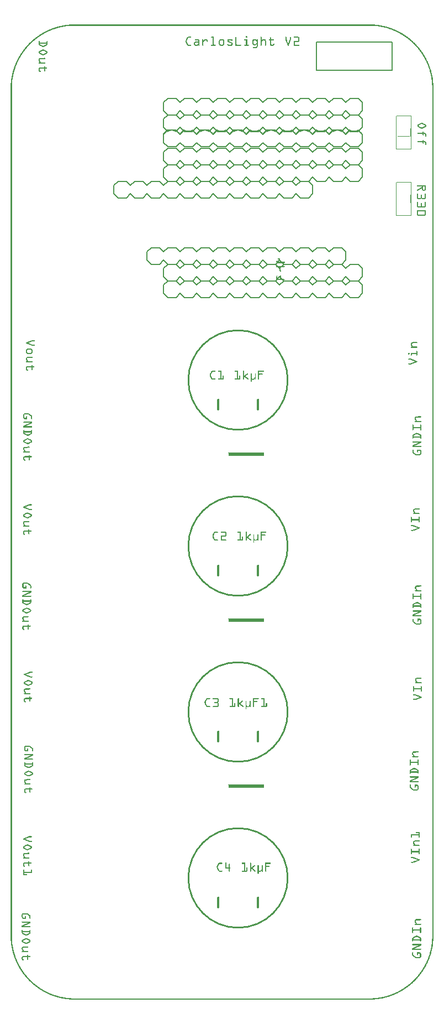
<source format=gto>
G04 MADE WITH FRITZING*
G04 WWW.FRITZING.ORG*
G04 DOUBLE SIDED*
G04 HOLES PLATED*
G04 CONTOUR ON CENTER OF CONTOUR VECTOR*
%ASAXBY*%
%FSLAX23Y23*%
%MOIN*%
%OFA0B0*%
%SFA1.0B1.0*%
%ADD10C,0.610000X0.59*%
%ADD11C,0.008000*%
%ADD12R,0.001000X0.001000*%
%LNSILK1*%
G90*
G70*
G54D10*
X1373Y736D03*
X1373Y3736D03*
X1373Y1736D03*
X1373Y2736D03*
G54D11*
X1623Y4257D02*
X1598Y4232D01*
D02*
X1598Y4232D02*
X1548Y4232D01*
D02*
X1548Y4232D02*
X1523Y4257D01*
D02*
X1523Y4307D02*
X1548Y4332D01*
D02*
X1548Y4332D02*
X1598Y4332D01*
D02*
X1598Y4332D02*
X1623Y4307D01*
D02*
X1798Y4232D02*
X1748Y4232D01*
D02*
X1748Y4232D02*
X1723Y4257D01*
D02*
X1723Y4307D02*
X1748Y4332D01*
D02*
X1723Y4257D02*
X1698Y4232D01*
D02*
X1698Y4232D02*
X1648Y4232D01*
D02*
X1648Y4232D02*
X1623Y4257D01*
D02*
X1623Y4307D02*
X1648Y4332D01*
D02*
X1648Y4332D02*
X1698Y4332D01*
D02*
X1698Y4332D02*
X1723Y4307D01*
D02*
X1923Y4257D02*
X1898Y4232D01*
D02*
X1898Y4232D02*
X1848Y4232D01*
D02*
X1848Y4232D02*
X1823Y4257D01*
D02*
X1823Y4307D02*
X1848Y4332D01*
D02*
X1848Y4332D02*
X1898Y4332D01*
D02*
X1898Y4332D02*
X1923Y4307D01*
D02*
X1798Y4232D02*
X1823Y4257D01*
D02*
X1823Y4307D02*
X1798Y4332D01*
D02*
X1748Y4332D02*
X1798Y4332D01*
D02*
X2098Y4232D02*
X2048Y4232D01*
D02*
X2048Y4232D02*
X2023Y4257D01*
D02*
X2023Y4307D02*
X2048Y4332D01*
D02*
X2023Y4257D02*
X1998Y4232D01*
D02*
X1998Y4232D02*
X1948Y4232D01*
D02*
X1948Y4232D02*
X1923Y4257D01*
D02*
X1923Y4307D02*
X1948Y4332D01*
D02*
X1948Y4332D02*
X1998Y4332D01*
D02*
X1998Y4332D02*
X2023Y4307D01*
D02*
X2123Y4257D02*
X2123Y4307D01*
D02*
X2098Y4232D02*
X2123Y4257D01*
D02*
X2123Y4307D02*
X2098Y4332D01*
D02*
X2048Y4332D02*
X2098Y4332D01*
D02*
X1023Y4257D02*
X998Y4232D01*
D02*
X998Y4232D02*
X948Y4232D01*
D02*
X948Y4232D02*
X923Y4257D01*
D02*
X923Y4307D02*
X948Y4332D01*
D02*
X948Y4332D02*
X998Y4332D01*
D02*
X998Y4332D02*
X1023Y4307D01*
D02*
X1198Y4232D02*
X1148Y4232D01*
D02*
X1148Y4232D02*
X1123Y4257D01*
D02*
X1123Y4307D02*
X1148Y4332D01*
D02*
X1123Y4257D02*
X1098Y4232D01*
D02*
X1098Y4232D02*
X1048Y4232D01*
D02*
X1048Y4232D02*
X1023Y4257D01*
D02*
X1023Y4307D02*
X1048Y4332D01*
D02*
X1048Y4332D02*
X1098Y4332D01*
D02*
X1098Y4332D02*
X1123Y4307D01*
D02*
X1323Y4257D02*
X1298Y4232D01*
D02*
X1298Y4232D02*
X1248Y4232D01*
D02*
X1248Y4232D02*
X1223Y4257D01*
D02*
X1223Y4307D02*
X1248Y4332D01*
D02*
X1248Y4332D02*
X1298Y4332D01*
D02*
X1298Y4332D02*
X1323Y4307D01*
D02*
X1198Y4232D02*
X1223Y4257D01*
D02*
X1223Y4307D02*
X1198Y4332D01*
D02*
X1148Y4332D02*
X1198Y4332D01*
D02*
X1498Y4232D02*
X1448Y4232D01*
D02*
X1448Y4232D02*
X1423Y4257D01*
D02*
X1423Y4307D02*
X1448Y4332D01*
D02*
X1423Y4257D02*
X1398Y4232D01*
D02*
X1398Y4232D02*
X1348Y4232D01*
D02*
X1348Y4232D02*
X1323Y4257D01*
D02*
X1323Y4307D02*
X1348Y4332D01*
D02*
X1348Y4332D02*
X1398Y4332D01*
D02*
X1398Y4332D02*
X1423Y4307D01*
D02*
X1498Y4232D02*
X1523Y4257D01*
D02*
X1523Y4307D02*
X1498Y4332D01*
D02*
X1448Y4332D02*
X1498Y4332D01*
D02*
X923Y4257D02*
X923Y4307D01*
D02*
X1523Y5307D02*
X1548Y5332D01*
D02*
X1548Y5332D02*
X1598Y5332D01*
D02*
X1598Y5332D02*
X1623Y5307D01*
D02*
X1723Y5307D02*
X1748Y5332D01*
D02*
X1623Y5307D02*
X1648Y5332D01*
D02*
X1648Y5332D02*
X1698Y5332D01*
D02*
X1698Y5332D02*
X1723Y5307D01*
D02*
X1823Y5307D02*
X1848Y5332D01*
D02*
X1848Y5332D02*
X1898Y5332D01*
D02*
X1898Y5332D02*
X1923Y5307D01*
D02*
X1823Y5307D02*
X1798Y5332D01*
D02*
X1748Y5332D02*
X1798Y5332D01*
D02*
X2023Y5307D02*
X2048Y5332D01*
D02*
X1923Y5307D02*
X1948Y5332D01*
D02*
X1948Y5332D02*
X1998Y5332D01*
D02*
X1998Y5332D02*
X2023Y5307D01*
D02*
X2123Y5257D02*
X2123Y5307D01*
D02*
X2123Y5307D02*
X2098Y5332D01*
D02*
X2048Y5332D02*
X2098Y5332D01*
D02*
X923Y5307D02*
X948Y5332D01*
D02*
X948Y5332D02*
X998Y5332D01*
D02*
X998Y5332D02*
X1023Y5307D01*
D02*
X1123Y5307D02*
X1148Y5332D01*
D02*
X1023Y5307D02*
X1048Y5332D01*
D02*
X1048Y5332D02*
X1098Y5332D01*
D02*
X1098Y5332D02*
X1123Y5307D01*
D02*
X1223Y5307D02*
X1248Y5332D01*
D02*
X1248Y5332D02*
X1298Y5332D01*
D02*
X1298Y5332D02*
X1323Y5307D01*
D02*
X1223Y5307D02*
X1198Y5332D01*
D02*
X1148Y5332D02*
X1198Y5332D01*
D02*
X1423Y5307D02*
X1448Y5332D01*
D02*
X1323Y5307D02*
X1348Y5332D01*
D02*
X1348Y5332D02*
X1398Y5332D01*
D02*
X1398Y5332D02*
X1423Y5307D01*
D02*
X1523Y5307D02*
X1498Y5332D01*
D02*
X1448Y5332D02*
X1498Y5332D01*
D02*
X923Y5257D02*
X923Y5307D01*
D02*
X1623Y5357D02*
X1598Y5332D01*
D02*
X1598Y5332D02*
X1548Y5332D01*
D02*
X1548Y5332D02*
X1523Y5357D01*
D02*
X1523Y5407D02*
X1548Y5432D01*
D02*
X1548Y5432D02*
X1598Y5432D01*
D02*
X1598Y5432D02*
X1623Y5407D01*
D02*
X1798Y5332D02*
X1748Y5332D01*
D02*
X1748Y5332D02*
X1723Y5357D01*
D02*
X1723Y5407D02*
X1748Y5432D01*
D02*
X1723Y5357D02*
X1698Y5332D01*
D02*
X1698Y5332D02*
X1648Y5332D01*
D02*
X1648Y5332D02*
X1623Y5357D01*
D02*
X1623Y5407D02*
X1648Y5432D01*
D02*
X1648Y5432D02*
X1698Y5432D01*
D02*
X1698Y5432D02*
X1723Y5407D01*
D02*
X1923Y5357D02*
X1898Y5332D01*
D02*
X1898Y5332D02*
X1848Y5332D01*
D02*
X1848Y5332D02*
X1823Y5357D01*
D02*
X1823Y5407D02*
X1848Y5432D01*
D02*
X1848Y5432D02*
X1898Y5432D01*
D02*
X1898Y5432D02*
X1923Y5407D01*
D02*
X1798Y5332D02*
X1823Y5357D01*
D02*
X1823Y5407D02*
X1798Y5432D01*
D02*
X1748Y5432D02*
X1798Y5432D01*
D02*
X2098Y5332D02*
X2048Y5332D01*
D02*
X2048Y5332D02*
X2023Y5357D01*
D02*
X2023Y5407D02*
X2048Y5432D01*
D02*
X2023Y5357D02*
X1998Y5332D01*
D02*
X1998Y5332D02*
X1948Y5332D01*
D02*
X1948Y5332D02*
X1923Y5357D01*
D02*
X1923Y5407D02*
X1948Y5432D01*
D02*
X1948Y5432D02*
X1998Y5432D01*
D02*
X1998Y5432D02*
X2023Y5407D01*
D02*
X2123Y5357D02*
X2123Y5407D01*
D02*
X2098Y5332D02*
X2123Y5357D01*
D02*
X2123Y5407D02*
X2098Y5432D01*
D02*
X2048Y5432D02*
X2098Y5432D01*
D02*
X1023Y5357D02*
X998Y5332D01*
D02*
X998Y5332D02*
X948Y5332D01*
D02*
X948Y5332D02*
X923Y5357D01*
D02*
X923Y5407D02*
X948Y5432D01*
D02*
X948Y5432D02*
X998Y5432D01*
D02*
X998Y5432D02*
X1023Y5407D01*
D02*
X1198Y5332D02*
X1148Y5332D01*
D02*
X1148Y5332D02*
X1123Y5357D01*
D02*
X1123Y5407D02*
X1148Y5432D01*
D02*
X1123Y5357D02*
X1098Y5332D01*
D02*
X1098Y5332D02*
X1048Y5332D01*
D02*
X1048Y5332D02*
X1023Y5357D01*
D02*
X1023Y5407D02*
X1048Y5432D01*
D02*
X1048Y5432D02*
X1098Y5432D01*
D02*
X1098Y5432D02*
X1123Y5407D01*
D02*
X1323Y5357D02*
X1298Y5332D01*
D02*
X1298Y5332D02*
X1248Y5332D01*
D02*
X1248Y5332D02*
X1223Y5357D01*
D02*
X1223Y5407D02*
X1248Y5432D01*
D02*
X1248Y5432D02*
X1298Y5432D01*
D02*
X1298Y5432D02*
X1323Y5407D01*
D02*
X1198Y5332D02*
X1223Y5357D01*
D02*
X1223Y5407D02*
X1198Y5432D01*
D02*
X1148Y5432D02*
X1198Y5432D01*
D02*
X1498Y5332D02*
X1448Y5332D01*
D02*
X1448Y5332D02*
X1423Y5357D01*
D02*
X1423Y5407D02*
X1448Y5432D01*
D02*
X1423Y5357D02*
X1398Y5332D01*
D02*
X1398Y5332D02*
X1348Y5332D01*
D02*
X1348Y5332D02*
X1323Y5357D01*
D02*
X1323Y5407D02*
X1348Y5432D01*
D02*
X1348Y5432D02*
X1398Y5432D01*
D02*
X1398Y5432D02*
X1423Y5407D01*
D02*
X1498Y5332D02*
X1523Y5357D01*
D02*
X1523Y5407D02*
X1498Y5432D01*
D02*
X1448Y5432D02*
X1498Y5432D01*
D02*
X923Y5357D02*
X923Y5407D01*
D02*
X1523Y5165D02*
X1498Y5140D01*
D02*
X1498Y5140D02*
X1448Y5140D01*
D02*
X1448Y5140D02*
X1423Y5165D01*
D02*
X1323Y5165D02*
X1298Y5140D01*
D02*
X1348Y5240D02*
X1398Y5240D01*
D02*
X1423Y5165D02*
X1398Y5140D01*
D02*
X1398Y5140D02*
X1348Y5140D01*
D02*
X1348Y5140D02*
X1323Y5165D01*
D02*
X1148Y5240D02*
X1198Y5240D01*
D02*
X1223Y5165D02*
X1198Y5140D01*
D02*
X1198Y5140D02*
X1148Y5140D01*
D02*
X1148Y5140D02*
X1123Y5165D01*
D02*
X1223Y5165D02*
X1248Y5140D01*
D02*
X1298Y5140D02*
X1248Y5140D01*
D02*
X948Y5240D02*
X998Y5240D01*
D02*
X1023Y5165D02*
X998Y5140D01*
D02*
X1123Y5165D02*
X1098Y5140D01*
D02*
X1098Y5140D02*
X1048Y5140D01*
D02*
X1048Y5140D02*
X1023Y5165D01*
D02*
X923Y5215D02*
X923Y5165D01*
D02*
X923Y5165D02*
X948Y5140D01*
D02*
X998Y5140D02*
X948Y5140D01*
D02*
X2123Y5165D02*
X2098Y5140D01*
D02*
X2098Y5140D02*
X2048Y5140D01*
D02*
X2048Y5140D02*
X2023Y5165D01*
D02*
X1923Y5165D02*
X1898Y5140D01*
D02*
X1948Y5240D02*
X1998Y5240D01*
D02*
X2023Y5165D02*
X1998Y5140D01*
D02*
X1998Y5140D02*
X1948Y5140D01*
D02*
X1948Y5140D02*
X1923Y5165D01*
D02*
X1748Y5240D02*
X1798Y5240D01*
D02*
X1823Y5165D02*
X1798Y5140D01*
D02*
X1798Y5140D02*
X1748Y5140D01*
D02*
X1748Y5140D02*
X1723Y5165D01*
D02*
X1823Y5165D02*
X1848Y5140D01*
D02*
X1898Y5140D02*
X1848Y5140D01*
D02*
X1548Y5240D02*
X1598Y5240D01*
D02*
X1623Y5165D02*
X1598Y5140D01*
D02*
X1723Y5165D02*
X1698Y5140D01*
D02*
X1698Y5140D02*
X1648Y5140D01*
D02*
X1648Y5140D02*
X1623Y5165D01*
D02*
X1523Y5165D02*
X1548Y5140D01*
D02*
X1598Y5140D02*
X1548Y5140D01*
D02*
X2123Y5215D02*
X2123Y5165D01*
D02*
X1623Y5057D02*
X1598Y5032D01*
D02*
X1598Y5032D02*
X1548Y5032D01*
D02*
X1548Y5032D02*
X1523Y5057D01*
D02*
X1523Y5107D02*
X1548Y5132D01*
D02*
X1548Y5132D02*
X1598Y5132D01*
D02*
X1598Y5132D02*
X1623Y5107D01*
D02*
X1798Y5032D02*
X1748Y5032D01*
D02*
X1748Y5032D02*
X1723Y5057D01*
D02*
X1723Y5107D02*
X1748Y5132D01*
D02*
X1723Y5057D02*
X1698Y5032D01*
D02*
X1698Y5032D02*
X1648Y5032D01*
D02*
X1648Y5032D02*
X1623Y5057D01*
D02*
X1623Y5107D02*
X1648Y5132D01*
D02*
X1648Y5132D02*
X1698Y5132D01*
D02*
X1698Y5132D02*
X1723Y5107D01*
D02*
X1923Y5057D02*
X1898Y5032D01*
D02*
X1898Y5032D02*
X1848Y5032D01*
D02*
X1848Y5032D02*
X1823Y5057D01*
D02*
X1823Y5107D02*
X1848Y5132D01*
D02*
X1848Y5132D02*
X1898Y5132D01*
D02*
X1898Y5132D02*
X1923Y5107D01*
D02*
X1798Y5032D02*
X1823Y5057D01*
D02*
X1823Y5107D02*
X1798Y5132D01*
D02*
X1748Y5132D02*
X1798Y5132D01*
D02*
X2098Y5032D02*
X2048Y5032D01*
D02*
X2048Y5032D02*
X2023Y5057D01*
D02*
X2023Y5107D02*
X2048Y5132D01*
D02*
X2023Y5057D02*
X1998Y5032D01*
D02*
X1998Y5032D02*
X1948Y5032D01*
D02*
X1948Y5032D02*
X1923Y5057D01*
D02*
X1923Y5107D02*
X1948Y5132D01*
D02*
X1948Y5132D02*
X1998Y5132D01*
D02*
X1998Y5132D02*
X2023Y5107D01*
D02*
X2123Y5057D02*
X2123Y5107D01*
D02*
X2098Y5032D02*
X2123Y5057D01*
D02*
X2123Y5107D02*
X2098Y5132D01*
D02*
X2048Y5132D02*
X2098Y5132D01*
D02*
X1023Y5057D02*
X998Y5032D01*
D02*
X998Y5032D02*
X948Y5032D01*
D02*
X948Y5032D02*
X923Y5057D01*
D02*
X923Y5107D02*
X948Y5132D01*
D02*
X948Y5132D02*
X998Y5132D01*
D02*
X998Y5132D02*
X1023Y5107D01*
D02*
X1198Y5032D02*
X1148Y5032D01*
D02*
X1148Y5032D02*
X1123Y5057D01*
D02*
X1123Y5107D02*
X1148Y5132D01*
D02*
X1123Y5057D02*
X1098Y5032D01*
D02*
X1098Y5032D02*
X1048Y5032D01*
D02*
X1048Y5032D02*
X1023Y5057D01*
D02*
X1023Y5107D02*
X1048Y5132D01*
D02*
X1048Y5132D02*
X1098Y5132D01*
D02*
X1098Y5132D02*
X1123Y5107D01*
D02*
X1323Y5057D02*
X1298Y5032D01*
D02*
X1298Y5032D02*
X1248Y5032D01*
D02*
X1248Y5032D02*
X1223Y5057D01*
D02*
X1223Y5107D02*
X1248Y5132D01*
D02*
X1248Y5132D02*
X1298Y5132D01*
D02*
X1298Y5132D02*
X1323Y5107D01*
D02*
X1198Y5032D02*
X1223Y5057D01*
D02*
X1223Y5107D02*
X1198Y5132D01*
D02*
X1148Y5132D02*
X1198Y5132D01*
D02*
X1498Y5032D02*
X1448Y5032D01*
D02*
X1448Y5032D02*
X1423Y5057D01*
D02*
X1423Y5107D02*
X1448Y5132D01*
D02*
X1423Y5057D02*
X1398Y5032D01*
D02*
X1398Y5032D02*
X1348Y5032D01*
D02*
X1348Y5032D02*
X1323Y5057D01*
D02*
X1323Y5107D02*
X1348Y5132D01*
D02*
X1348Y5132D02*
X1398Y5132D01*
D02*
X1398Y5132D02*
X1423Y5107D01*
D02*
X1498Y5032D02*
X1523Y5057D01*
D02*
X1523Y5107D02*
X1498Y5132D01*
D02*
X1448Y5132D02*
X1498Y5132D01*
D02*
X923Y5057D02*
X923Y5107D01*
D02*
X1623Y4957D02*
X1598Y4932D01*
D02*
X1598Y4932D02*
X1548Y4932D01*
D02*
X1548Y4932D02*
X1523Y4957D01*
D02*
X1523Y5007D02*
X1548Y5032D01*
D02*
X1548Y5032D02*
X1598Y5032D01*
D02*
X1598Y5032D02*
X1623Y5007D01*
D02*
X1798Y4932D02*
X1748Y4932D01*
D02*
X1748Y4932D02*
X1723Y4957D01*
D02*
X1723Y5007D02*
X1748Y5032D01*
D02*
X1723Y4957D02*
X1698Y4932D01*
D02*
X1698Y4932D02*
X1648Y4932D01*
D02*
X1648Y4932D02*
X1623Y4957D01*
D02*
X1623Y5007D02*
X1648Y5032D01*
D02*
X1648Y5032D02*
X1698Y5032D01*
D02*
X1698Y5032D02*
X1723Y5007D01*
D02*
X1923Y4957D02*
X1898Y4932D01*
D02*
X1898Y4932D02*
X1848Y4932D01*
D02*
X1848Y4932D02*
X1823Y4957D01*
D02*
X1823Y5007D02*
X1848Y5032D01*
D02*
X1848Y5032D02*
X1898Y5032D01*
D02*
X1898Y5032D02*
X1923Y5007D01*
D02*
X1798Y4932D02*
X1823Y4957D01*
D02*
X1823Y5007D02*
X1798Y5032D01*
D02*
X1748Y5032D02*
X1798Y5032D01*
D02*
X2098Y4932D02*
X2048Y4932D01*
D02*
X2048Y4932D02*
X2023Y4957D01*
D02*
X2023Y5007D02*
X2048Y5032D01*
D02*
X2023Y4957D02*
X1998Y4932D01*
D02*
X1998Y4932D02*
X1948Y4932D01*
D02*
X1948Y4932D02*
X1923Y4957D01*
D02*
X1923Y5007D02*
X1948Y5032D01*
D02*
X1948Y5032D02*
X1998Y5032D01*
D02*
X1998Y5032D02*
X2023Y5007D01*
D02*
X2123Y4957D02*
X2123Y5007D01*
D02*
X2098Y4932D02*
X2123Y4957D01*
D02*
X2123Y5007D02*
X2098Y5032D01*
D02*
X2048Y5032D02*
X2098Y5032D01*
D02*
X1023Y4957D02*
X998Y4932D01*
D02*
X998Y4932D02*
X948Y4932D01*
D02*
X948Y4932D02*
X923Y4957D01*
D02*
X923Y5007D02*
X948Y5032D01*
D02*
X948Y5032D02*
X998Y5032D01*
D02*
X998Y5032D02*
X1023Y5007D01*
D02*
X1198Y4932D02*
X1148Y4932D01*
D02*
X1148Y4932D02*
X1123Y4957D01*
D02*
X1123Y5007D02*
X1148Y5032D01*
D02*
X1123Y4957D02*
X1098Y4932D01*
D02*
X1098Y4932D02*
X1048Y4932D01*
D02*
X1048Y4932D02*
X1023Y4957D01*
D02*
X1023Y5007D02*
X1048Y5032D01*
D02*
X1048Y5032D02*
X1098Y5032D01*
D02*
X1098Y5032D02*
X1123Y5007D01*
D02*
X1323Y4957D02*
X1298Y4932D01*
D02*
X1298Y4932D02*
X1248Y4932D01*
D02*
X1248Y4932D02*
X1223Y4957D01*
D02*
X1223Y5007D02*
X1248Y5032D01*
D02*
X1248Y5032D02*
X1298Y5032D01*
D02*
X1298Y5032D02*
X1323Y5007D01*
D02*
X1198Y4932D02*
X1223Y4957D01*
D02*
X1223Y5007D02*
X1198Y5032D01*
D02*
X1148Y5032D02*
X1198Y5032D01*
D02*
X1498Y4932D02*
X1448Y4932D01*
D02*
X1448Y4932D02*
X1423Y4957D01*
D02*
X1423Y5007D02*
X1448Y5032D01*
D02*
X1423Y4957D02*
X1398Y4932D01*
D02*
X1398Y4932D02*
X1348Y4932D01*
D02*
X1348Y4932D02*
X1323Y4957D01*
D02*
X1323Y5007D02*
X1348Y5032D01*
D02*
X1348Y5032D02*
X1398Y5032D01*
D02*
X1398Y5032D02*
X1423Y5007D01*
D02*
X1498Y4932D02*
X1523Y4957D01*
D02*
X1523Y5007D02*
X1498Y5032D01*
D02*
X1448Y5032D02*
X1498Y5032D01*
D02*
X923Y4957D02*
X923Y5007D01*
D02*
X1323Y4857D02*
X1298Y4832D01*
D02*
X1298Y4832D02*
X1248Y4832D01*
D02*
X1248Y4832D02*
X1223Y4857D01*
D02*
X1223Y4907D02*
X1248Y4932D01*
D02*
X1248Y4932D02*
X1298Y4932D01*
D02*
X1298Y4932D02*
X1323Y4907D01*
D02*
X1498Y4832D02*
X1448Y4832D01*
D02*
X1448Y4832D02*
X1423Y4857D01*
D02*
X1423Y4907D02*
X1448Y4932D01*
D02*
X1423Y4857D02*
X1398Y4832D01*
D02*
X1398Y4832D02*
X1348Y4832D01*
D02*
X1348Y4832D02*
X1323Y4857D01*
D02*
X1323Y4907D02*
X1348Y4932D01*
D02*
X1348Y4932D02*
X1398Y4932D01*
D02*
X1398Y4932D02*
X1423Y4907D01*
D02*
X1623Y4857D02*
X1598Y4832D01*
D02*
X1598Y4832D02*
X1548Y4832D01*
D02*
X1548Y4832D02*
X1523Y4857D01*
D02*
X1523Y4907D02*
X1548Y4932D01*
D02*
X1548Y4932D02*
X1598Y4932D01*
D02*
X1598Y4932D02*
X1623Y4907D01*
D02*
X1498Y4832D02*
X1523Y4857D01*
D02*
X1523Y4907D02*
X1498Y4932D01*
D02*
X1448Y4932D02*
X1498Y4932D01*
D02*
X1798Y4832D02*
X1748Y4832D01*
D02*
X1748Y4832D02*
X1723Y4857D01*
D02*
X1723Y4907D02*
X1748Y4932D01*
D02*
X1723Y4857D02*
X1698Y4832D01*
D02*
X1698Y4832D02*
X1648Y4832D01*
D02*
X1648Y4832D02*
X1623Y4857D01*
D02*
X1623Y4907D02*
X1648Y4932D01*
D02*
X1648Y4932D02*
X1698Y4932D01*
D02*
X1698Y4932D02*
X1723Y4907D01*
D02*
X1823Y4857D02*
X1823Y4907D01*
D02*
X1798Y4832D02*
X1823Y4857D01*
D02*
X1823Y4907D02*
X1798Y4932D01*
D02*
X1748Y4932D02*
X1798Y4932D01*
D02*
X723Y4857D02*
X698Y4832D01*
D02*
X698Y4832D02*
X648Y4832D01*
D02*
X648Y4832D02*
X623Y4857D01*
D02*
X623Y4907D02*
X648Y4932D01*
D02*
X648Y4932D02*
X698Y4932D01*
D02*
X698Y4932D02*
X723Y4907D01*
D02*
X898Y4832D02*
X848Y4832D01*
D02*
X848Y4832D02*
X823Y4857D01*
D02*
X823Y4907D02*
X848Y4932D01*
D02*
X823Y4857D02*
X798Y4832D01*
D02*
X798Y4832D02*
X748Y4832D01*
D02*
X748Y4832D02*
X723Y4857D01*
D02*
X723Y4907D02*
X748Y4932D01*
D02*
X748Y4932D02*
X798Y4932D01*
D02*
X798Y4932D02*
X823Y4907D01*
D02*
X1023Y4857D02*
X998Y4832D01*
D02*
X998Y4832D02*
X948Y4832D01*
D02*
X948Y4832D02*
X923Y4857D01*
D02*
X923Y4907D02*
X948Y4932D01*
D02*
X948Y4932D02*
X998Y4932D01*
D02*
X998Y4932D02*
X1023Y4907D01*
D02*
X898Y4832D02*
X923Y4857D01*
D02*
X923Y4907D02*
X898Y4932D01*
D02*
X848Y4932D02*
X898Y4932D01*
D02*
X1198Y4832D02*
X1148Y4832D01*
D02*
X1148Y4832D02*
X1123Y4857D01*
D02*
X1123Y4907D02*
X1148Y4932D01*
D02*
X1123Y4857D02*
X1098Y4832D01*
D02*
X1098Y4832D02*
X1048Y4832D01*
D02*
X1048Y4832D02*
X1023Y4857D01*
D02*
X1023Y4907D02*
X1048Y4932D01*
D02*
X1048Y4932D02*
X1098Y4932D01*
D02*
X1098Y4932D02*
X1123Y4907D01*
D02*
X1198Y4832D02*
X1223Y4857D01*
D02*
X1223Y4907D02*
X1198Y4932D01*
D02*
X1148Y4932D02*
X1198Y4932D01*
D02*
X623Y4857D02*
X623Y4907D01*
D02*
X1623Y4357D02*
X1598Y4332D01*
D02*
X1598Y4332D02*
X1548Y4332D01*
D02*
X1548Y4332D02*
X1523Y4357D01*
D02*
X1523Y4407D02*
X1548Y4432D01*
D02*
X1548Y4432D02*
X1598Y4432D01*
D02*
X1598Y4432D02*
X1623Y4407D01*
D02*
X1798Y4332D02*
X1748Y4332D01*
D02*
X1748Y4332D02*
X1723Y4357D01*
D02*
X1723Y4407D02*
X1748Y4432D01*
D02*
X1723Y4357D02*
X1698Y4332D01*
D02*
X1698Y4332D02*
X1648Y4332D01*
D02*
X1648Y4332D02*
X1623Y4357D01*
D02*
X1623Y4407D02*
X1648Y4432D01*
D02*
X1648Y4432D02*
X1698Y4432D01*
D02*
X1698Y4432D02*
X1723Y4407D01*
D02*
X1923Y4357D02*
X1898Y4332D01*
D02*
X1898Y4332D02*
X1848Y4332D01*
D02*
X1848Y4332D02*
X1823Y4357D01*
D02*
X1823Y4407D02*
X1848Y4432D01*
D02*
X1848Y4432D02*
X1898Y4432D01*
D02*
X1898Y4432D02*
X1923Y4407D01*
D02*
X1798Y4332D02*
X1823Y4357D01*
D02*
X1823Y4407D02*
X1798Y4432D01*
D02*
X1748Y4432D02*
X1798Y4432D01*
D02*
X2098Y4332D02*
X2048Y4332D01*
D02*
X2048Y4332D02*
X2023Y4357D01*
D02*
X2023Y4407D02*
X2048Y4432D01*
D02*
X2023Y4357D02*
X1998Y4332D01*
D02*
X1998Y4332D02*
X1948Y4332D01*
D02*
X1948Y4332D02*
X1923Y4357D01*
D02*
X1923Y4407D02*
X1948Y4432D01*
D02*
X1948Y4432D02*
X1998Y4432D01*
D02*
X1998Y4432D02*
X2023Y4407D01*
D02*
X2123Y4357D02*
X2123Y4407D01*
D02*
X2098Y4332D02*
X2123Y4357D01*
D02*
X2123Y4407D02*
X2098Y4432D01*
D02*
X2048Y4432D02*
X2098Y4432D01*
D02*
X1023Y4357D02*
X998Y4332D01*
D02*
X998Y4332D02*
X948Y4332D01*
D02*
X948Y4332D02*
X923Y4357D01*
D02*
X923Y4407D02*
X948Y4432D01*
D02*
X948Y4432D02*
X998Y4432D01*
D02*
X998Y4432D02*
X1023Y4407D01*
D02*
X1198Y4332D02*
X1148Y4332D01*
D02*
X1148Y4332D02*
X1123Y4357D01*
D02*
X1123Y4407D02*
X1148Y4432D01*
D02*
X1123Y4357D02*
X1098Y4332D01*
D02*
X1098Y4332D02*
X1048Y4332D01*
D02*
X1048Y4332D02*
X1023Y4357D01*
D02*
X1023Y4407D02*
X1048Y4432D01*
D02*
X1048Y4432D02*
X1098Y4432D01*
D02*
X1098Y4432D02*
X1123Y4407D01*
D02*
X1323Y4357D02*
X1298Y4332D01*
D02*
X1298Y4332D02*
X1248Y4332D01*
D02*
X1248Y4332D02*
X1223Y4357D01*
D02*
X1223Y4407D02*
X1248Y4432D01*
D02*
X1248Y4432D02*
X1298Y4432D01*
D02*
X1298Y4432D02*
X1323Y4407D01*
D02*
X1198Y4332D02*
X1223Y4357D01*
D02*
X1223Y4407D02*
X1198Y4432D01*
D02*
X1148Y4432D02*
X1198Y4432D01*
D02*
X1498Y4332D02*
X1448Y4332D01*
D02*
X1448Y4332D02*
X1423Y4357D01*
D02*
X1423Y4407D02*
X1448Y4432D01*
D02*
X1423Y4357D02*
X1398Y4332D01*
D02*
X1398Y4332D02*
X1348Y4332D01*
D02*
X1348Y4332D02*
X1323Y4357D01*
D02*
X1323Y4407D02*
X1348Y4432D01*
D02*
X1348Y4432D02*
X1398Y4432D01*
D02*
X1398Y4432D02*
X1423Y4407D01*
D02*
X1498Y4332D02*
X1523Y4357D01*
D02*
X1523Y4407D02*
X1498Y4432D01*
D02*
X1448Y4432D02*
X1498Y4432D01*
D02*
X923Y4357D02*
X923Y4407D01*
D02*
X1523Y4457D02*
X1498Y4432D01*
D02*
X1498Y4432D02*
X1448Y4432D01*
D02*
X1448Y4432D02*
X1423Y4457D01*
D02*
X1423Y4507D02*
X1448Y4532D01*
D02*
X1448Y4532D02*
X1498Y4532D01*
D02*
X1498Y4532D02*
X1523Y4507D01*
D02*
X1698Y4432D02*
X1648Y4432D01*
D02*
X1648Y4432D02*
X1623Y4457D01*
D02*
X1623Y4507D02*
X1648Y4532D01*
D02*
X1623Y4457D02*
X1598Y4432D01*
D02*
X1598Y4432D02*
X1548Y4432D01*
D02*
X1548Y4432D02*
X1523Y4457D01*
D02*
X1523Y4507D02*
X1548Y4532D01*
D02*
X1548Y4532D02*
X1598Y4532D01*
D02*
X1598Y4532D02*
X1623Y4507D01*
D02*
X1823Y4457D02*
X1798Y4432D01*
D02*
X1798Y4432D02*
X1748Y4432D01*
D02*
X1748Y4432D02*
X1723Y4457D01*
D02*
X1723Y4507D02*
X1748Y4532D01*
D02*
X1748Y4532D02*
X1798Y4532D01*
D02*
X1798Y4532D02*
X1823Y4507D01*
D02*
X1698Y4432D02*
X1723Y4457D01*
D02*
X1723Y4507D02*
X1698Y4532D01*
D02*
X1648Y4532D02*
X1698Y4532D01*
D02*
X1998Y4432D02*
X1948Y4432D01*
D02*
X1948Y4432D02*
X1923Y4457D01*
D02*
X1923Y4507D02*
X1948Y4532D01*
D02*
X1923Y4457D02*
X1898Y4432D01*
D02*
X1898Y4432D02*
X1848Y4432D01*
D02*
X1848Y4432D02*
X1823Y4457D01*
D02*
X1823Y4507D02*
X1848Y4532D01*
D02*
X1848Y4532D02*
X1898Y4532D01*
D02*
X1898Y4532D02*
X1923Y4507D01*
D02*
X2023Y4457D02*
X2023Y4507D01*
D02*
X1998Y4432D02*
X2023Y4457D01*
D02*
X2023Y4507D02*
X1998Y4532D01*
D02*
X1948Y4532D02*
X1998Y4532D01*
D02*
X923Y4457D02*
X898Y4432D01*
D02*
X898Y4432D02*
X848Y4432D01*
D02*
X848Y4432D02*
X823Y4457D01*
D02*
X823Y4507D02*
X848Y4532D01*
D02*
X848Y4532D02*
X898Y4532D01*
D02*
X898Y4532D02*
X923Y4507D01*
D02*
X1098Y4432D02*
X1048Y4432D01*
D02*
X1048Y4432D02*
X1023Y4457D01*
D02*
X1023Y4507D02*
X1048Y4532D01*
D02*
X1023Y4457D02*
X998Y4432D01*
D02*
X998Y4432D02*
X948Y4432D01*
D02*
X948Y4432D02*
X923Y4457D01*
D02*
X923Y4507D02*
X948Y4532D01*
D02*
X948Y4532D02*
X998Y4532D01*
D02*
X998Y4532D02*
X1023Y4507D01*
D02*
X1223Y4457D02*
X1198Y4432D01*
D02*
X1198Y4432D02*
X1148Y4432D01*
D02*
X1148Y4432D02*
X1123Y4457D01*
D02*
X1123Y4507D02*
X1148Y4532D01*
D02*
X1148Y4532D02*
X1198Y4532D01*
D02*
X1198Y4532D02*
X1223Y4507D01*
D02*
X1098Y4432D02*
X1123Y4457D01*
D02*
X1123Y4507D02*
X1098Y4532D01*
D02*
X1048Y4532D02*
X1098Y4532D01*
D02*
X1398Y4432D02*
X1348Y4432D01*
D02*
X1348Y4432D02*
X1323Y4457D01*
D02*
X1323Y4507D02*
X1348Y4532D01*
D02*
X1323Y4457D02*
X1298Y4432D01*
D02*
X1298Y4432D02*
X1248Y4432D01*
D02*
X1248Y4432D02*
X1223Y4457D01*
D02*
X1223Y4507D02*
X1248Y4532D01*
D02*
X1248Y4532D02*
X1298Y4532D01*
D02*
X1298Y4532D02*
X1323Y4507D01*
D02*
X1398Y4432D02*
X1423Y4457D01*
D02*
X1423Y4507D02*
X1398Y4532D01*
D02*
X1348Y4532D02*
X1398Y4532D01*
D02*
X823Y4457D02*
X823Y4507D01*
D02*
X1844Y5772D02*
X1844Y5600D01*
D02*
X1844Y5600D02*
X2302Y5600D01*
D02*
X2302Y5600D02*
X2302Y5772D01*
D02*
X2302Y5772D02*
X1844Y5772D01*
G54D12*
X366Y5877D02*
X2186Y5877D01*
X352Y5876D02*
X2200Y5876D01*
X342Y5875D02*
X2210Y5875D01*
X334Y5874D02*
X2218Y5874D01*
X327Y5873D02*
X2225Y5873D01*
X321Y5872D02*
X2231Y5872D01*
X315Y5871D02*
X2237Y5871D01*
X310Y5870D02*
X2242Y5870D01*
X305Y5869D02*
X365Y5869D01*
X2187Y5869D02*
X2247Y5869D01*
X301Y5868D02*
X351Y5868D01*
X2201Y5868D02*
X2251Y5868D01*
X296Y5867D02*
X341Y5867D01*
X2211Y5867D02*
X2256Y5867D01*
X292Y5866D02*
X333Y5866D01*
X2219Y5866D02*
X2260Y5866D01*
X288Y5865D02*
X326Y5865D01*
X2226Y5865D02*
X2264Y5865D01*
X285Y5864D02*
X320Y5864D01*
X2232Y5864D02*
X2267Y5864D01*
X281Y5863D02*
X315Y5863D01*
X2237Y5863D02*
X2271Y5863D01*
X277Y5862D02*
X309Y5862D01*
X2243Y5862D02*
X2275Y5862D01*
X274Y5861D02*
X305Y5861D01*
X2247Y5861D02*
X2278Y5861D01*
X271Y5860D02*
X300Y5860D01*
X2252Y5860D02*
X2281Y5860D01*
X268Y5859D02*
X296Y5859D01*
X2256Y5859D02*
X2284Y5859D01*
X265Y5858D02*
X292Y5858D01*
X2260Y5858D02*
X2287Y5858D01*
X262Y5857D02*
X288Y5857D01*
X2264Y5857D02*
X2290Y5857D01*
X259Y5856D02*
X284Y5856D01*
X2268Y5856D02*
X2293Y5856D01*
X256Y5855D02*
X280Y5855D01*
X2272Y5855D02*
X2296Y5855D01*
X253Y5854D02*
X277Y5854D01*
X2275Y5854D02*
X2299Y5854D01*
X250Y5853D02*
X274Y5853D01*
X2278Y5853D02*
X2302Y5853D01*
X248Y5852D02*
X271Y5852D01*
X2281Y5852D02*
X2304Y5852D01*
X245Y5851D02*
X268Y5851D01*
X2284Y5851D02*
X2307Y5851D01*
X243Y5850D02*
X265Y5850D01*
X2287Y5850D02*
X2309Y5850D01*
X240Y5849D02*
X262Y5849D01*
X2290Y5849D02*
X2312Y5849D01*
X238Y5848D02*
X259Y5848D01*
X2293Y5848D02*
X2314Y5848D01*
X235Y5847D02*
X256Y5847D01*
X2296Y5847D02*
X2317Y5847D01*
X233Y5846D02*
X253Y5846D01*
X2299Y5846D02*
X2319Y5846D01*
X231Y5845D02*
X251Y5845D01*
X2301Y5845D02*
X2321Y5845D01*
X229Y5844D02*
X248Y5844D01*
X2304Y5844D02*
X2323Y5844D01*
X226Y5843D02*
X246Y5843D01*
X2306Y5843D02*
X2326Y5843D01*
X224Y5842D02*
X243Y5842D01*
X2309Y5842D02*
X2328Y5842D01*
X222Y5841D02*
X240Y5841D01*
X2312Y5841D02*
X2330Y5841D01*
X220Y5840D02*
X238Y5840D01*
X2314Y5840D02*
X2332Y5840D01*
X218Y5839D02*
X236Y5839D01*
X2316Y5839D02*
X2334Y5839D01*
X216Y5838D02*
X233Y5838D01*
X2319Y5838D02*
X2336Y5838D01*
X214Y5837D02*
X231Y5837D01*
X2321Y5837D02*
X2338Y5837D01*
X212Y5836D02*
X229Y5836D01*
X2323Y5836D02*
X2340Y5836D01*
X210Y5835D02*
X227Y5835D01*
X2325Y5835D02*
X2342Y5835D01*
X208Y5834D02*
X225Y5834D01*
X2327Y5834D02*
X2344Y5834D01*
X206Y5833D02*
X222Y5833D01*
X2330Y5833D02*
X2346Y5833D01*
X204Y5832D02*
X220Y5832D01*
X2332Y5832D02*
X2348Y5832D01*
X202Y5831D02*
X218Y5831D01*
X2334Y5831D02*
X2350Y5831D01*
X200Y5830D02*
X216Y5830D01*
X2336Y5830D02*
X2352Y5830D01*
X199Y5829D02*
X214Y5829D01*
X2338Y5829D02*
X2353Y5829D01*
X197Y5828D02*
X212Y5828D01*
X2340Y5828D02*
X2355Y5828D01*
X195Y5827D02*
X211Y5827D01*
X2341Y5827D02*
X2357Y5827D01*
X193Y5826D02*
X209Y5826D01*
X2343Y5826D02*
X2359Y5826D01*
X192Y5825D02*
X207Y5825D01*
X2345Y5825D02*
X2360Y5825D01*
X190Y5824D02*
X205Y5824D01*
X2347Y5824D02*
X2362Y5824D01*
X188Y5823D02*
X203Y5823D01*
X2349Y5823D02*
X2364Y5823D01*
X186Y5822D02*
X201Y5822D01*
X2351Y5822D02*
X2366Y5822D01*
X185Y5821D02*
X199Y5821D01*
X2353Y5821D02*
X2367Y5821D01*
X183Y5820D02*
X198Y5820D01*
X2354Y5820D02*
X2369Y5820D01*
X182Y5819D02*
X196Y5819D01*
X2356Y5819D02*
X2370Y5819D01*
X180Y5818D02*
X194Y5818D01*
X2358Y5818D02*
X2372Y5818D01*
X178Y5817D02*
X192Y5817D01*
X2360Y5817D02*
X2374Y5817D01*
X177Y5816D02*
X191Y5816D01*
X2361Y5816D02*
X2375Y5816D01*
X175Y5815D02*
X189Y5815D01*
X2363Y5815D02*
X2377Y5815D01*
X174Y5814D02*
X187Y5814D01*
X2365Y5814D02*
X2378Y5814D01*
X172Y5813D02*
X186Y5813D01*
X2366Y5813D02*
X2380Y5813D01*
X171Y5812D02*
X184Y5812D01*
X2368Y5812D02*
X2381Y5812D01*
X169Y5811D02*
X183Y5811D01*
X2369Y5811D02*
X2383Y5811D01*
X168Y5810D02*
X181Y5810D01*
X2371Y5810D02*
X2384Y5810D01*
X166Y5809D02*
X180Y5809D01*
X2372Y5809D02*
X2386Y5809D01*
X165Y5808D02*
X178Y5808D01*
X2374Y5808D02*
X2387Y5808D01*
X164Y5807D02*
X177Y5807D01*
X2375Y5807D02*
X2388Y5807D01*
X162Y5806D02*
X175Y5806D01*
X1421Y5806D02*
X1424Y5806D01*
X2377Y5806D02*
X2390Y5806D01*
X161Y5805D02*
X173Y5805D01*
X1419Y5805D02*
X1426Y5805D01*
X2379Y5805D02*
X2391Y5805D01*
X159Y5804D02*
X172Y5804D01*
X1418Y5804D02*
X1427Y5804D01*
X2380Y5804D02*
X2393Y5804D01*
X158Y5803D02*
X171Y5803D01*
X1073Y5803D02*
X1087Y5803D01*
X1213Y5803D02*
X1224Y5803D01*
X1360Y5803D02*
X1360Y5803D01*
X1418Y5803D02*
X1427Y5803D01*
X1511Y5803D02*
X1511Y5803D01*
X1661Y5803D02*
X1662Y5803D01*
X1689Y5803D02*
X1689Y5803D01*
X1711Y5803D02*
X1736Y5803D01*
X2381Y5803D02*
X2394Y5803D01*
X156Y5802D02*
X169Y5802D01*
X1070Y5802D02*
X1089Y5802D01*
X1211Y5802D02*
X1225Y5802D01*
X1358Y5802D02*
X1362Y5802D01*
X1418Y5802D02*
X1427Y5802D01*
X1509Y5802D02*
X1513Y5802D01*
X1659Y5802D02*
X1663Y5802D01*
X1687Y5802D02*
X1691Y5802D01*
X1710Y5802D02*
X1739Y5802D01*
X2383Y5802D02*
X2396Y5802D01*
X155Y5801D02*
X168Y5801D01*
X1068Y5801D02*
X1089Y5801D01*
X1210Y5801D02*
X1226Y5801D01*
X1358Y5801D02*
X1363Y5801D01*
X1418Y5801D02*
X1427Y5801D01*
X1508Y5801D02*
X1513Y5801D01*
X1659Y5801D02*
X1664Y5801D01*
X1686Y5801D02*
X1692Y5801D01*
X1709Y5801D02*
X1740Y5801D01*
X2384Y5801D02*
X2397Y5801D01*
X154Y5800D02*
X166Y5800D01*
X1067Y5800D02*
X1090Y5800D01*
X1210Y5800D02*
X1226Y5800D01*
X1357Y5800D02*
X1363Y5800D01*
X1418Y5800D02*
X1427Y5800D01*
X1508Y5800D02*
X1514Y5800D01*
X1567Y5800D02*
X1568Y5800D01*
X1658Y5800D02*
X1664Y5800D01*
X1686Y5800D02*
X1692Y5800D01*
X1709Y5800D02*
X1741Y5800D01*
X2386Y5800D02*
X2398Y5800D01*
X153Y5799D02*
X165Y5799D01*
X1066Y5799D02*
X1089Y5799D01*
X1210Y5799D02*
X1226Y5799D01*
X1357Y5799D02*
X1363Y5799D01*
X1418Y5799D02*
X1427Y5799D01*
X1508Y5799D02*
X1514Y5799D01*
X1566Y5799D02*
X1570Y5799D01*
X1658Y5799D02*
X1664Y5799D01*
X1686Y5799D02*
X1692Y5799D01*
X1709Y5799D02*
X1742Y5799D01*
X2387Y5799D02*
X2399Y5799D01*
X151Y5798D02*
X164Y5798D01*
X1065Y5798D02*
X1089Y5798D01*
X1210Y5798D02*
X1226Y5798D01*
X1357Y5798D02*
X1363Y5798D01*
X1418Y5798D02*
X1427Y5798D01*
X1508Y5798D02*
X1514Y5798D01*
X1565Y5798D02*
X1571Y5798D01*
X1658Y5798D02*
X1664Y5798D01*
X1686Y5798D02*
X1692Y5798D01*
X1709Y5798D02*
X1742Y5798D01*
X2388Y5798D02*
X2401Y5798D01*
X150Y5797D02*
X162Y5797D01*
X1065Y5797D02*
X1088Y5797D01*
X1211Y5797D02*
X1226Y5797D01*
X1357Y5797D02*
X1363Y5797D01*
X1419Y5797D02*
X1426Y5797D01*
X1508Y5797D02*
X1514Y5797D01*
X1565Y5797D02*
X1571Y5797D01*
X1658Y5797D02*
X1664Y5797D01*
X1686Y5797D02*
X1692Y5797D01*
X1710Y5797D02*
X1742Y5797D01*
X2390Y5797D02*
X2402Y5797D01*
X149Y5796D02*
X161Y5796D01*
X1064Y5796D02*
X1072Y5796D01*
X1220Y5796D02*
X1226Y5796D01*
X1357Y5796D02*
X1363Y5796D01*
X1508Y5796D02*
X1514Y5796D01*
X1565Y5796D02*
X1571Y5796D01*
X1658Y5796D02*
X1664Y5796D01*
X1686Y5796D02*
X1692Y5796D01*
X1736Y5796D02*
X1742Y5796D01*
X2391Y5796D02*
X2403Y5796D01*
X147Y5795D02*
X159Y5795D01*
X1064Y5795D02*
X1071Y5795D01*
X1220Y5795D02*
X1226Y5795D01*
X1357Y5795D02*
X1363Y5795D01*
X1508Y5795D02*
X1514Y5795D01*
X1565Y5795D02*
X1571Y5795D01*
X1658Y5795D02*
X1664Y5795D01*
X1686Y5795D02*
X1692Y5795D01*
X1736Y5795D02*
X1742Y5795D01*
X2393Y5795D02*
X2405Y5795D01*
X146Y5794D02*
X158Y5794D01*
X1063Y5794D02*
X1070Y5794D01*
X1220Y5794D02*
X1226Y5794D01*
X1357Y5794D02*
X1363Y5794D01*
X1508Y5794D02*
X1514Y5794D01*
X1565Y5794D02*
X1571Y5794D01*
X1658Y5794D02*
X1664Y5794D01*
X1686Y5794D02*
X1692Y5794D01*
X1736Y5794D02*
X1742Y5794D01*
X2394Y5794D02*
X2406Y5794D01*
X145Y5793D02*
X157Y5793D01*
X1063Y5793D02*
X1069Y5793D01*
X1220Y5793D02*
X1226Y5793D01*
X1357Y5793D02*
X1363Y5793D01*
X1508Y5793D02*
X1514Y5793D01*
X1565Y5793D02*
X1571Y5793D01*
X1658Y5793D02*
X1664Y5793D01*
X1686Y5793D02*
X1692Y5793D01*
X1736Y5793D02*
X1742Y5793D01*
X2395Y5793D02*
X2407Y5793D01*
X144Y5792D02*
X155Y5792D01*
X1062Y5792D02*
X1069Y5792D01*
X1220Y5792D02*
X1226Y5792D01*
X1357Y5792D02*
X1363Y5792D01*
X1508Y5792D02*
X1514Y5792D01*
X1565Y5792D02*
X1571Y5792D01*
X1658Y5792D02*
X1664Y5792D01*
X1686Y5792D02*
X1692Y5792D01*
X1736Y5792D02*
X1742Y5792D01*
X2397Y5792D02*
X2408Y5792D01*
X142Y5791D02*
X154Y5791D01*
X1062Y5791D02*
X1068Y5791D01*
X1220Y5791D02*
X1226Y5791D01*
X1357Y5791D02*
X1363Y5791D01*
X1508Y5791D02*
X1514Y5791D01*
X1565Y5791D02*
X1571Y5791D01*
X1658Y5791D02*
X1664Y5791D01*
X1686Y5791D02*
X1692Y5791D01*
X1736Y5791D02*
X1742Y5791D01*
X2398Y5791D02*
X2410Y5791D01*
X141Y5790D02*
X153Y5790D01*
X1061Y5790D02*
X1068Y5790D01*
X1220Y5790D02*
X1226Y5790D01*
X1357Y5790D02*
X1363Y5790D01*
X1508Y5790D02*
X1514Y5790D01*
X1565Y5790D02*
X1571Y5790D01*
X1658Y5790D02*
X1664Y5790D01*
X1686Y5790D02*
X1692Y5790D01*
X1736Y5790D02*
X1742Y5790D01*
X2399Y5790D02*
X2411Y5790D01*
X140Y5789D02*
X152Y5789D01*
X1061Y5789D02*
X1067Y5789D01*
X1220Y5789D02*
X1226Y5789D01*
X1357Y5789D02*
X1363Y5789D01*
X1508Y5789D02*
X1514Y5789D01*
X1565Y5789D02*
X1571Y5789D01*
X1658Y5789D02*
X1664Y5789D01*
X1686Y5789D02*
X1692Y5789D01*
X1736Y5789D02*
X1742Y5789D01*
X2400Y5789D02*
X2412Y5789D01*
X139Y5788D02*
X150Y5788D01*
X1060Y5788D02*
X1067Y5788D01*
X1115Y5788D02*
X1131Y5788D01*
X1158Y5788D02*
X1160Y5788D01*
X1172Y5788D02*
X1182Y5788D01*
X1220Y5788D02*
X1226Y5788D01*
X1267Y5788D02*
X1280Y5788D01*
X1314Y5788D02*
X1333Y5788D01*
X1357Y5788D02*
X1363Y5788D01*
X1413Y5788D02*
X1425Y5788D01*
X1468Y5788D02*
X1477Y5788D01*
X1487Y5788D02*
X1489Y5788D01*
X1508Y5788D02*
X1514Y5788D01*
X1524Y5788D02*
X1533Y5788D01*
X1560Y5788D02*
X1586Y5788D01*
X1658Y5788D02*
X1665Y5788D01*
X1686Y5788D02*
X1692Y5788D01*
X1736Y5788D02*
X1742Y5788D01*
X2402Y5788D02*
X2413Y5788D01*
X138Y5787D02*
X149Y5787D01*
X1060Y5787D02*
X1066Y5787D01*
X1114Y5787D02*
X1134Y5787D01*
X1157Y5787D02*
X1162Y5787D01*
X1171Y5787D02*
X1185Y5787D01*
X1220Y5787D02*
X1226Y5787D01*
X1265Y5787D02*
X1283Y5787D01*
X1312Y5787D02*
X1336Y5787D01*
X1357Y5787D02*
X1363Y5787D01*
X1412Y5787D02*
X1426Y5787D01*
X1465Y5787D02*
X1480Y5787D01*
X1486Y5787D02*
X1490Y5787D01*
X1508Y5787D02*
X1514Y5787D01*
X1522Y5787D02*
X1535Y5787D01*
X1559Y5787D02*
X1587Y5787D01*
X1658Y5787D02*
X1665Y5787D01*
X1685Y5787D02*
X1692Y5787D01*
X1736Y5787D02*
X1742Y5787D01*
X2403Y5787D02*
X2414Y5787D01*
X136Y5786D02*
X148Y5786D01*
X1059Y5786D02*
X1066Y5786D01*
X1113Y5786D02*
X1135Y5786D01*
X1157Y5786D02*
X1162Y5786D01*
X1170Y5786D02*
X1186Y5786D01*
X1220Y5786D02*
X1226Y5786D01*
X1263Y5786D02*
X1284Y5786D01*
X1311Y5786D02*
X1337Y5786D01*
X1357Y5786D02*
X1363Y5786D01*
X1411Y5786D02*
X1427Y5786D01*
X1464Y5786D02*
X1481Y5786D01*
X1485Y5786D02*
X1491Y5786D01*
X1508Y5786D02*
X1514Y5786D01*
X1520Y5786D02*
X1537Y5786D01*
X1558Y5786D02*
X1588Y5786D01*
X1659Y5786D02*
X1665Y5786D01*
X1685Y5786D02*
X1692Y5786D01*
X1736Y5786D02*
X1742Y5786D01*
X2404Y5786D02*
X2416Y5786D01*
X135Y5785D02*
X147Y5785D01*
X1059Y5785D02*
X1065Y5785D01*
X1113Y5785D02*
X1136Y5785D01*
X1156Y5785D02*
X1162Y5785D01*
X1168Y5785D02*
X1187Y5785D01*
X1220Y5785D02*
X1226Y5785D01*
X1262Y5785D02*
X1285Y5785D01*
X1310Y5785D02*
X1338Y5785D01*
X1357Y5785D02*
X1363Y5785D01*
X1411Y5785D02*
X1427Y5785D01*
X1463Y5785D02*
X1483Y5785D01*
X1485Y5785D02*
X1491Y5785D01*
X1508Y5785D02*
X1514Y5785D01*
X1519Y5785D02*
X1538Y5785D01*
X1558Y5785D02*
X1588Y5785D01*
X1659Y5785D02*
X1666Y5785D01*
X1685Y5785D02*
X1691Y5785D01*
X1736Y5785D02*
X1742Y5785D01*
X2405Y5785D02*
X2417Y5785D01*
X134Y5784D02*
X145Y5784D01*
X1058Y5784D02*
X1065Y5784D01*
X1113Y5784D02*
X1137Y5784D01*
X1156Y5784D02*
X1162Y5784D01*
X1167Y5784D02*
X1188Y5784D01*
X1220Y5784D02*
X1226Y5784D01*
X1261Y5784D02*
X1286Y5784D01*
X1309Y5784D02*
X1339Y5784D01*
X1357Y5784D02*
X1363Y5784D01*
X1411Y5784D02*
X1427Y5784D01*
X1462Y5784D02*
X1491Y5784D01*
X1508Y5784D02*
X1514Y5784D01*
X1517Y5784D02*
X1539Y5784D01*
X1558Y5784D02*
X1588Y5784D01*
X1660Y5784D02*
X1666Y5784D01*
X1684Y5784D02*
X1691Y5784D01*
X1736Y5784D02*
X1742Y5784D01*
X2407Y5784D02*
X2418Y5784D01*
X133Y5783D02*
X144Y5783D01*
X1058Y5783D02*
X1064Y5783D01*
X1114Y5783D02*
X1138Y5783D01*
X1156Y5783D02*
X1162Y5783D01*
X1166Y5783D02*
X1189Y5783D01*
X1220Y5783D02*
X1226Y5783D01*
X1260Y5783D02*
X1287Y5783D01*
X1309Y5783D02*
X1340Y5783D01*
X1357Y5783D02*
X1363Y5783D01*
X1411Y5783D02*
X1427Y5783D01*
X1460Y5783D02*
X1491Y5783D01*
X1508Y5783D02*
X1514Y5783D01*
X1516Y5783D02*
X1539Y5783D01*
X1559Y5783D02*
X1587Y5783D01*
X1660Y5783D02*
X1667Y5783D01*
X1684Y5783D02*
X1690Y5783D01*
X1736Y5783D02*
X1742Y5783D01*
X2408Y5783D02*
X2419Y5783D01*
X132Y5782D02*
X143Y5782D01*
X1057Y5782D02*
X1064Y5782D01*
X1115Y5782D02*
X1138Y5782D01*
X1156Y5782D02*
X1162Y5782D01*
X1165Y5782D02*
X1189Y5782D01*
X1220Y5782D02*
X1226Y5782D01*
X1259Y5782D02*
X1288Y5782D01*
X1308Y5782D02*
X1340Y5782D01*
X1357Y5782D02*
X1363Y5782D01*
X1412Y5782D02*
X1427Y5782D01*
X1460Y5782D02*
X1491Y5782D01*
X1508Y5782D02*
X1540Y5782D01*
X1560Y5782D02*
X1586Y5782D01*
X1660Y5782D02*
X1667Y5782D01*
X1683Y5782D02*
X1690Y5782D01*
X1736Y5782D02*
X1742Y5782D01*
X2409Y5782D02*
X2420Y5782D01*
X131Y5781D02*
X142Y5781D01*
X1057Y5781D02*
X1063Y5781D01*
X1131Y5781D02*
X1138Y5781D01*
X1156Y5781D02*
X1174Y5781D01*
X1182Y5781D02*
X1190Y5781D01*
X1220Y5781D02*
X1226Y5781D01*
X1258Y5781D02*
X1267Y5781D01*
X1280Y5781D02*
X1289Y5781D01*
X1308Y5781D02*
X1315Y5781D01*
X1333Y5781D02*
X1340Y5781D01*
X1357Y5781D02*
X1363Y5781D01*
X1421Y5781D02*
X1427Y5781D01*
X1459Y5781D02*
X1468Y5781D01*
X1477Y5781D02*
X1491Y5781D01*
X1508Y5781D02*
X1525Y5781D01*
X1533Y5781D02*
X1540Y5781D01*
X1565Y5781D02*
X1571Y5781D01*
X1661Y5781D02*
X1667Y5781D01*
X1683Y5781D02*
X1690Y5781D01*
X1736Y5781D02*
X1742Y5781D01*
X2410Y5781D02*
X2421Y5781D01*
X129Y5780D02*
X141Y5780D01*
X1057Y5780D02*
X1063Y5780D01*
X1132Y5780D02*
X1139Y5780D01*
X1156Y5780D02*
X1172Y5780D01*
X1183Y5780D02*
X1190Y5780D01*
X1220Y5780D02*
X1226Y5780D01*
X1258Y5780D02*
X1266Y5780D01*
X1282Y5780D02*
X1290Y5780D01*
X1308Y5780D02*
X1314Y5780D01*
X1334Y5780D02*
X1339Y5780D01*
X1357Y5780D02*
X1363Y5780D01*
X1421Y5780D02*
X1427Y5780D01*
X1458Y5780D02*
X1467Y5780D01*
X1479Y5780D02*
X1491Y5780D01*
X1508Y5780D02*
X1523Y5780D01*
X1534Y5780D02*
X1540Y5780D01*
X1565Y5780D02*
X1571Y5780D01*
X1661Y5780D02*
X1668Y5780D01*
X1683Y5780D02*
X1689Y5780D01*
X1736Y5780D02*
X1742Y5780D01*
X2411Y5780D02*
X2423Y5780D01*
X128Y5779D02*
X139Y5779D01*
X1056Y5779D02*
X1063Y5779D01*
X1133Y5779D02*
X1139Y5779D01*
X1156Y5779D02*
X1171Y5779D01*
X1184Y5779D02*
X1190Y5779D01*
X1220Y5779D02*
X1226Y5779D01*
X1257Y5779D02*
X1265Y5779D01*
X1283Y5779D02*
X1290Y5779D01*
X1308Y5779D02*
X1314Y5779D01*
X1336Y5779D02*
X1338Y5779D01*
X1357Y5779D02*
X1363Y5779D01*
X1421Y5779D02*
X1427Y5779D01*
X1458Y5779D02*
X1465Y5779D01*
X1480Y5779D02*
X1491Y5779D01*
X1508Y5779D02*
X1521Y5779D01*
X1534Y5779D02*
X1540Y5779D01*
X1565Y5779D02*
X1571Y5779D01*
X1662Y5779D02*
X1668Y5779D01*
X1682Y5779D02*
X1689Y5779D01*
X1713Y5779D02*
X1742Y5779D01*
X2413Y5779D02*
X2424Y5779D01*
X127Y5778D02*
X138Y5778D01*
X1056Y5778D02*
X1062Y5778D01*
X1133Y5778D02*
X1139Y5778D01*
X1156Y5778D02*
X1170Y5778D01*
X1184Y5778D02*
X1190Y5778D01*
X1220Y5778D02*
X1226Y5778D01*
X1257Y5778D02*
X1264Y5778D01*
X1284Y5778D02*
X1290Y5778D01*
X1308Y5778D02*
X1315Y5778D01*
X1357Y5778D02*
X1363Y5778D01*
X1421Y5778D02*
X1427Y5778D01*
X1458Y5778D02*
X1464Y5778D01*
X1481Y5778D02*
X1491Y5778D01*
X1508Y5778D02*
X1520Y5778D01*
X1534Y5778D02*
X1541Y5778D01*
X1565Y5778D02*
X1571Y5778D01*
X1662Y5778D02*
X1669Y5778D01*
X1682Y5778D02*
X1688Y5778D01*
X1711Y5778D02*
X1742Y5778D01*
X2414Y5778D02*
X2425Y5778D01*
X126Y5777D02*
X137Y5777D01*
X1056Y5777D02*
X1062Y5777D01*
X1133Y5777D02*
X1139Y5777D01*
X1156Y5777D02*
X1169Y5777D01*
X1184Y5777D02*
X1190Y5777D01*
X1220Y5777D02*
X1226Y5777D01*
X1257Y5777D02*
X1263Y5777D01*
X1284Y5777D02*
X1290Y5777D01*
X1308Y5777D02*
X1317Y5777D01*
X1357Y5777D02*
X1363Y5777D01*
X1421Y5777D02*
X1427Y5777D01*
X1458Y5777D02*
X1464Y5777D01*
X1482Y5777D02*
X1491Y5777D01*
X1508Y5777D02*
X1518Y5777D01*
X1535Y5777D02*
X1541Y5777D01*
X1565Y5777D02*
X1571Y5777D01*
X1662Y5777D02*
X1669Y5777D01*
X1681Y5777D02*
X1688Y5777D01*
X1710Y5777D02*
X1742Y5777D01*
X2415Y5777D02*
X2426Y5777D01*
X125Y5776D02*
X136Y5776D01*
X171Y5776D02*
X174Y5776D01*
X218Y5776D02*
X221Y5776D01*
X1056Y5776D02*
X1062Y5776D01*
X1133Y5776D02*
X1139Y5776D01*
X1156Y5776D02*
X1168Y5776D01*
X1184Y5776D02*
X1190Y5776D01*
X1220Y5776D02*
X1226Y5776D01*
X1257Y5776D02*
X1263Y5776D01*
X1284Y5776D02*
X1290Y5776D01*
X1309Y5776D02*
X1319Y5776D01*
X1357Y5776D02*
X1363Y5776D01*
X1421Y5776D02*
X1427Y5776D01*
X1458Y5776D02*
X1464Y5776D01*
X1483Y5776D02*
X1491Y5776D01*
X1508Y5776D02*
X1517Y5776D01*
X1535Y5776D02*
X1541Y5776D01*
X1565Y5776D02*
X1571Y5776D01*
X1663Y5776D02*
X1669Y5776D01*
X1681Y5776D02*
X1688Y5776D01*
X1710Y5776D02*
X1741Y5776D01*
X2416Y5776D02*
X2427Y5776D01*
X124Y5775D02*
X135Y5775D01*
X170Y5775D02*
X175Y5775D01*
X217Y5775D02*
X222Y5775D01*
X1056Y5775D02*
X1062Y5775D01*
X1133Y5775D02*
X1139Y5775D01*
X1156Y5775D02*
X1167Y5775D01*
X1184Y5775D02*
X1190Y5775D01*
X1220Y5775D02*
X1226Y5775D01*
X1257Y5775D02*
X1263Y5775D01*
X1284Y5775D02*
X1290Y5775D01*
X1309Y5775D02*
X1321Y5775D01*
X1357Y5775D02*
X1363Y5775D01*
X1421Y5775D02*
X1427Y5775D01*
X1458Y5775D02*
X1464Y5775D01*
X1484Y5775D02*
X1491Y5775D01*
X1508Y5775D02*
X1515Y5775D01*
X1535Y5775D02*
X1541Y5775D01*
X1565Y5775D02*
X1571Y5775D01*
X1663Y5775D02*
X1670Y5775D01*
X1681Y5775D02*
X1687Y5775D01*
X1709Y5775D02*
X1740Y5775D01*
X2417Y5775D02*
X2428Y5775D01*
X123Y5774D02*
X134Y5774D01*
X170Y5774D02*
X175Y5774D01*
X217Y5774D02*
X222Y5774D01*
X1056Y5774D02*
X1062Y5774D01*
X1133Y5774D02*
X1139Y5774D01*
X1156Y5774D02*
X1165Y5774D01*
X1185Y5774D02*
X1189Y5774D01*
X1220Y5774D02*
X1226Y5774D01*
X1257Y5774D02*
X1263Y5774D01*
X1284Y5774D02*
X1290Y5774D01*
X1310Y5774D02*
X1324Y5774D01*
X1357Y5774D02*
X1363Y5774D01*
X1421Y5774D02*
X1427Y5774D01*
X1458Y5774D02*
X1464Y5774D01*
X1485Y5774D02*
X1491Y5774D01*
X1508Y5774D02*
X1514Y5774D01*
X1535Y5774D02*
X1541Y5774D01*
X1565Y5774D02*
X1571Y5774D01*
X1664Y5774D02*
X1670Y5774D01*
X1680Y5774D02*
X1687Y5774D01*
X1709Y5774D02*
X1739Y5774D01*
X2418Y5774D02*
X2429Y5774D01*
X122Y5773D02*
X133Y5773D01*
X169Y5773D02*
X175Y5773D01*
X217Y5773D02*
X223Y5773D01*
X1056Y5773D02*
X1063Y5773D01*
X1113Y5773D02*
X1139Y5773D01*
X1156Y5773D02*
X1164Y5773D01*
X1186Y5773D02*
X1188Y5773D01*
X1220Y5773D02*
X1226Y5773D01*
X1257Y5773D02*
X1263Y5773D01*
X1284Y5773D02*
X1290Y5773D01*
X1311Y5773D02*
X1326Y5773D01*
X1357Y5773D02*
X1363Y5773D01*
X1421Y5773D02*
X1427Y5773D01*
X1458Y5773D02*
X1464Y5773D01*
X1485Y5773D02*
X1491Y5773D01*
X1508Y5773D02*
X1514Y5773D01*
X1535Y5773D02*
X1541Y5773D01*
X1565Y5773D02*
X1571Y5773D01*
X1664Y5773D02*
X1670Y5773D01*
X1680Y5773D02*
X1686Y5773D01*
X1709Y5773D02*
X1738Y5773D01*
X2419Y5773D02*
X2430Y5773D01*
X121Y5772D02*
X131Y5772D01*
X169Y5772D02*
X175Y5772D01*
X217Y5772D02*
X223Y5772D01*
X1057Y5772D02*
X1063Y5772D01*
X1111Y5772D02*
X1139Y5772D01*
X1156Y5772D02*
X1163Y5772D01*
X1220Y5772D02*
X1226Y5772D01*
X1257Y5772D02*
X1263Y5772D01*
X1284Y5772D02*
X1290Y5772D01*
X1312Y5772D02*
X1328Y5772D01*
X1357Y5772D02*
X1363Y5772D01*
X1421Y5772D02*
X1427Y5772D01*
X1458Y5772D02*
X1464Y5772D01*
X1485Y5772D02*
X1491Y5772D01*
X1508Y5772D02*
X1514Y5772D01*
X1535Y5772D02*
X1541Y5772D01*
X1565Y5772D02*
X1571Y5772D01*
X1664Y5772D02*
X1671Y5772D01*
X1680Y5772D02*
X1686Y5772D01*
X1709Y5772D02*
X1715Y5772D01*
X2421Y5772D02*
X2431Y5772D01*
X120Y5771D02*
X130Y5771D01*
X169Y5771D02*
X175Y5771D01*
X217Y5771D02*
X223Y5771D01*
X1057Y5771D02*
X1063Y5771D01*
X1110Y5771D02*
X1139Y5771D01*
X1156Y5771D02*
X1162Y5771D01*
X1220Y5771D02*
X1226Y5771D01*
X1257Y5771D02*
X1263Y5771D01*
X1284Y5771D02*
X1290Y5771D01*
X1314Y5771D02*
X1330Y5771D01*
X1357Y5771D02*
X1363Y5771D01*
X1421Y5771D02*
X1427Y5771D01*
X1458Y5771D02*
X1464Y5771D01*
X1485Y5771D02*
X1491Y5771D01*
X1508Y5771D02*
X1514Y5771D01*
X1535Y5771D02*
X1541Y5771D01*
X1565Y5771D02*
X1571Y5771D01*
X1665Y5771D02*
X1671Y5771D01*
X1679Y5771D02*
X1686Y5771D01*
X1709Y5771D02*
X1715Y5771D01*
X2422Y5771D02*
X2432Y5771D01*
X119Y5770D02*
X129Y5770D01*
X169Y5770D02*
X175Y5770D01*
X216Y5770D02*
X223Y5770D01*
X1057Y5770D02*
X1064Y5770D01*
X1109Y5770D02*
X1139Y5770D01*
X1156Y5770D02*
X1162Y5770D01*
X1220Y5770D02*
X1226Y5770D01*
X1257Y5770D02*
X1263Y5770D01*
X1284Y5770D02*
X1290Y5770D01*
X1316Y5770D02*
X1333Y5770D01*
X1357Y5770D02*
X1363Y5770D01*
X1421Y5770D02*
X1427Y5770D01*
X1458Y5770D02*
X1464Y5770D01*
X1485Y5770D02*
X1491Y5770D01*
X1508Y5770D02*
X1514Y5770D01*
X1535Y5770D02*
X1541Y5770D01*
X1565Y5770D02*
X1571Y5770D01*
X1665Y5770D02*
X1672Y5770D01*
X1679Y5770D02*
X1685Y5770D01*
X1709Y5770D02*
X1715Y5770D01*
X2423Y5770D02*
X2433Y5770D01*
X118Y5769D02*
X128Y5769D01*
X169Y5769D02*
X223Y5769D01*
X1058Y5769D02*
X1064Y5769D01*
X1108Y5769D02*
X1139Y5769D01*
X1156Y5769D02*
X1162Y5769D01*
X1220Y5769D02*
X1226Y5769D01*
X1257Y5769D02*
X1263Y5769D01*
X1284Y5769D02*
X1290Y5769D01*
X1318Y5769D02*
X1335Y5769D01*
X1357Y5769D02*
X1363Y5769D01*
X1421Y5769D02*
X1427Y5769D01*
X1458Y5769D02*
X1464Y5769D01*
X1485Y5769D02*
X1491Y5769D01*
X1508Y5769D02*
X1514Y5769D01*
X1535Y5769D02*
X1541Y5769D01*
X1565Y5769D02*
X1571Y5769D01*
X1665Y5769D02*
X1672Y5769D01*
X1678Y5769D02*
X1685Y5769D01*
X1709Y5769D02*
X1715Y5769D01*
X2424Y5769D02*
X2434Y5769D01*
X117Y5768D02*
X127Y5768D01*
X169Y5768D02*
X223Y5768D01*
X1058Y5768D02*
X1065Y5768D01*
X1107Y5768D02*
X1139Y5768D01*
X1156Y5768D02*
X1162Y5768D01*
X1220Y5768D02*
X1226Y5768D01*
X1257Y5768D02*
X1263Y5768D01*
X1284Y5768D02*
X1290Y5768D01*
X1321Y5768D02*
X1336Y5768D01*
X1357Y5768D02*
X1363Y5768D01*
X1421Y5768D02*
X1427Y5768D01*
X1458Y5768D02*
X1464Y5768D01*
X1485Y5768D02*
X1491Y5768D01*
X1508Y5768D02*
X1514Y5768D01*
X1535Y5768D02*
X1541Y5768D01*
X1565Y5768D02*
X1571Y5768D01*
X1666Y5768D02*
X1672Y5768D01*
X1678Y5768D02*
X1685Y5768D01*
X1709Y5768D02*
X1715Y5768D01*
X2425Y5768D02*
X2435Y5768D01*
X115Y5767D02*
X126Y5767D01*
X169Y5767D02*
X223Y5767D01*
X1059Y5767D02*
X1065Y5767D01*
X1107Y5767D02*
X1139Y5767D01*
X1156Y5767D02*
X1162Y5767D01*
X1220Y5767D02*
X1226Y5767D01*
X1257Y5767D02*
X1263Y5767D01*
X1284Y5767D02*
X1290Y5767D01*
X1323Y5767D02*
X1337Y5767D01*
X1357Y5767D02*
X1363Y5767D01*
X1421Y5767D02*
X1427Y5767D01*
X1458Y5767D02*
X1464Y5767D01*
X1485Y5767D02*
X1491Y5767D01*
X1508Y5767D02*
X1514Y5767D01*
X1535Y5767D02*
X1541Y5767D01*
X1565Y5767D02*
X1571Y5767D01*
X1666Y5767D02*
X1673Y5767D01*
X1678Y5767D02*
X1684Y5767D01*
X1709Y5767D02*
X1715Y5767D01*
X2426Y5767D02*
X2437Y5767D01*
X114Y5766D02*
X125Y5766D01*
X169Y5766D02*
X223Y5766D01*
X1059Y5766D02*
X1066Y5766D01*
X1107Y5766D02*
X1114Y5766D01*
X1132Y5766D02*
X1139Y5766D01*
X1156Y5766D02*
X1162Y5766D01*
X1220Y5766D02*
X1226Y5766D01*
X1257Y5766D02*
X1263Y5766D01*
X1284Y5766D02*
X1290Y5766D01*
X1325Y5766D02*
X1338Y5766D01*
X1357Y5766D02*
X1363Y5766D01*
X1421Y5766D02*
X1427Y5766D01*
X1458Y5766D02*
X1464Y5766D01*
X1485Y5766D02*
X1491Y5766D01*
X1508Y5766D02*
X1514Y5766D01*
X1535Y5766D02*
X1541Y5766D01*
X1565Y5766D02*
X1571Y5766D01*
X1667Y5766D02*
X1673Y5766D01*
X1677Y5766D02*
X1684Y5766D01*
X1709Y5766D02*
X1715Y5766D01*
X2427Y5766D02*
X2438Y5766D01*
X113Y5765D02*
X124Y5765D01*
X169Y5765D02*
X223Y5765D01*
X1060Y5765D02*
X1066Y5765D01*
X1106Y5765D02*
X1113Y5765D01*
X1133Y5765D02*
X1139Y5765D01*
X1156Y5765D02*
X1162Y5765D01*
X1220Y5765D02*
X1226Y5765D01*
X1257Y5765D02*
X1263Y5765D01*
X1284Y5765D02*
X1290Y5765D01*
X1328Y5765D02*
X1339Y5765D01*
X1357Y5765D02*
X1363Y5765D01*
X1421Y5765D02*
X1427Y5765D01*
X1458Y5765D02*
X1464Y5765D01*
X1484Y5765D02*
X1491Y5765D01*
X1508Y5765D02*
X1514Y5765D01*
X1535Y5765D02*
X1541Y5765D01*
X1565Y5765D02*
X1571Y5765D01*
X1667Y5765D02*
X1674Y5765D01*
X1677Y5765D02*
X1683Y5765D01*
X1709Y5765D02*
X1715Y5765D01*
X2428Y5765D02*
X2439Y5765D01*
X112Y5764D02*
X123Y5764D01*
X169Y5764D02*
X223Y5764D01*
X1060Y5764D02*
X1067Y5764D01*
X1106Y5764D02*
X1112Y5764D01*
X1133Y5764D02*
X1139Y5764D01*
X1156Y5764D02*
X1162Y5764D01*
X1220Y5764D02*
X1226Y5764D01*
X1257Y5764D02*
X1263Y5764D01*
X1284Y5764D02*
X1290Y5764D01*
X1330Y5764D02*
X1339Y5764D01*
X1357Y5764D02*
X1363Y5764D01*
X1421Y5764D02*
X1427Y5764D01*
X1458Y5764D02*
X1464Y5764D01*
X1483Y5764D02*
X1491Y5764D01*
X1508Y5764D02*
X1514Y5764D01*
X1535Y5764D02*
X1541Y5764D01*
X1565Y5764D02*
X1571Y5764D01*
X1667Y5764D02*
X1674Y5764D01*
X1676Y5764D02*
X1683Y5764D01*
X1709Y5764D02*
X1715Y5764D01*
X2429Y5764D02*
X2440Y5764D01*
X111Y5763D02*
X122Y5763D01*
X169Y5763D02*
X223Y5763D01*
X1061Y5763D02*
X1068Y5763D01*
X1106Y5763D02*
X1112Y5763D01*
X1133Y5763D02*
X1139Y5763D01*
X1156Y5763D02*
X1162Y5763D01*
X1220Y5763D02*
X1226Y5763D01*
X1257Y5763D02*
X1263Y5763D01*
X1284Y5763D02*
X1290Y5763D01*
X1332Y5763D02*
X1340Y5763D01*
X1357Y5763D02*
X1363Y5763D01*
X1421Y5763D02*
X1427Y5763D01*
X1458Y5763D02*
X1464Y5763D01*
X1482Y5763D02*
X1491Y5763D01*
X1508Y5763D02*
X1514Y5763D01*
X1535Y5763D02*
X1541Y5763D01*
X1565Y5763D02*
X1571Y5763D01*
X1668Y5763D02*
X1674Y5763D01*
X1676Y5763D02*
X1683Y5763D01*
X1709Y5763D02*
X1715Y5763D01*
X2430Y5763D02*
X2441Y5763D01*
X110Y5762D02*
X121Y5762D01*
X169Y5762D02*
X175Y5762D01*
X217Y5762D02*
X223Y5762D01*
X1061Y5762D02*
X1068Y5762D01*
X1106Y5762D02*
X1112Y5762D01*
X1133Y5762D02*
X1139Y5762D01*
X1156Y5762D02*
X1162Y5762D01*
X1220Y5762D02*
X1226Y5762D01*
X1257Y5762D02*
X1263Y5762D01*
X1284Y5762D02*
X1290Y5762D01*
X1334Y5762D02*
X1340Y5762D01*
X1357Y5762D02*
X1363Y5762D01*
X1421Y5762D02*
X1427Y5762D01*
X1458Y5762D02*
X1465Y5762D01*
X1481Y5762D02*
X1491Y5762D01*
X1508Y5762D02*
X1514Y5762D01*
X1535Y5762D02*
X1541Y5762D01*
X1565Y5762D02*
X1571Y5762D01*
X1668Y5762D02*
X1682Y5762D01*
X1709Y5762D02*
X1715Y5762D01*
X2431Y5762D02*
X2442Y5762D01*
X110Y5761D02*
X120Y5761D01*
X169Y5761D02*
X175Y5761D01*
X217Y5761D02*
X223Y5761D01*
X1062Y5761D02*
X1069Y5761D01*
X1106Y5761D02*
X1112Y5761D01*
X1133Y5761D02*
X1139Y5761D01*
X1156Y5761D02*
X1162Y5761D01*
X1220Y5761D02*
X1226Y5761D01*
X1257Y5761D02*
X1263Y5761D01*
X1284Y5761D02*
X1290Y5761D01*
X1334Y5761D02*
X1340Y5761D01*
X1357Y5761D02*
X1363Y5761D01*
X1421Y5761D02*
X1427Y5761D01*
X1458Y5761D02*
X1465Y5761D01*
X1479Y5761D02*
X1491Y5761D01*
X1508Y5761D02*
X1514Y5761D01*
X1535Y5761D02*
X1541Y5761D01*
X1565Y5761D02*
X1571Y5761D01*
X1587Y5761D02*
X1590Y5761D01*
X1669Y5761D02*
X1682Y5761D01*
X1709Y5761D02*
X1715Y5761D01*
X2432Y5761D02*
X2442Y5761D01*
X109Y5760D02*
X119Y5760D01*
X169Y5760D02*
X175Y5760D01*
X217Y5760D02*
X223Y5760D01*
X1062Y5760D02*
X1069Y5760D01*
X1106Y5760D02*
X1112Y5760D01*
X1133Y5760D02*
X1140Y5760D01*
X1156Y5760D02*
X1162Y5760D01*
X1220Y5760D02*
X1226Y5760D01*
X1257Y5760D02*
X1263Y5760D01*
X1284Y5760D02*
X1290Y5760D01*
X1334Y5760D02*
X1341Y5760D01*
X1357Y5760D02*
X1363Y5760D01*
X1421Y5760D02*
X1427Y5760D01*
X1459Y5760D02*
X1467Y5760D01*
X1478Y5760D02*
X1491Y5760D01*
X1508Y5760D02*
X1514Y5760D01*
X1535Y5760D02*
X1541Y5760D01*
X1565Y5760D02*
X1571Y5760D01*
X1586Y5760D02*
X1591Y5760D01*
X1669Y5760D02*
X1681Y5760D01*
X1709Y5760D02*
X1715Y5760D01*
X2433Y5760D02*
X2443Y5760D01*
X108Y5759D02*
X118Y5759D01*
X170Y5759D02*
X176Y5759D01*
X216Y5759D02*
X222Y5759D01*
X1063Y5759D02*
X1070Y5759D01*
X1106Y5759D02*
X1112Y5759D01*
X1131Y5759D02*
X1140Y5759D01*
X1156Y5759D02*
X1162Y5759D01*
X1220Y5759D02*
X1226Y5759D01*
X1257Y5759D02*
X1264Y5759D01*
X1283Y5759D02*
X1290Y5759D01*
X1334Y5759D02*
X1340Y5759D01*
X1357Y5759D02*
X1363Y5759D01*
X1421Y5759D02*
X1427Y5759D01*
X1459Y5759D02*
X1469Y5759D01*
X1476Y5759D02*
X1491Y5759D01*
X1508Y5759D02*
X1514Y5759D01*
X1535Y5759D02*
X1541Y5759D01*
X1565Y5759D02*
X1571Y5759D01*
X1586Y5759D02*
X1591Y5759D01*
X1669Y5759D02*
X1681Y5759D01*
X1709Y5759D02*
X1715Y5759D01*
X2434Y5759D02*
X2444Y5759D01*
X107Y5758D02*
X117Y5758D01*
X170Y5758D02*
X176Y5758D01*
X216Y5758D02*
X222Y5758D01*
X1063Y5758D02*
X1070Y5758D01*
X1106Y5758D02*
X1113Y5758D01*
X1129Y5758D02*
X1140Y5758D01*
X1156Y5758D02*
X1162Y5758D01*
X1220Y5758D02*
X1226Y5758D01*
X1257Y5758D02*
X1265Y5758D01*
X1282Y5758D02*
X1290Y5758D01*
X1308Y5758D02*
X1312Y5758D01*
X1334Y5758D02*
X1340Y5758D01*
X1357Y5758D02*
X1363Y5758D01*
X1421Y5758D02*
X1427Y5758D01*
X1460Y5758D02*
X1491Y5758D01*
X1508Y5758D02*
X1514Y5758D01*
X1535Y5758D02*
X1541Y5758D01*
X1565Y5758D02*
X1571Y5758D01*
X1585Y5758D02*
X1592Y5758D01*
X1670Y5758D02*
X1681Y5758D01*
X1709Y5758D02*
X1715Y5758D01*
X2435Y5758D02*
X2445Y5758D01*
X106Y5757D02*
X116Y5757D01*
X170Y5757D02*
X177Y5757D01*
X214Y5757D02*
X222Y5757D01*
X1064Y5757D02*
X1071Y5757D01*
X1106Y5757D02*
X1113Y5757D01*
X1128Y5757D02*
X1140Y5757D01*
X1156Y5757D02*
X1162Y5757D01*
X1220Y5757D02*
X1226Y5757D01*
X1258Y5757D02*
X1266Y5757D01*
X1281Y5757D02*
X1289Y5757D01*
X1307Y5757D02*
X1313Y5757D01*
X1333Y5757D02*
X1340Y5757D01*
X1357Y5757D02*
X1363Y5757D01*
X1421Y5757D02*
X1427Y5757D01*
X1461Y5757D02*
X1491Y5757D01*
X1508Y5757D02*
X1514Y5757D01*
X1535Y5757D02*
X1541Y5757D01*
X1565Y5757D02*
X1572Y5757D01*
X1584Y5757D02*
X1591Y5757D01*
X1670Y5757D02*
X1680Y5757D01*
X1709Y5757D02*
X1715Y5757D01*
X2436Y5757D02*
X2446Y5757D01*
X105Y5756D02*
X115Y5756D01*
X170Y5756D02*
X179Y5756D01*
X212Y5756D02*
X222Y5756D01*
X1064Y5756D02*
X1073Y5756D01*
X1107Y5756D02*
X1116Y5756D01*
X1126Y5756D02*
X1140Y5756D01*
X1156Y5756D02*
X1162Y5756D01*
X1220Y5756D02*
X1227Y5756D01*
X1258Y5756D02*
X1269Y5756D01*
X1278Y5756D02*
X1289Y5756D01*
X1307Y5756D02*
X1316Y5756D01*
X1331Y5756D02*
X1340Y5756D01*
X1357Y5756D02*
X1364Y5756D01*
X1421Y5756D02*
X1428Y5756D01*
X1462Y5756D02*
X1483Y5756D01*
X1485Y5756D02*
X1491Y5756D01*
X1508Y5756D02*
X1514Y5756D01*
X1535Y5756D02*
X1541Y5756D01*
X1565Y5756D02*
X1574Y5756D01*
X1582Y5756D02*
X1591Y5756D01*
X1670Y5756D02*
X1680Y5756D01*
X1709Y5756D02*
X1715Y5756D01*
X2437Y5756D02*
X2447Y5756D01*
X104Y5755D02*
X114Y5755D01*
X171Y5755D02*
X181Y5755D01*
X211Y5755D02*
X221Y5755D01*
X1065Y5755D02*
X1088Y5755D01*
X1107Y5755D02*
X1140Y5755D01*
X1156Y5755D02*
X1162Y5755D01*
X1211Y5755D02*
X1236Y5755D01*
X1259Y5755D02*
X1288Y5755D01*
X1307Y5755D02*
X1339Y5755D01*
X1357Y5755D02*
X1390Y5755D01*
X1412Y5755D02*
X1436Y5755D01*
X1463Y5755D02*
X1482Y5755D01*
X1485Y5755D02*
X1491Y5755D01*
X1508Y5755D02*
X1514Y5755D01*
X1535Y5755D02*
X1541Y5755D01*
X1566Y5755D02*
X1591Y5755D01*
X1671Y5755D02*
X1679Y5755D01*
X1709Y5755D02*
X1741Y5755D01*
X2438Y5755D02*
X2448Y5755D01*
X103Y5754D02*
X113Y5754D01*
X171Y5754D02*
X183Y5754D01*
X209Y5754D02*
X220Y5754D01*
X1065Y5754D02*
X1089Y5754D01*
X1108Y5754D02*
X1140Y5754D01*
X1156Y5754D02*
X1162Y5754D01*
X1210Y5754D02*
X1236Y5754D01*
X1260Y5754D02*
X1287Y5754D01*
X1307Y5754D02*
X1339Y5754D01*
X1357Y5754D02*
X1390Y5754D01*
X1411Y5754D02*
X1437Y5754D01*
X1464Y5754D02*
X1481Y5754D01*
X1485Y5754D02*
X1491Y5754D01*
X1508Y5754D02*
X1514Y5754D01*
X1535Y5754D02*
X1541Y5754D01*
X1566Y5754D02*
X1590Y5754D01*
X1671Y5754D02*
X1679Y5754D01*
X1709Y5754D02*
X1742Y5754D01*
X2439Y5754D02*
X2449Y5754D01*
X102Y5753D02*
X112Y5753D01*
X172Y5753D02*
X185Y5753D01*
X207Y5753D02*
X220Y5753D01*
X1066Y5753D02*
X1090Y5753D01*
X1108Y5753D02*
X1140Y5753D01*
X1156Y5753D02*
X1162Y5753D01*
X1210Y5753D02*
X1237Y5753D01*
X1261Y5753D02*
X1286Y5753D01*
X1308Y5753D02*
X1338Y5753D01*
X1357Y5753D02*
X1391Y5753D01*
X1411Y5753D02*
X1437Y5753D01*
X1466Y5753D02*
X1479Y5753D01*
X1485Y5753D02*
X1491Y5753D01*
X1508Y5753D02*
X1514Y5753D01*
X1535Y5753D02*
X1541Y5753D01*
X1567Y5753D02*
X1589Y5753D01*
X1672Y5753D02*
X1679Y5753D01*
X1709Y5753D02*
X1742Y5753D01*
X2440Y5753D02*
X2450Y5753D01*
X101Y5752D02*
X111Y5752D01*
X173Y5752D02*
X187Y5752D01*
X205Y5752D02*
X219Y5752D01*
X1067Y5752D02*
X1090Y5752D01*
X1109Y5752D02*
X1132Y5752D01*
X1134Y5752D02*
X1140Y5752D01*
X1157Y5752D02*
X1162Y5752D01*
X1210Y5752D02*
X1237Y5752D01*
X1262Y5752D02*
X1285Y5752D01*
X1309Y5752D02*
X1337Y5752D01*
X1357Y5752D02*
X1391Y5752D01*
X1411Y5752D02*
X1437Y5752D01*
X1469Y5752D02*
X1476Y5752D01*
X1485Y5752D02*
X1491Y5752D01*
X1508Y5752D02*
X1514Y5752D01*
X1535Y5752D02*
X1541Y5752D01*
X1568Y5752D02*
X1588Y5752D01*
X1672Y5752D02*
X1678Y5752D01*
X1709Y5752D02*
X1742Y5752D01*
X2441Y5752D02*
X2451Y5752D01*
X100Y5751D02*
X110Y5751D01*
X175Y5751D02*
X189Y5751D01*
X203Y5751D02*
X217Y5751D01*
X1068Y5751D02*
X1089Y5751D01*
X1110Y5751D02*
X1130Y5751D01*
X1134Y5751D02*
X1139Y5751D01*
X1157Y5751D02*
X1162Y5751D01*
X1210Y5751D02*
X1236Y5751D01*
X1264Y5751D02*
X1284Y5751D01*
X1311Y5751D02*
X1336Y5751D01*
X1357Y5751D02*
X1390Y5751D01*
X1411Y5751D02*
X1437Y5751D01*
X1485Y5751D02*
X1491Y5751D01*
X1508Y5751D02*
X1513Y5751D01*
X1536Y5751D02*
X1541Y5751D01*
X1569Y5751D02*
X1587Y5751D01*
X1672Y5751D02*
X1678Y5751D01*
X1709Y5751D02*
X1742Y5751D01*
X2442Y5751D02*
X2452Y5751D01*
X99Y5750D02*
X109Y5750D01*
X177Y5750D02*
X191Y5750D01*
X201Y5750D02*
X215Y5750D01*
X1070Y5750D02*
X1088Y5750D01*
X1112Y5750D02*
X1129Y5750D01*
X1135Y5750D02*
X1139Y5750D01*
X1158Y5750D02*
X1161Y5750D01*
X1211Y5750D02*
X1236Y5750D01*
X1265Y5750D02*
X1282Y5750D01*
X1313Y5750D02*
X1334Y5750D01*
X1357Y5750D02*
X1390Y5750D01*
X1412Y5750D02*
X1436Y5750D01*
X1485Y5750D02*
X1491Y5750D01*
X1509Y5750D02*
X1513Y5750D01*
X1536Y5750D02*
X1540Y5750D01*
X1571Y5750D02*
X1586Y5750D01*
X1673Y5750D02*
X1677Y5750D01*
X1709Y5750D02*
X1741Y5750D01*
X2443Y5750D02*
X2453Y5750D01*
X98Y5749D02*
X108Y5749D01*
X179Y5749D02*
X195Y5749D01*
X197Y5749D02*
X213Y5749D01*
X1074Y5749D02*
X1086Y5749D01*
X1116Y5749D02*
X1126Y5749D01*
X1213Y5749D02*
X1233Y5749D01*
X1269Y5749D02*
X1278Y5749D01*
X1317Y5749D02*
X1330Y5749D01*
X1358Y5749D02*
X1387Y5749D01*
X1414Y5749D02*
X1434Y5749D01*
X1485Y5749D02*
X1491Y5749D01*
X1575Y5749D02*
X1582Y5749D01*
X1709Y5749D02*
X1739Y5749D01*
X2444Y5749D02*
X2454Y5749D01*
X97Y5748D02*
X107Y5748D01*
X181Y5748D02*
X211Y5748D01*
X1485Y5748D02*
X1491Y5748D01*
X2445Y5748D02*
X2455Y5748D01*
X97Y5747D02*
X106Y5747D01*
X183Y5747D02*
X209Y5747D01*
X1485Y5747D02*
X1491Y5747D01*
X2446Y5747D02*
X2455Y5747D01*
X96Y5746D02*
X105Y5746D01*
X185Y5746D02*
X207Y5746D01*
X1485Y5746D02*
X1491Y5746D01*
X2447Y5746D02*
X2456Y5746D01*
X95Y5745D02*
X104Y5745D01*
X187Y5745D02*
X205Y5745D01*
X1485Y5745D02*
X1491Y5745D01*
X2448Y5745D02*
X2457Y5745D01*
X94Y5744D02*
X104Y5744D01*
X189Y5744D02*
X203Y5744D01*
X1484Y5744D02*
X1491Y5744D01*
X2448Y5744D02*
X2458Y5744D01*
X93Y5743D02*
X103Y5743D01*
X191Y5743D02*
X201Y5743D01*
X1483Y5743D02*
X1490Y5743D01*
X2449Y5743D02*
X2459Y5743D01*
X92Y5742D02*
X102Y5742D01*
X195Y5742D02*
X197Y5742D01*
X1481Y5742D02*
X1490Y5742D01*
X2450Y5742D02*
X2460Y5742D01*
X91Y5741D02*
X101Y5741D01*
X1463Y5741D02*
X1489Y5741D01*
X2451Y5741D02*
X2461Y5741D01*
X90Y5740D02*
X100Y5740D01*
X1462Y5740D02*
X1488Y5740D01*
X2452Y5740D02*
X2462Y5740D01*
X90Y5739D02*
X99Y5739D01*
X1461Y5739D02*
X1488Y5739D01*
X2453Y5739D02*
X2462Y5739D01*
X89Y5738D02*
X98Y5738D01*
X1461Y5738D02*
X1486Y5738D01*
X2454Y5738D02*
X2463Y5738D01*
X88Y5737D02*
X97Y5737D01*
X1461Y5737D02*
X1485Y5737D01*
X2455Y5737D02*
X2464Y5737D01*
X87Y5736D02*
X97Y5736D01*
X1462Y5736D02*
X1484Y5736D01*
X2455Y5736D02*
X2465Y5736D01*
X86Y5735D02*
X96Y5735D01*
X1462Y5735D02*
X1482Y5735D01*
X2456Y5735D02*
X2466Y5735D01*
X86Y5734D02*
X95Y5734D01*
X2457Y5734D02*
X2466Y5734D01*
X85Y5733D02*
X94Y5733D01*
X2458Y5733D02*
X2467Y5733D01*
X84Y5732D02*
X93Y5732D01*
X2459Y5732D02*
X2468Y5732D01*
X83Y5731D02*
X92Y5731D01*
X2460Y5731D02*
X2469Y5731D01*
X82Y5730D02*
X92Y5730D01*
X2460Y5730D02*
X2470Y5730D01*
X82Y5729D02*
X91Y5729D01*
X2461Y5729D02*
X2470Y5729D01*
X81Y5728D02*
X90Y5728D01*
X2462Y5728D02*
X2471Y5728D01*
X80Y5727D02*
X89Y5727D01*
X2463Y5727D02*
X2472Y5727D01*
X79Y5726D02*
X88Y5726D01*
X193Y5726D02*
X198Y5726D01*
X2464Y5726D02*
X2473Y5726D01*
X78Y5725D02*
X88Y5725D01*
X190Y5725D02*
X202Y5725D01*
X2464Y5725D02*
X2474Y5725D01*
X78Y5724D02*
X87Y5724D01*
X188Y5724D02*
X204Y5724D01*
X2465Y5724D02*
X2474Y5724D01*
X77Y5723D02*
X86Y5723D01*
X186Y5723D02*
X206Y5723D01*
X2466Y5723D02*
X2475Y5723D01*
X76Y5722D02*
X85Y5722D01*
X184Y5722D02*
X208Y5722D01*
X2467Y5722D02*
X2476Y5722D01*
X75Y5721D02*
X84Y5721D01*
X182Y5721D02*
X210Y5721D01*
X2468Y5721D02*
X2477Y5721D01*
X75Y5720D02*
X84Y5720D01*
X180Y5720D02*
X212Y5720D01*
X2468Y5720D02*
X2477Y5720D01*
X74Y5719D02*
X83Y5719D01*
X178Y5719D02*
X193Y5719D01*
X199Y5719D02*
X214Y5719D01*
X2469Y5719D02*
X2478Y5719D01*
X73Y5718D02*
X82Y5718D01*
X176Y5718D02*
X191Y5718D01*
X201Y5718D02*
X216Y5718D01*
X2470Y5718D02*
X2479Y5718D01*
X73Y5717D02*
X81Y5717D01*
X174Y5717D02*
X189Y5717D01*
X203Y5717D02*
X218Y5717D01*
X2471Y5717D02*
X2479Y5717D01*
X72Y5716D02*
X81Y5716D01*
X173Y5716D02*
X187Y5716D01*
X205Y5716D02*
X219Y5716D01*
X2471Y5716D02*
X2480Y5716D01*
X71Y5715D02*
X80Y5715D01*
X172Y5715D02*
X185Y5715D01*
X207Y5715D02*
X220Y5715D01*
X2472Y5715D02*
X2481Y5715D01*
X71Y5714D02*
X79Y5714D01*
X171Y5714D02*
X183Y5714D01*
X209Y5714D02*
X221Y5714D01*
X2473Y5714D02*
X2481Y5714D01*
X70Y5713D02*
X79Y5713D01*
X170Y5713D02*
X181Y5713D01*
X211Y5713D02*
X222Y5713D01*
X2473Y5713D02*
X2482Y5713D01*
X69Y5712D02*
X78Y5712D01*
X170Y5712D02*
X179Y5712D01*
X213Y5712D02*
X222Y5712D01*
X2474Y5712D02*
X2483Y5712D01*
X68Y5711D02*
X77Y5711D01*
X170Y5711D02*
X177Y5711D01*
X215Y5711D02*
X222Y5711D01*
X2475Y5711D02*
X2484Y5711D01*
X68Y5710D02*
X76Y5710D01*
X170Y5710D02*
X176Y5710D01*
X216Y5710D02*
X222Y5710D01*
X2476Y5710D02*
X2484Y5710D01*
X67Y5709D02*
X76Y5709D01*
X169Y5709D02*
X175Y5709D01*
X216Y5709D02*
X223Y5709D01*
X2476Y5709D02*
X2485Y5709D01*
X66Y5708D02*
X75Y5708D01*
X170Y5708D02*
X176Y5708D01*
X216Y5708D02*
X222Y5708D01*
X2477Y5708D02*
X2486Y5708D01*
X66Y5707D02*
X74Y5707D01*
X170Y5707D02*
X177Y5707D01*
X215Y5707D02*
X222Y5707D01*
X2478Y5707D02*
X2486Y5707D01*
X65Y5706D02*
X74Y5706D01*
X170Y5706D02*
X179Y5706D01*
X213Y5706D02*
X222Y5706D01*
X2478Y5706D02*
X2487Y5706D01*
X64Y5705D02*
X73Y5705D01*
X170Y5705D02*
X181Y5705D01*
X211Y5705D02*
X222Y5705D01*
X2479Y5705D02*
X2488Y5705D01*
X64Y5704D02*
X72Y5704D01*
X171Y5704D02*
X183Y5704D01*
X209Y5704D02*
X221Y5704D01*
X2480Y5704D02*
X2488Y5704D01*
X63Y5703D02*
X71Y5703D01*
X172Y5703D02*
X185Y5703D01*
X207Y5703D02*
X220Y5703D01*
X2481Y5703D02*
X2489Y5703D01*
X62Y5702D02*
X71Y5702D01*
X173Y5702D02*
X187Y5702D01*
X205Y5702D02*
X219Y5702D01*
X2481Y5702D02*
X2490Y5702D01*
X62Y5701D02*
X70Y5701D01*
X174Y5701D02*
X189Y5701D01*
X203Y5701D02*
X218Y5701D01*
X2482Y5701D02*
X2490Y5701D01*
X61Y5700D02*
X69Y5700D01*
X176Y5700D02*
X191Y5700D01*
X201Y5700D02*
X216Y5700D01*
X2483Y5700D02*
X2491Y5700D01*
X60Y5699D02*
X69Y5699D01*
X178Y5699D02*
X194Y5699D01*
X198Y5699D02*
X214Y5699D01*
X2483Y5699D02*
X2492Y5699D01*
X60Y5698D02*
X68Y5698D01*
X180Y5698D02*
X212Y5698D01*
X2484Y5698D02*
X2492Y5698D01*
X59Y5697D02*
X68Y5697D01*
X182Y5697D02*
X210Y5697D01*
X2484Y5697D02*
X2493Y5697D01*
X59Y5696D02*
X67Y5696D01*
X184Y5696D02*
X208Y5696D01*
X2485Y5696D02*
X2493Y5696D01*
X58Y5695D02*
X66Y5695D01*
X186Y5695D02*
X206Y5695D01*
X2486Y5695D02*
X2494Y5695D01*
X57Y5694D02*
X66Y5694D01*
X188Y5694D02*
X204Y5694D01*
X2486Y5694D02*
X2495Y5694D01*
X57Y5693D02*
X65Y5693D01*
X191Y5693D02*
X201Y5693D01*
X2487Y5693D02*
X2495Y5693D01*
X56Y5692D02*
X64Y5692D01*
X194Y5692D02*
X198Y5692D01*
X2488Y5692D02*
X2496Y5692D01*
X55Y5691D02*
X64Y5691D01*
X2488Y5691D02*
X2497Y5691D01*
X55Y5690D02*
X63Y5690D01*
X2489Y5690D02*
X2497Y5690D01*
X54Y5689D02*
X62Y5689D01*
X2490Y5689D02*
X2498Y5689D01*
X54Y5688D02*
X62Y5688D01*
X2490Y5688D02*
X2498Y5688D01*
X53Y5687D02*
X61Y5687D01*
X2491Y5687D02*
X2499Y5687D01*
X52Y5686D02*
X61Y5686D01*
X2491Y5686D02*
X2499Y5686D01*
X52Y5685D02*
X60Y5685D01*
X2492Y5685D02*
X2500Y5685D01*
X51Y5684D02*
X59Y5684D01*
X2493Y5684D02*
X2501Y5684D01*
X51Y5683D02*
X59Y5683D01*
X2493Y5683D02*
X2501Y5683D01*
X50Y5682D02*
X58Y5682D01*
X2494Y5682D02*
X2502Y5682D01*
X50Y5681D02*
X58Y5681D01*
X2494Y5681D02*
X2502Y5681D01*
X49Y5680D02*
X57Y5680D01*
X2495Y5680D02*
X2503Y5680D01*
X48Y5679D02*
X57Y5679D01*
X2495Y5679D02*
X2504Y5679D01*
X48Y5678D02*
X56Y5678D01*
X2496Y5678D02*
X2504Y5678D01*
X47Y5677D02*
X55Y5677D01*
X2497Y5677D02*
X2505Y5677D01*
X47Y5676D02*
X55Y5676D01*
X202Y5676D02*
X205Y5676D01*
X2497Y5676D02*
X2505Y5676D01*
X46Y5675D02*
X54Y5675D01*
X177Y5675D02*
X207Y5675D01*
X2498Y5675D02*
X2506Y5675D01*
X46Y5674D02*
X54Y5674D01*
X175Y5674D02*
X208Y5674D01*
X2498Y5674D02*
X2506Y5674D01*
X45Y5673D02*
X53Y5673D01*
X173Y5673D02*
X208Y5673D01*
X2499Y5673D02*
X2507Y5673D01*
X45Y5672D02*
X53Y5672D01*
X172Y5672D02*
X208Y5672D01*
X2499Y5672D02*
X2507Y5672D01*
X44Y5671D02*
X52Y5671D01*
X171Y5671D02*
X207Y5671D01*
X2500Y5671D02*
X2508Y5671D01*
X44Y5670D02*
X52Y5670D01*
X171Y5670D02*
X207Y5670D01*
X2500Y5670D02*
X2508Y5670D01*
X43Y5669D02*
X51Y5669D01*
X170Y5669D02*
X200Y5669D01*
X2501Y5669D02*
X2509Y5669D01*
X43Y5668D02*
X50Y5668D01*
X170Y5668D02*
X178Y5668D01*
X2502Y5668D02*
X2509Y5668D01*
X42Y5667D02*
X50Y5667D01*
X170Y5667D02*
X176Y5667D01*
X2502Y5667D02*
X2510Y5667D01*
X42Y5666D02*
X49Y5666D01*
X169Y5666D02*
X176Y5666D01*
X2503Y5666D02*
X2510Y5666D01*
X41Y5665D02*
X49Y5665D01*
X169Y5665D02*
X175Y5665D01*
X2503Y5665D02*
X2511Y5665D01*
X41Y5664D02*
X48Y5664D01*
X169Y5664D02*
X175Y5664D01*
X2504Y5664D02*
X2511Y5664D01*
X40Y5663D02*
X48Y5663D01*
X169Y5663D02*
X175Y5663D01*
X2504Y5663D02*
X2512Y5663D01*
X40Y5662D02*
X47Y5662D01*
X169Y5662D02*
X175Y5662D01*
X2505Y5662D02*
X2512Y5662D01*
X39Y5661D02*
X47Y5661D01*
X169Y5661D02*
X175Y5661D01*
X2505Y5661D02*
X2513Y5661D01*
X39Y5660D02*
X46Y5660D01*
X169Y5660D02*
X175Y5660D01*
X2506Y5660D02*
X2513Y5660D01*
X38Y5659D02*
X46Y5659D01*
X170Y5659D02*
X176Y5659D01*
X2506Y5659D02*
X2514Y5659D01*
X38Y5658D02*
X45Y5658D01*
X170Y5658D02*
X177Y5658D01*
X2507Y5658D02*
X2514Y5658D01*
X37Y5657D02*
X45Y5657D01*
X170Y5657D02*
X177Y5657D01*
X2507Y5657D02*
X2515Y5657D01*
X37Y5656D02*
X44Y5656D01*
X171Y5656D02*
X178Y5656D01*
X2508Y5656D02*
X2515Y5656D01*
X36Y5655D02*
X44Y5655D01*
X171Y5655D02*
X179Y5655D01*
X2508Y5655D02*
X2516Y5655D01*
X36Y5654D02*
X43Y5654D01*
X172Y5654D02*
X179Y5654D01*
X2509Y5654D02*
X2516Y5654D01*
X35Y5653D02*
X43Y5653D01*
X173Y5653D02*
X180Y5653D01*
X2509Y5653D02*
X2517Y5653D01*
X35Y5652D02*
X42Y5652D01*
X173Y5652D02*
X180Y5652D01*
X2510Y5652D02*
X2517Y5652D01*
X34Y5651D02*
X42Y5651D01*
X174Y5651D02*
X181Y5651D01*
X2510Y5651D02*
X2518Y5651D01*
X34Y5650D02*
X42Y5650D01*
X174Y5650D02*
X182Y5650D01*
X2510Y5650D02*
X2518Y5650D01*
X34Y5649D02*
X41Y5649D01*
X175Y5649D02*
X182Y5649D01*
X2511Y5649D02*
X2518Y5649D01*
X33Y5648D02*
X41Y5648D01*
X171Y5648D02*
X206Y5648D01*
X2511Y5648D02*
X2519Y5648D01*
X33Y5647D02*
X40Y5647D01*
X170Y5647D02*
X207Y5647D01*
X2512Y5647D02*
X2519Y5647D01*
X32Y5646D02*
X40Y5646D01*
X170Y5646D02*
X208Y5646D01*
X2512Y5646D02*
X2520Y5646D01*
X32Y5645D02*
X39Y5645D01*
X169Y5645D02*
X208Y5645D01*
X2513Y5645D02*
X2520Y5645D01*
X31Y5644D02*
X39Y5644D01*
X170Y5644D02*
X208Y5644D01*
X2513Y5644D02*
X2521Y5644D01*
X31Y5643D02*
X38Y5643D01*
X170Y5643D02*
X207Y5643D01*
X2514Y5643D02*
X2521Y5643D01*
X30Y5642D02*
X38Y5642D01*
X171Y5642D02*
X206Y5642D01*
X2514Y5642D02*
X2522Y5642D01*
X30Y5641D02*
X38Y5641D01*
X2514Y5641D02*
X2522Y5641D01*
X30Y5640D02*
X37Y5640D01*
X2515Y5640D02*
X2522Y5640D01*
X29Y5639D02*
X37Y5639D01*
X2515Y5639D02*
X2523Y5639D01*
X29Y5638D02*
X36Y5638D01*
X2516Y5638D02*
X2523Y5638D01*
X28Y5637D02*
X36Y5637D01*
X2516Y5637D02*
X2524Y5637D01*
X28Y5636D02*
X35Y5636D01*
X2517Y5636D02*
X2524Y5636D01*
X28Y5635D02*
X35Y5635D01*
X2517Y5635D02*
X2524Y5635D01*
X27Y5634D02*
X35Y5634D01*
X2517Y5634D02*
X2525Y5634D01*
X27Y5633D02*
X34Y5633D01*
X2518Y5633D02*
X2525Y5633D01*
X26Y5632D02*
X34Y5632D01*
X2518Y5632D02*
X2526Y5632D01*
X26Y5631D02*
X33Y5631D01*
X2519Y5631D02*
X2526Y5631D01*
X26Y5630D02*
X33Y5630D01*
X2519Y5630D02*
X2526Y5630D01*
X25Y5629D02*
X33Y5629D01*
X2519Y5629D02*
X2527Y5629D01*
X25Y5628D02*
X32Y5628D01*
X2520Y5628D02*
X2527Y5628D01*
X24Y5627D02*
X32Y5627D01*
X2520Y5627D02*
X2528Y5627D01*
X24Y5626D02*
X31Y5626D01*
X2521Y5626D02*
X2528Y5626D01*
X24Y5625D02*
X31Y5625D01*
X203Y5625D02*
X207Y5625D01*
X2521Y5625D02*
X2528Y5625D01*
X23Y5624D02*
X31Y5624D01*
X202Y5624D02*
X207Y5624D01*
X2521Y5624D02*
X2529Y5624D01*
X23Y5623D02*
X30Y5623D01*
X202Y5623D02*
X208Y5623D01*
X2522Y5623D02*
X2529Y5623D01*
X23Y5622D02*
X30Y5622D01*
X202Y5622D02*
X208Y5622D01*
X2522Y5622D02*
X2529Y5622D01*
X22Y5621D02*
X30Y5621D01*
X202Y5621D02*
X208Y5621D01*
X2522Y5621D02*
X2530Y5621D01*
X22Y5620D02*
X29Y5620D01*
X202Y5620D02*
X208Y5620D01*
X2523Y5620D02*
X2530Y5620D01*
X22Y5619D02*
X29Y5619D01*
X179Y5619D02*
X216Y5619D01*
X2523Y5619D02*
X2530Y5619D01*
X21Y5618D02*
X29Y5618D01*
X175Y5618D02*
X219Y5618D01*
X2523Y5618D02*
X2531Y5618D01*
X21Y5617D02*
X28Y5617D01*
X174Y5617D02*
X219Y5617D01*
X2524Y5617D02*
X2531Y5617D01*
X21Y5616D02*
X28Y5616D01*
X173Y5616D02*
X220Y5616D01*
X2524Y5616D02*
X2531Y5616D01*
X20Y5615D02*
X28Y5615D01*
X172Y5615D02*
X220Y5615D01*
X2524Y5615D02*
X2532Y5615D01*
X20Y5614D02*
X27Y5614D01*
X171Y5614D02*
X219Y5614D01*
X2525Y5614D02*
X2532Y5614D01*
X20Y5613D02*
X27Y5613D01*
X170Y5613D02*
X218Y5613D01*
X2525Y5613D02*
X2532Y5613D01*
X19Y5612D02*
X27Y5612D01*
X170Y5612D02*
X179Y5612D01*
X201Y5612D02*
X208Y5612D01*
X2525Y5612D02*
X2533Y5612D01*
X19Y5611D02*
X26Y5611D01*
X170Y5611D02*
X176Y5611D01*
X202Y5611D02*
X208Y5611D01*
X2526Y5611D02*
X2533Y5611D01*
X19Y5610D02*
X26Y5610D01*
X170Y5610D02*
X176Y5610D01*
X202Y5610D02*
X208Y5610D01*
X2526Y5610D02*
X2533Y5610D01*
X18Y5609D02*
X25Y5609D01*
X169Y5609D02*
X175Y5609D01*
X202Y5609D02*
X208Y5609D01*
X2527Y5609D02*
X2534Y5609D01*
X18Y5608D02*
X25Y5608D01*
X169Y5608D02*
X175Y5608D01*
X202Y5608D02*
X208Y5608D01*
X2527Y5608D02*
X2534Y5608D01*
X18Y5607D02*
X25Y5607D01*
X169Y5607D02*
X175Y5607D01*
X202Y5607D02*
X208Y5607D01*
X2527Y5607D02*
X2534Y5607D01*
X17Y5606D02*
X24Y5606D01*
X169Y5606D02*
X175Y5606D01*
X202Y5606D02*
X208Y5606D01*
X2528Y5606D02*
X2535Y5606D01*
X17Y5605D02*
X24Y5605D01*
X169Y5605D02*
X175Y5605D01*
X202Y5605D02*
X208Y5605D01*
X2528Y5605D02*
X2535Y5605D01*
X17Y5604D02*
X24Y5604D01*
X169Y5604D02*
X175Y5604D01*
X202Y5604D02*
X208Y5604D01*
X2528Y5604D02*
X2535Y5604D01*
X16Y5603D02*
X24Y5603D01*
X169Y5603D02*
X175Y5603D01*
X202Y5603D02*
X208Y5603D01*
X2528Y5603D02*
X2536Y5603D01*
X16Y5602D02*
X23Y5602D01*
X169Y5602D02*
X175Y5602D01*
X202Y5602D02*
X208Y5602D01*
X2529Y5602D02*
X2536Y5602D01*
X16Y5601D02*
X23Y5601D01*
X169Y5601D02*
X176Y5601D01*
X202Y5601D02*
X208Y5601D01*
X2529Y5601D02*
X2536Y5601D01*
X15Y5600D02*
X23Y5600D01*
X170Y5600D02*
X176Y5600D01*
X202Y5600D02*
X208Y5600D01*
X2529Y5600D02*
X2537Y5600D01*
X15Y5599D02*
X22Y5599D01*
X170Y5599D02*
X177Y5599D01*
X202Y5599D02*
X208Y5599D01*
X2530Y5599D02*
X2537Y5599D01*
X15Y5598D02*
X22Y5598D01*
X170Y5598D02*
X179Y5598D01*
X202Y5598D02*
X208Y5598D01*
X2530Y5598D02*
X2537Y5598D01*
X15Y5597D02*
X22Y5597D01*
X171Y5597D02*
X180Y5597D01*
X202Y5597D02*
X208Y5597D01*
X2530Y5597D02*
X2537Y5597D01*
X14Y5596D02*
X21Y5596D01*
X171Y5596D02*
X181Y5596D01*
X203Y5596D02*
X207Y5596D01*
X2531Y5596D02*
X2538Y5596D01*
X14Y5595D02*
X21Y5595D01*
X172Y5595D02*
X181Y5595D01*
X205Y5595D02*
X205Y5595D01*
X2531Y5595D02*
X2538Y5595D01*
X14Y5594D02*
X21Y5594D01*
X173Y5594D02*
X181Y5594D01*
X2531Y5594D02*
X2538Y5594D01*
X13Y5593D02*
X21Y5593D01*
X174Y5593D02*
X181Y5593D01*
X2531Y5593D02*
X2539Y5593D01*
X13Y5592D02*
X20Y5592D01*
X176Y5592D02*
X180Y5592D01*
X2532Y5592D02*
X2539Y5592D01*
X13Y5591D02*
X20Y5591D01*
X2532Y5591D02*
X2539Y5591D01*
X13Y5590D02*
X20Y5590D01*
X2532Y5590D02*
X2539Y5590D01*
X12Y5589D02*
X20Y5589D01*
X2532Y5589D02*
X2540Y5589D01*
X12Y5588D02*
X19Y5588D01*
X2533Y5588D02*
X2540Y5588D01*
X12Y5587D02*
X19Y5587D01*
X2533Y5587D02*
X2540Y5587D01*
X12Y5586D02*
X19Y5586D01*
X2533Y5586D02*
X2540Y5586D01*
X11Y5585D02*
X18Y5585D01*
X2534Y5585D02*
X2541Y5585D01*
X11Y5584D02*
X18Y5584D01*
X2534Y5584D02*
X2541Y5584D01*
X11Y5583D02*
X18Y5583D01*
X2534Y5583D02*
X2541Y5583D01*
X11Y5582D02*
X18Y5582D01*
X2534Y5582D02*
X2541Y5582D01*
X10Y5581D02*
X18Y5581D01*
X2534Y5581D02*
X2542Y5581D01*
X10Y5580D02*
X17Y5580D01*
X2535Y5580D02*
X2542Y5580D01*
X10Y5579D02*
X17Y5579D01*
X2535Y5579D02*
X2542Y5579D01*
X10Y5578D02*
X17Y5578D01*
X2535Y5578D02*
X2542Y5578D01*
X9Y5577D02*
X17Y5577D01*
X2535Y5577D02*
X2543Y5577D01*
X9Y5576D02*
X16Y5576D01*
X2536Y5576D02*
X2543Y5576D01*
X9Y5575D02*
X16Y5575D01*
X2536Y5575D02*
X2543Y5575D01*
X9Y5574D02*
X16Y5574D01*
X2536Y5574D02*
X2543Y5574D01*
X9Y5573D02*
X16Y5573D01*
X2536Y5573D02*
X2543Y5573D01*
X8Y5572D02*
X15Y5572D01*
X2537Y5572D02*
X2544Y5572D01*
X8Y5571D02*
X15Y5571D01*
X2537Y5571D02*
X2544Y5571D01*
X8Y5570D02*
X15Y5570D01*
X2537Y5570D02*
X2544Y5570D01*
X8Y5569D02*
X15Y5569D01*
X2537Y5569D02*
X2544Y5569D01*
X8Y5568D02*
X15Y5568D01*
X2537Y5568D02*
X2544Y5568D01*
X7Y5567D02*
X14Y5567D01*
X2538Y5567D02*
X2545Y5567D01*
X7Y5566D02*
X14Y5566D01*
X2538Y5566D02*
X2545Y5566D01*
X7Y5565D02*
X14Y5565D01*
X2538Y5565D02*
X2545Y5565D01*
X7Y5564D02*
X14Y5564D01*
X2538Y5564D02*
X2545Y5564D01*
X7Y5563D02*
X14Y5563D01*
X2538Y5563D02*
X2545Y5563D01*
X6Y5562D02*
X13Y5562D01*
X2539Y5562D02*
X2546Y5562D01*
X6Y5561D02*
X13Y5561D01*
X2539Y5561D02*
X2546Y5561D01*
X6Y5560D02*
X13Y5560D01*
X2539Y5560D02*
X2546Y5560D01*
X6Y5559D02*
X13Y5559D01*
X2539Y5559D02*
X2546Y5559D01*
X6Y5558D02*
X13Y5558D01*
X2539Y5558D02*
X2546Y5558D01*
X6Y5557D02*
X13Y5557D01*
X2539Y5557D02*
X2546Y5557D01*
X5Y5556D02*
X12Y5556D01*
X2540Y5556D02*
X2547Y5556D01*
X5Y5555D02*
X12Y5555D01*
X2540Y5555D02*
X2547Y5555D01*
X5Y5554D02*
X12Y5554D01*
X2540Y5554D02*
X2547Y5554D01*
X5Y5553D02*
X12Y5553D01*
X2540Y5553D02*
X2547Y5553D01*
X5Y5552D02*
X12Y5552D01*
X2540Y5552D02*
X2547Y5552D01*
X5Y5551D02*
X12Y5551D01*
X2540Y5551D02*
X2547Y5551D01*
X4Y5550D02*
X11Y5550D01*
X2541Y5550D02*
X2548Y5550D01*
X4Y5549D02*
X11Y5549D01*
X2541Y5549D02*
X2548Y5549D01*
X4Y5548D02*
X11Y5548D01*
X2541Y5548D02*
X2548Y5548D01*
X4Y5547D02*
X11Y5547D01*
X2541Y5547D02*
X2548Y5547D01*
X4Y5546D02*
X11Y5546D01*
X2541Y5546D02*
X2548Y5546D01*
X4Y5545D02*
X11Y5545D01*
X2541Y5545D02*
X2548Y5545D01*
X4Y5544D02*
X11Y5544D01*
X2541Y5544D02*
X2548Y5544D01*
X3Y5543D02*
X10Y5543D01*
X2542Y5543D02*
X2549Y5543D01*
X3Y5542D02*
X10Y5542D01*
X2542Y5542D02*
X2549Y5542D01*
X3Y5541D02*
X10Y5541D01*
X2542Y5541D02*
X2549Y5541D01*
X3Y5540D02*
X10Y5540D01*
X2542Y5540D02*
X2549Y5540D01*
X3Y5539D02*
X10Y5539D01*
X2542Y5539D02*
X2549Y5539D01*
X3Y5538D02*
X10Y5538D01*
X2542Y5538D02*
X2549Y5538D01*
X3Y5537D02*
X10Y5537D01*
X2542Y5537D02*
X2549Y5537D01*
X3Y5536D02*
X10Y5536D01*
X2542Y5536D02*
X2549Y5536D01*
X2Y5535D02*
X9Y5535D01*
X2543Y5535D02*
X2550Y5535D01*
X2Y5534D02*
X9Y5534D01*
X2543Y5534D02*
X2550Y5534D01*
X2Y5533D02*
X9Y5533D01*
X2543Y5533D02*
X2550Y5533D01*
X2Y5532D02*
X9Y5532D01*
X2543Y5532D02*
X2550Y5532D01*
X2Y5531D02*
X9Y5531D01*
X2543Y5531D02*
X2550Y5531D01*
X2Y5530D02*
X9Y5530D01*
X2543Y5530D02*
X2550Y5530D01*
X2Y5529D02*
X9Y5529D01*
X2543Y5529D02*
X2550Y5529D01*
X2Y5528D02*
X9Y5528D01*
X2543Y5528D02*
X2550Y5528D01*
X2Y5527D02*
X9Y5527D01*
X2543Y5527D02*
X2550Y5527D01*
X2Y5526D02*
X9Y5526D01*
X2543Y5526D02*
X2550Y5526D01*
X1Y5525D02*
X8Y5525D01*
X2544Y5525D02*
X2551Y5525D01*
X1Y5524D02*
X8Y5524D01*
X2544Y5524D02*
X2551Y5524D01*
X1Y5523D02*
X8Y5523D01*
X2544Y5523D02*
X2551Y5523D01*
X1Y5522D02*
X8Y5522D01*
X2544Y5522D02*
X2551Y5522D01*
X1Y5521D02*
X8Y5521D01*
X2544Y5521D02*
X2551Y5521D01*
X1Y5520D02*
X8Y5520D01*
X2544Y5520D02*
X2551Y5520D01*
X1Y5519D02*
X8Y5519D01*
X2544Y5519D02*
X2551Y5519D01*
X1Y5518D02*
X8Y5518D01*
X2544Y5518D02*
X2551Y5518D01*
X1Y5517D02*
X8Y5517D01*
X2544Y5517D02*
X2551Y5517D01*
X1Y5516D02*
X8Y5516D01*
X2544Y5516D02*
X2551Y5516D01*
X1Y5515D02*
X8Y5515D01*
X2544Y5515D02*
X2551Y5515D01*
X1Y5514D02*
X8Y5514D01*
X2544Y5514D02*
X2551Y5514D01*
X1Y5513D02*
X8Y5513D01*
X2544Y5513D02*
X2551Y5513D01*
X1Y5512D02*
X8Y5512D01*
X2544Y5512D02*
X2551Y5512D01*
X0Y5511D02*
X7Y5511D01*
X2545Y5511D02*
X2552Y5511D01*
X0Y5510D02*
X7Y5510D01*
X2545Y5510D02*
X2552Y5510D01*
X0Y5509D02*
X7Y5509D01*
X2545Y5509D02*
X2552Y5509D01*
X0Y5508D02*
X7Y5508D01*
X2545Y5508D02*
X2552Y5508D01*
X0Y5507D02*
X7Y5507D01*
X2545Y5507D02*
X2552Y5507D01*
X0Y5506D02*
X7Y5506D01*
X2545Y5506D02*
X2552Y5506D01*
X0Y5505D02*
X7Y5505D01*
X2545Y5505D02*
X2552Y5505D01*
X0Y5504D02*
X7Y5504D01*
X2545Y5504D02*
X2552Y5504D01*
X0Y5503D02*
X7Y5503D01*
X2545Y5503D02*
X2552Y5503D01*
X0Y5502D02*
X7Y5502D01*
X2545Y5502D02*
X2552Y5502D01*
X0Y5501D02*
X7Y5501D01*
X2545Y5501D02*
X2552Y5501D01*
X0Y5500D02*
X7Y5500D01*
X2545Y5500D02*
X2552Y5500D01*
X0Y5499D02*
X7Y5499D01*
X2545Y5499D02*
X2552Y5499D01*
X0Y5498D02*
X7Y5498D01*
X2545Y5498D02*
X2552Y5498D01*
X0Y5497D02*
X7Y5497D01*
X2545Y5497D02*
X2552Y5497D01*
X0Y5496D02*
X7Y5496D01*
X2545Y5496D02*
X2552Y5496D01*
X0Y5495D02*
X7Y5495D01*
X2545Y5495D02*
X2552Y5495D01*
X0Y5494D02*
X7Y5494D01*
X2545Y5494D02*
X2552Y5494D01*
X0Y5493D02*
X7Y5493D01*
X2545Y5493D02*
X2552Y5493D01*
X0Y5492D02*
X7Y5492D01*
X2545Y5492D02*
X2552Y5492D01*
X0Y5491D02*
X7Y5491D01*
X2545Y5491D02*
X2552Y5491D01*
X0Y5490D02*
X7Y5490D01*
X2545Y5490D02*
X2552Y5490D01*
X0Y5489D02*
X7Y5489D01*
X2545Y5489D02*
X2552Y5489D01*
X0Y5488D02*
X7Y5488D01*
X2545Y5488D02*
X2552Y5488D01*
X0Y5487D02*
X7Y5487D01*
X2545Y5487D02*
X2552Y5487D01*
X0Y5486D02*
X7Y5486D01*
X2545Y5486D02*
X2552Y5486D01*
X0Y5485D02*
X7Y5485D01*
X2545Y5485D02*
X2552Y5485D01*
X0Y5484D02*
X7Y5484D01*
X2545Y5484D02*
X2552Y5484D01*
X0Y5483D02*
X7Y5483D01*
X2545Y5483D02*
X2552Y5483D01*
X0Y5482D02*
X7Y5482D01*
X2545Y5482D02*
X2552Y5482D01*
X0Y5481D02*
X7Y5481D01*
X2545Y5481D02*
X2552Y5481D01*
X0Y5480D02*
X7Y5480D01*
X2545Y5480D02*
X2552Y5480D01*
X0Y5479D02*
X7Y5479D01*
X2545Y5479D02*
X2552Y5479D01*
X0Y5478D02*
X7Y5478D01*
X2545Y5478D02*
X2552Y5478D01*
X0Y5477D02*
X7Y5477D01*
X2545Y5477D02*
X2552Y5477D01*
X0Y5476D02*
X7Y5476D01*
X2545Y5476D02*
X2552Y5476D01*
X0Y5475D02*
X7Y5475D01*
X2545Y5475D02*
X2552Y5475D01*
X0Y5474D02*
X7Y5474D01*
X2545Y5474D02*
X2552Y5474D01*
X0Y5473D02*
X7Y5473D01*
X2545Y5473D02*
X2552Y5473D01*
X0Y5472D02*
X7Y5472D01*
X2545Y5472D02*
X2552Y5472D01*
X0Y5471D02*
X7Y5471D01*
X2545Y5471D02*
X2552Y5471D01*
X0Y5470D02*
X7Y5470D01*
X2545Y5470D02*
X2552Y5470D01*
X0Y5469D02*
X7Y5469D01*
X2545Y5469D02*
X2552Y5469D01*
X0Y5468D02*
X7Y5468D01*
X2545Y5468D02*
X2552Y5468D01*
X0Y5467D02*
X7Y5467D01*
X2545Y5467D02*
X2552Y5467D01*
X0Y5466D02*
X7Y5466D01*
X2545Y5466D02*
X2552Y5466D01*
X0Y5465D02*
X7Y5465D01*
X2545Y5465D02*
X2552Y5465D01*
X0Y5464D02*
X7Y5464D01*
X2545Y5464D02*
X2552Y5464D01*
X0Y5463D02*
X7Y5463D01*
X2545Y5463D02*
X2552Y5463D01*
X0Y5462D02*
X7Y5462D01*
X2545Y5462D02*
X2552Y5462D01*
X0Y5461D02*
X7Y5461D01*
X2545Y5461D02*
X2552Y5461D01*
X0Y5460D02*
X7Y5460D01*
X2545Y5460D02*
X2552Y5460D01*
X0Y5459D02*
X7Y5459D01*
X2545Y5459D02*
X2552Y5459D01*
X0Y5458D02*
X7Y5458D01*
X2545Y5458D02*
X2552Y5458D01*
X0Y5457D02*
X7Y5457D01*
X2545Y5457D02*
X2552Y5457D01*
X0Y5456D02*
X7Y5456D01*
X2545Y5456D02*
X2552Y5456D01*
X0Y5455D02*
X7Y5455D01*
X2545Y5455D02*
X2552Y5455D01*
X0Y5454D02*
X7Y5454D01*
X2545Y5454D02*
X2552Y5454D01*
X0Y5453D02*
X7Y5453D01*
X2545Y5453D02*
X2552Y5453D01*
X0Y5452D02*
X7Y5452D01*
X2545Y5452D02*
X2552Y5452D01*
X0Y5451D02*
X7Y5451D01*
X2545Y5451D02*
X2552Y5451D01*
X0Y5450D02*
X7Y5450D01*
X2545Y5450D02*
X2552Y5450D01*
X0Y5449D02*
X7Y5449D01*
X2545Y5449D02*
X2552Y5449D01*
X0Y5448D02*
X7Y5448D01*
X2545Y5448D02*
X2552Y5448D01*
X0Y5447D02*
X7Y5447D01*
X2545Y5447D02*
X2552Y5447D01*
X0Y5446D02*
X7Y5446D01*
X2545Y5446D02*
X2552Y5446D01*
X0Y5445D02*
X7Y5445D01*
X2545Y5445D02*
X2552Y5445D01*
X0Y5444D02*
X7Y5444D01*
X2545Y5444D02*
X2552Y5444D01*
X0Y5443D02*
X7Y5443D01*
X2545Y5443D02*
X2552Y5443D01*
X0Y5442D02*
X7Y5442D01*
X2545Y5442D02*
X2552Y5442D01*
X0Y5441D02*
X7Y5441D01*
X2545Y5441D02*
X2552Y5441D01*
X0Y5440D02*
X7Y5440D01*
X2545Y5440D02*
X2552Y5440D01*
X0Y5439D02*
X7Y5439D01*
X2545Y5439D02*
X2552Y5439D01*
X0Y5438D02*
X7Y5438D01*
X2545Y5438D02*
X2552Y5438D01*
X0Y5437D02*
X7Y5437D01*
X2545Y5437D02*
X2552Y5437D01*
X0Y5436D02*
X7Y5436D01*
X2545Y5436D02*
X2552Y5436D01*
X0Y5435D02*
X7Y5435D01*
X2545Y5435D02*
X2552Y5435D01*
X0Y5434D02*
X7Y5434D01*
X2545Y5434D02*
X2552Y5434D01*
X0Y5433D02*
X7Y5433D01*
X2545Y5433D02*
X2552Y5433D01*
X0Y5432D02*
X7Y5432D01*
X2545Y5432D02*
X2552Y5432D01*
X0Y5431D02*
X7Y5431D01*
X2545Y5431D02*
X2552Y5431D01*
X0Y5430D02*
X7Y5430D01*
X2545Y5430D02*
X2552Y5430D01*
X0Y5429D02*
X7Y5429D01*
X2545Y5429D02*
X2552Y5429D01*
X0Y5428D02*
X7Y5428D01*
X2545Y5428D02*
X2552Y5428D01*
X0Y5427D02*
X7Y5427D01*
X2545Y5427D02*
X2552Y5427D01*
X0Y5426D02*
X7Y5426D01*
X2545Y5426D02*
X2552Y5426D01*
X0Y5425D02*
X7Y5425D01*
X2545Y5425D02*
X2552Y5425D01*
X0Y5424D02*
X7Y5424D01*
X2545Y5424D02*
X2552Y5424D01*
X0Y5423D02*
X7Y5423D01*
X2545Y5423D02*
X2552Y5423D01*
X0Y5422D02*
X7Y5422D01*
X2545Y5422D02*
X2552Y5422D01*
X0Y5421D02*
X7Y5421D01*
X2545Y5421D02*
X2552Y5421D01*
X0Y5420D02*
X7Y5420D01*
X2545Y5420D02*
X2552Y5420D01*
X0Y5419D02*
X7Y5419D01*
X2545Y5419D02*
X2552Y5419D01*
X0Y5418D02*
X7Y5418D01*
X2545Y5418D02*
X2552Y5418D01*
X0Y5417D02*
X7Y5417D01*
X2545Y5417D02*
X2552Y5417D01*
X0Y5416D02*
X7Y5416D01*
X2545Y5416D02*
X2552Y5416D01*
X0Y5415D02*
X7Y5415D01*
X2545Y5415D02*
X2552Y5415D01*
X0Y5414D02*
X7Y5414D01*
X2545Y5414D02*
X2552Y5414D01*
X0Y5413D02*
X7Y5413D01*
X2545Y5413D02*
X2552Y5413D01*
X0Y5412D02*
X7Y5412D01*
X2545Y5412D02*
X2552Y5412D01*
X0Y5411D02*
X7Y5411D01*
X2545Y5411D02*
X2552Y5411D01*
X0Y5410D02*
X7Y5410D01*
X2545Y5410D02*
X2552Y5410D01*
X0Y5409D02*
X7Y5409D01*
X2545Y5409D02*
X2552Y5409D01*
X0Y5408D02*
X7Y5408D01*
X2545Y5408D02*
X2552Y5408D01*
X0Y5407D02*
X7Y5407D01*
X2545Y5407D02*
X2552Y5407D01*
X0Y5406D02*
X7Y5406D01*
X2545Y5406D02*
X2552Y5406D01*
X0Y5405D02*
X7Y5405D01*
X2545Y5405D02*
X2552Y5405D01*
X0Y5404D02*
X7Y5404D01*
X2545Y5404D02*
X2552Y5404D01*
X0Y5403D02*
X7Y5403D01*
X2545Y5403D02*
X2552Y5403D01*
X0Y5402D02*
X7Y5402D01*
X2545Y5402D02*
X2552Y5402D01*
X0Y5401D02*
X7Y5401D01*
X2545Y5401D02*
X2552Y5401D01*
X0Y5400D02*
X7Y5400D01*
X2545Y5400D02*
X2552Y5400D01*
X0Y5399D02*
X7Y5399D01*
X2545Y5399D02*
X2552Y5399D01*
X0Y5398D02*
X7Y5398D01*
X2545Y5398D02*
X2552Y5398D01*
X0Y5397D02*
X7Y5397D01*
X2545Y5397D02*
X2552Y5397D01*
X0Y5396D02*
X7Y5396D01*
X2545Y5396D02*
X2552Y5396D01*
X0Y5395D02*
X7Y5395D01*
X2545Y5395D02*
X2552Y5395D01*
X0Y5394D02*
X7Y5394D01*
X2545Y5394D02*
X2552Y5394D01*
X0Y5393D02*
X7Y5393D01*
X2545Y5393D02*
X2552Y5393D01*
X0Y5392D02*
X7Y5392D01*
X2545Y5392D02*
X2552Y5392D01*
X0Y5391D02*
X7Y5391D01*
X2545Y5391D02*
X2552Y5391D01*
X0Y5390D02*
X7Y5390D01*
X2545Y5390D02*
X2552Y5390D01*
X0Y5389D02*
X7Y5389D01*
X2545Y5389D02*
X2552Y5389D01*
X0Y5388D02*
X7Y5388D01*
X2545Y5388D02*
X2552Y5388D01*
X0Y5387D02*
X7Y5387D01*
X2545Y5387D02*
X2552Y5387D01*
X0Y5386D02*
X7Y5386D01*
X2545Y5386D02*
X2552Y5386D01*
X0Y5385D02*
X7Y5385D01*
X2545Y5385D02*
X2552Y5385D01*
X0Y5384D02*
X7Y5384D01*
X2545Y5384D02*
X2552Y5384D01*
X0Y5383D02*
X7Y5383D01*
X2545Y5383D02*
X2552Y5383D01*
X0Y5382D02*
X7Y5382D01*
X2545Y5382D02*
X2552Y5382D01*
X0Y5381D02*
X7Y5381D01*
X2545Y5381D02*
X2552Y5381D01*
X0Y5380D02*
X7Y5380D01*
X2545Y5380D02*
X2552Y5380D01*
X0Y5379D02*
X7Y5379D01*
X2545Y5379D02*
X2552Y5379D01*
X0Y5378D02*
X7Y5378D01*
X2545Y5378D02*
X2552Y5378D01*
X0Y5377D02*
X7Y5377D01*
X2545Y5377D02*
X2552Y5377D01*
X0Y5376D02*
X7Y5376D01*
X2545Y5376D02*
X2552Y5376D01*
X0Y5375D02*
X7Y5375D01*
X2545Y5375D02*
X2552Y5375D01*
X0Y5374D02*
X7Y5374D01*
X2545Y5374D02*
X2552Y5374D01*
X0Y5373D02*
X7Y5373D01*
X2545Y5373D02*
X2552Y5373D01*
X0Y5372D02*
X7Y5372D01*
X2545Y5372D02*
X2552Y5372D01*
X0Y5371D02*
X7Y5371D01*
X2545Y5371D02*
X2552Y5371D01*
X0Y5370D02*
X7Y5370D01*
X2545Y5370D02*
X2552Y5370D01*
X0Y5369D02*
X7Y5369D01*
X2545Y5369D02*
X2552Y5369D01*
X0Y5368D02*
X7Y5368D01*
X2545Y5368D02*
X2552Y5368D01*
X0Y5367D02*
X7Y5367D01*
X2545Y5367D02*
X2552Y5367D01*
X0Y5366D02*
X7Y5366D01*
X2545Y5366D02*
X2552Y5366D01*
X0Y5365D02*
X7Y5365D01*
X2545Y5365D02*
X2552Y5365D01*
X0Y5364D02*
X7Y5364D01*
X2545Y5364D02*
X2552Y5364D01*
X0Y5363D02*
X7Y5363D01*
X2545Y5363D02*
X2552Y5363D01*
X0Y5362D02*
X7Y5362D01*
X2545Y5362D02*
X2552Y5362D01*
X0Y5361D02*
X7Y5361D01*
X2545Y5361D02*
X2552Y5361D01*
X0Y5360D02*
X7Y5360D01*
X2545Y5360D02*
X2552Y5360D01*
X0Y5359D02*
X7Y5359D01*
X2545Y5359D02*
X2552Y5359D01*
X0Y5358D02*
X7Y5358D01*
X2545Y5358D02*
X2552Y5358D01*
X0Y5357D02*
X7Y5357D01*
X2545Y5357D02*
X2552Y5357D01*
X0Y5356D02*
X7Y5356D01*
X2545Y5356D02*
X2552Y5356D01*
X0Y5355D02*
X7Y5355D01*
X2545Y5355D02*
X2552Y5355D01*
X0Y5354D02*
X7Y5354D01*
X2545Y5354D02*
X2552Y5354D01*
X0Y5353D02*
X7Y5353D01*
X2545Y5353D02*
X2552Y5353D01*
X0Y5352D02*
X7Y5352D01*
X2545Y5352D02*
X2552Y5352D01*
X0Y5351D02*
X7Y5351D01*
X2545Y5351D02*
X2552Y5351D01*
X0Y5350D02*
X7Y5350D01*
X2545Y5350D02*
X2552Y5350D01*
X0Y5349D02*
X7Y5349D01*
X2545Y5349D02*
X2552Y5349D01*
X0Y5348D02*
X7Y5348D01*
X2545Y5348D02*
X2552Y5348D01*
X0Y5347D02*
X7Y5347D01*
X2545Y5347D02*
X2552Y5347D01*
X0Y5346D02*
X7Y5346D01*
X2545Y5346D02*
X2552Y5346D01*
X0Y5345D02*
X7Y5345D01*
X2545Y5345D02*
X2552Y5345D01*
X0Y5344D02*
X7Y5344D01*
X2545Y5344D02*
X2552Y5344D01*
X0Y5343D02*
X7Y5343D01*
X2545Y5343D02*
X2552Y5343D01*
X0Y5342D02*
X7Y5342D01*
X2545Y5342D02*
X2552Y5342D01*
X0Y5341D02*
X7Y5341D01*
X2545Y5341D02*
X2552Y5341D01*
X0Y5340D02*
X7Y5340D01*
X2545Y5340D02*
X2552Y5340D01*
X0Y5339D02*
X7Y5339D01*
X2545Y5339D02*
X2552Y5339D01*
X0Y5338D02*
X7Y5338D01*
X2545Y5338D02*
X2552Y5338D01*
X0Y5337D02*
X7Y5337D01*
X2545Y5337D02*
X2552Y5337D01*
X0Y5336D02*
X7Y5336D01*
X2545Y5336D02*
X2552Y5336D01*
X0Y5335D02*
X7Y5335D01*
X2545Y5335D02*
X2552Y5335D01*
X0Y5334D02*
X7Y5334D01*
X2545Y5334D02*
X2552Y5334D01*
X0Y5333D02*
X7Y5333D01*
X2545Y5333D02*
X2552Y5333D01*
X0Y5332D02*
X7Y5332D01*
X2545Y5332D02*
X2552Y5332D01*
X0Y5331D02*
X7Y5331D01*
X2545Y5331D02*
X2552Y5331D01*
X0Y5330D02*
X7Y5330D01*
X2545Y5330D02*
X2552Y5330D01*
X0Y5329D02*
X7Y5329D01*
X2545Y5329D02*
X2552Y5329D01*
X0Y5328D02*
X7Y5328D01*
X2545Y5328D02*
X2552Y5328D01*
X0Y5327D02*
X7Y5327D01*
X2545Y5327D02*
X2552Y5327D01*
X0Y5326D02*
X7Y5326D01*
X2328Y5326D02*
X2417Y5326D01*
X2545Y5326D02*
X2552Y5326D01*
X0Y5325D02*
X7Y5325D01*
X2327Y5325D02*
X2417Y5325D01*
X2545Y5325D02*
X2552Y5325D01*
X0Y5324D02*
X7Y5324D01*
X2327Y5324D02*
X2417Y5324D01*
X2545Y5324D02*
X2552Y5324D01*
X0Y5323D02*
X7Y5323D01*
X2327Y5323D02*
X2329Y5323D01*
X2415Y5323D02*
X2417Y5323D01*
X2545Y5323D02*
X2552Y5323D01*
X0Y5322D02*
X7Y5322D01*
X2327Y5322D02*
X2329Y5322D01*
X2415Y5322D02*
X2417Y5322D01*
X2545Y5322D02*
X2552Y5322D01*
X0Y5321D02*
X7Y5321D01*
X2327Y5321D02*
X2329Y5321D01*
X2415Y5321D02*
X2417Y5321D01*
X2545Y5321D02*
X2552Y5321D01*
X0Y5320D02*
X7Y5320D01*
X2327Y5320D02*
X2329Y5320D01*
X2415Y5320D02*
X2417Y5320D01*
X2545Y5320D02*
X2552Y5320D01*
X0Y5319D02*
X7Y5319D01*
X2327Y5319D02*
X2329Y5319D01*
X2415Y5319D02*
X2417Y5319D01*
X2545Y5319D02*
X2552Y5319D01*
X0Y5318D02*
X7Y5318D01*
X2327Y5318D02*
X2329Y5318D01*
X2415Y5318D02*
X2417Y5318D01*
X2545Y5318D02*
X2552Y5318D01*
X0Y5317D02*
X7Y5317D01*
X2327Y5317D02*
X2329Y5317D01*
X2415Y5317D02*
X2417Y5317D01*
X2545Y5317D02*
X2552Y5317D01*
X0Y5316D02*
X7Y5316D01*
X2327Y5316D02*
X2329Y5316D01*
X2415Y5316D02*
X2417Y5316D01*
X2545Y5316D02*
X2552Y5316D01*
X0Y5315D02*
X7Y5315D01*
X2327Y5315D02*
X2329Y5315D01*
X2415Y5315D02*
X2417Y5315D01*
X2545Y5315D02*
X2552Y5315D01*
X0Y5314D02*
X7Y5314D01*
X2327Y5314D02*
X2329Y5314D01*
X2415Y5314D02*
X2417Y5314D01*
X2545Y5314D02*
X2552Y5314D01*
X0Y5313D02*
X7Y5313D01*
X2327Y5313D02*
X2329Y5313D01*
X2415Y5313D02*
X2417Y5313D01*
X2545Y5313D02*
X2552Y5313D01*
X0Y5312D02*
X7Y5312D01*
X2327Y5312D02*
X2329Y5312D01*
X2415Y5312D02*
X2417Y5312D01*
X2545Y5312D02*
X2552Y5312D01*
X0Y5311D02*
X7Y5311D01*
X2327Y5311D02*
X2329Y5311D01*
X2415Y5311D02*
X2417Y5311D01*
X2545Y5311D02*
X2552Y5311D01*
X0Y5310D02*
X7Y5310D01*
X2327Y5310D02*
X2329Y5310D01*
X2415Y5310D02*
X2417Y5310D01*
X2545Y5310D02*
X2552Y5310D01*
X0Y5309D02*
X7Y5309D01*
X2327Y5309D02*
X2329Y5309D01*
X2415Y5309D02*
X2417Y5309D01*
X2545Y5309D02*
X2552Y5309D01*
X0Y5308D02*
X7Y5308D01*
X2327Y5308D02*
X2329Y5308D01*
X2415Y5308D02*
X2417Y5308D01*
X2545Y5308D02*
X2552Y5308D01*
X0Y5307D02*
X7Y5307D01*
X2327Y5307D02*
X2329Y5307D01*
X2415Y5307D02*
X2417Y5307D01*
X2545Y5307D02*
X2552Y5307D01*
X0Y5306D02*
X7Y5306D01*
X2327Y5306D02*
X2329Y5306D01*
X2415Y5306D02*
X2417Y5306D01*
X2545Y5306D02*
X2552Y5306D01*
X0Y5305D02*
X7Y5305D01*
X2327Y5305D02*
X2329Y5305D01*
X2415Y5305D02*
X2417Y5305D01*
X2545Y5305D02*
X2552Y5305D01*
X0Y5304D02*
X7Y5304D01*
X2327Y5304D02*
X2329Y5304D01*
X2415Y5304D02*
X2417Y5304D01*
X2545Y5304D02*
X2552Y5304D01*
X0Y5303D02*
X7Y5303D01*
X2327Y5303D02*
X2329Y5303D01*
X2415Y5303D02*
X2417Y5303D01*
X2545Y5303D02*
X2552Y5303D01*
X0Y5302D02*
X7Y5302D01*
X2327Y5302D02*
X2329Y5302D01*
X2415Y5302D02*
X2417Y5302D01*
X2545Y5302D02*
X2552Y5302D01*
X0Y5301D02*
X7Y5301D01*
X2327Y5301D02*
X2329Y5301D01*
X2415Y5301D02*
X2417Y5301D01*
X2545Y5301D02*
X2552Y5301D01*
X0Y5300D02*
X7Y5300D01*
X2327Y5300D02*
X2329Y5300D01*
X2415Y5300D02*
X2417Y5300D01*
X2545Y5300D02*
X2552Y5300D01*
X0Y5299D02*
X7Y5299D01*
X2327Y5299D02*
X2329Y5299D01*
X2415Y5299D02*
X2417Y5299D01*
X2545Y5299D02*
X2552Y5299D01*
X0Y5298D02*
X7Y5298D01*
X2327Y5298D02*
X2329Y5298D01*
X2415Y5298D02*
X2417Y5298D01*
X2545Y5298D02*
X2552Y5298D01*
X0Y5297D02*
X7Y5297D01*
X2327Y5297D02*
X2329Y5297D01*
X2415Y5297D02*
X2417Y5297D01*
X2545Y5297D02*
X2552Y5297D01*
X0Y5296D02*
X7Y5296D01*
X2327Y5296D02*
X2329Y5296D01*
X2415Y5296D02*
X2417Y5296D01*
X2545Y5296D02*
X2552Y5296D01*
X0Y5295D02*
X7Y5295D01*
X2327Y5295D02*
X2329Y5295D01*
X2415Y5295D02*
X2417Y5295D01*
X2545Y5295D02*
X2552Y5295D01*
X0Y5294D02*
X7Y5294D01*
X2327Y5294D02*
X2329Y5294D01*
X2415Y5294D02*
X2417Y5294D01*
X2545Y5294D02*
X2552Y5294D01*
X0Y5293D02*
X7Y5293D01*
X2327Y5293D02*
X2329Y5293D01*
X2415Y5293D02*
X2417Y5293D01*
X2545Y5293D02*
X2552Y5293D01*
X0Y5292D02*
X7Y5292D01*
X2327Y5292D02*
X2329Y5292D01*
X2415Y5292D02*
X2417Y5292D01*
X2545Y5292D02*
X2552Y5292D01*
X0Y5291D02*
X7Y5291D01*
X2327Y5291D02*
X2329Y5291D01*
X2415Y5291D02*
X2417Y5291D01*
X2545Y5291D02*
X2552Y5291D01*
X0Y5290D02*
X7Y5290D01*
X2327Y5290D02*
X2329Y5290D01*
X2415Y5290D02*
X2417Y5290D01*
X2545Y5290D02*
X2552Y5290D01*
X0Y5289D02*
X7Y5289D01*
X2327Y5289D02*
X2329Y5289D01*
X2415Y5289D02*
X2417Y5289D01*
X2545Y5289D02*
X2552Y5289D01*
X0Y5288D02*
X7Y5288D01*
X2327Y5288D02*
X2329Y5288D01*
X2415Y5288D02*
X2417Y5288D01*
X2545Y5288D02*
X2552Y5288D01*
X0Y5287D02*
X7Y5287D01*
X2327Y5287D02*
X2329Y5287D01*
X2415Y5287D02*
X2417Y5287D01*
X2545Y5287D02*
X2552Y5287D01*
X0Y5286D02*
X7Y5286D01*
X2327Y5286D02*
X2329Y5286D01*
X2415Y5286D02*
X2417Y5286D01*
X2545Y5286D02*
X2552Y5286D01*
X0Y5285D02*
X7Y5285D01*
X2327Y5285D02*
X2329Y5285D01*
X2415Y5285D02*
X2417Y5285D01*
X2545Y5285D02*
X2552Y5285D01*
X0Y5284D02*
X7Y5284D01*
X2327Y5284D02*
X2329Y5284D01*
X2415Y5284D02*
X2417Y5284D01*
X2479Y5284D02*
X2483Y5284D01*
X2545Y5284D02*
X2552Y5284D01*
X0Y5283D02*
X7Y5283D01*
X2327Y5283D02*
X2329Y5283D01*
X2415Y5283D02*
X2417Y5283D01*
X2476Y5283D02*
X2487Y5283D01*
X2545Y5283D02*
X2552Y5283D01*
X0Y5282D02*
X7Y5282D01*
X2327Y5282D02*
X2329Y5282D01*
X2415Y5282D02*
X2417Y5282D01*
X2474Y5282D02*
X2489Y5282D01*
X2545Y5282D02*
X2552Y5282D01*
X0Y5281D02*
X7Y5281D01*
X2327Y5281D02*
X2329Y5281D01*
X2415Y5281D02*
X2417Y5281D01*
X2472Y5281D02*
X2491Y5281D01*
X2545Y5281D02*
X2552Y5281D01*
X0Y5280D02*
X7Y5280D01*
X2327Y5280D02*
X2329Y5280D01*
X2415Y5280D02*
X2417Y5280D01*
X2470Y5280D02*
X2493Y5280D01*
X2545Y5280D02*
X2552Y5280D01*
X0Y5279D02*
X7Y5279D01*
X2327Y5279D02*
X2329Y5279D01*
X2415Y5279D02*
X2417Y5279D01*
X2468Y5279D02*
X2495Y5279D01*
X2545Y5279D02*
X2552Y5279D01*
X0Y5278D02*
X7Y5278D01*
X2327Y5278D02*
X2329Y5278D01*
X2415Y5278D02*
X2417Y5278D01*
X2466Y5278D02*
X2497Y5278D01*
X2545Y5278D02*
X2552Y5278D01*
X0Y5277D02*
X7Y5277D01*
X2327Y5277D02*
X2329Y5277D01*
X2415Y5277D02*
X2417Y5277D01*
X2464Y5277D02*
X2479Y5277D01*
X2484Y5277D02*
X2499Y5277D01*
X2545Y5277D02*
X2552Y5277D01*
X0Y5276D02*
X7Y5276D01*
X2327Y5276D02*
X2329Y5276D01*
X2415Y5276D02*
X2417Y5276D01*
X2462Y5276D02*
X2476Y5276D01*
X2487Y5276D02*
X2501Y5276D01*
X2545Y5276D02*
X2552Y5276D01*
X0Y5275D02*
X7Y5275D01*
X2327Y5275D02*
X2329Y5275D01*
X2415Y5275D02*
X2417Y5275D01*
X2460Y5275D02*
X2474Y5275D01*
X2489Y5275D02*
X2503Y5275D01*
X2545Y5275D02*
X2552Y5275D01*
X0Y5274D02*
X7Y5274D01*
X2327Y5274D02*
X2329Y5274D01*
X2415Y5274D02*
X2417Y5274D01*
X2458Y5274D02*
X2472Y5274D01*
X2490Y5274D02*
X2505Y5274D01*
X2545Y5274D02*
X2552Y5274D01*
X0Y5273D02*
X7Y5273D01*
X2327Y5273D02*
X2329Y5273D01*
X2415Y5273D02*
X2417Y5273D01*
X2457Y5273D02*
X2470Y5273D01*
X2492Y5273D02*
X2506Y5273D01*
X2545Y5273D02*
X2552Y5273D01*
X0Y5272D02*
X7Y5272D01*
X2327Y5272D02*
X2329Y5272D01*
X2415Y5272D02*
X2417Y5272D01*
X2456Y5272D02*
X2468Y5272D01*
X2494Y5272D02*
X2506Y5272D01*
X2545Y5272D02*
X2552Y5272D01*
X0Y5271D02*
X7Y5271D01*
X2327Y5271D02*
X2329Y5271D01*
X2415Y5271D02*
X2417Y5271D01*
X2456Y5271D02*
X2466Y5271D01*
X2496Y5271D02*
X2507Y5271D01*
X2545Y5271D02*
X2552Y5271D01*
X0Y5270D02*
X7Y5270D01*
X2327Y5270D02*
X2329Y5270D01*
X2415Y5270D02*
X2417Y5270D01*
X2455Y5270D02*
X2464Y5270D01*
X2498Y5270D02*
X2507Y5270D01*
X2545Y5270D02*
X2552Y5270D01*
X0Y5269D02*
X7Y5269D01*
X2327Y5269D02*
X2329Y5269D01*
X2415Y5269D02*
X2417Y5269D01*
X2455Y5269D02*
X2462Y5269D01*
X2500Y5269D02*
X2508Y5269D01*
X2545Y5269D02*
X2552Y5269D01*
X0Y5268D02*
X7Y5268D01*
X2327Y5268D02*
X2329Y5268D01*
X2415Y5268D02*
X2417Y5268D01*
X2455Y5268D02*
X2461Y5268D01*
X2502Y5268D02*
X2508Y5268D01*
X2545Y5268D02*
X2552Y5268D01*
X0Y5267D02*
X7Y5267D01*
X2327Y5267D02*
X2329Y5267D01*
X2415Y5267D02*
X2417Y5267D01*
X2455Y5267D02*
X2461Y5267D01*
X2502Y5267D02*
X2508Y5267D01*
X2545Y5267D02*
X2552Y5267D01*
X0Y5266D02*
X7Y5266D01*
X2327Y5266D02*
X2329Y5266D01*
X2415Y5266D02*
X2417Y5266D01*
X2455Y5266D02*
X2461Y5266D01*
X2502Y5266D02*
X2508Y5266D01*
X2545Y5266D02*
X2552Y5266D01*
X0Y5265D02*
X7Y5265D01*
X2327Y5265D02*
X2329Y5265D01*
X2415Y5265D02*
X2417Y5265D01*
X2455Y5265D02*
X2462Y5265D01*
X2500Y5265D02*
X2508Y5265D01*
X2545Y5265D02*
X2552Y5265D01*
X0Y5264D02*
X7Y5264D01*
X2327Y5264D02*
X2329Y5264D01*
X2415Y5264D02*
X2417Y5264D01*
X2455Y5264D02*
X2464Y5264D01*
X2498Y5264D02*
X2507Y5264D01*
X2545Y5264D02*
X2552Y5264D01*
X0Y5263D02*
X7Y5263D01*
X2327Y5263D02*
X2329Y5263D01*
X2415Y5263D02*
X2417Y5263D01*
X2456Y5263D02*
X2466Y5263D01*
X2497Y5263D02*
X2507Y5263D01*
X2545Y5263D02*
X2552Y5263D01*
X0Y5262D02*
X7Y5262D01*
X2327Y5262D02*
X2329Y5262D01*
X2415Y5262D02*
X2417Y5262D01*
X2456Y5262D02*
X2468Y5262D01*
X2495Y5262D02*
X2506Y5262D01*
X2545Y5262D02*
X2552Y5262D01*
X0Y5261D02*
X7Y5261D01*
X921Y5261D02*
X924Y5261D01*
X1021Y5261D02*
X1024Y5261D01*
X1121Y5261D02*
X1124Y5261D01*
X1221Y5261D02*
X1224Y5261D01*
X1321Y5261D02*
X1324Y5261D01*
X1421Y5261D02*
X1424Y5261D01*
X1521Y5261D02*
X1524Y5261D01*
X1621Y5261D02*
X1624Y5261D01*
X1721Y5261D02*
X1724Y5261D01*
X1820Y5261D02*
X1824Y5261D01*
X1920Y5261D02*
X1924Y5261D01*
X2020Y5261D02*
X2024Y5261D01*
X2120Y5261D02*
X2124Y5261D01*
X2327Y5261D02*
X2329Y5261D01*
X2415Y5261D02*
X2417Y5261D01*
X2457Y5261D02*
X2470Y5261D01*
X2493Y5261D02*
X2506Y5261D01*
X2545Y5261D02*
X2552Y5261D01*
X0Y5260D02*
X7Y5260D01*
X920Y5260D02*
X925Y5260D01*
X1019Y5260D02*
X1025Y5260D01*
X1119Y5260D02*
X1125Y5260D01*
X1219Y5260D02*
X1225Y5260D01*
X1319Y5260D02*
X1325Y5260D01*
X1419Y5260D02*
X1425Y5260D01*
X1519Y5260D02*
X1525Y5260D01*
X1619Y5260D02*
X1625Y5260D01*
X1719Y5260D02*
X1725Y5260D01*
X1819Y5260D02*
X1825Y5260D01*
X1919Y5260D02*
X1925Y5260D01*
X2019Y5260D02*
X2025Y5260D01*
X2119Y5260D02*
X2125Y5260D01*
X2327Y5260D02*
X2329Y5260D01*
X2415Y5260D02*
X2417Y5260D01*
X2458Y5260D02*
X2472Y5260D01*
X2491Y5260D02*
X2505Y5260D01*
X2545Y5260D02*
X2552Y5260D01*
X0Y5259D02*
X7Y5259D01*
X919Y5259D02*
X926Y5259D01*
X1018Y5259D02*
X1026Y5259D01*
X1118Y5259D02*
X1126Y5259D01*
X1218Y5259D02*
X1226Y5259D01*
X1318Y5259D02*
X1326Y5259D01*
X1418Y5259D02*
X1426Y5259D01*
X1518Y5259D02*
X1526Y5259D01*
X1618Y5259D02*
X1626Y5259D01*
X1718Y5259D02*
X1726Y5259D01*
X1818Y5259D02*
X1826Y5259D01*
X1918Y5259D02*
X1926Y5259D01*
X2018Y5259D02*
X2026Y5259D01*
X2118Y5259D02*
X2126Y5259D01*
X2327Y5259D02*
X2329Y5259D01*
X2415Y5259D02*
X2417Y5259D01*
X2460Y5259D02*
X2474Y5259D01*
X2489Y5259D02*
X2503Y5259D01*
X2545Y5259D02*
X2552Y5259D01*
X0Y5258D02*
X7Y5258D01*
X919Y5258D02*
X927Y5258D01*
X1017Y5258D02*
X1027Y5258D01*
X1117Y5258D02*
X1127Y5258D01*
X1217Y5258D02*
X1227Y5258D01*
X1317Y5258D02*
X1327Y5258D01*
X1417Y5258D02*
X1427Y5258D01*
X1517Y5258D02*
X1527Y5258D01*
X1617Y5258D02*
X1627Y5258D01*
X1717Y5258D02*
X1727Y5258D01*
X1817Y5258D02*
X1827Y5258D01*
X1917Y5258D02*
X1927Y5258D01*
X2017Y5258D02*
X2027Y5258D01*
X2117Y5258D02*
X2126Y5258D01*
X2327Y5258D02*
X2329Y5258D01*
X2415Y5258D02*
X2417Y5258D01*
X2461Y5258D02*
X2476Y5258D01*
X2487Y5258D02*
X2501Y5258D01*
X2545Y5258D02*
X2552Y5258D01*
X0Y5257D02*
X7Y5257D01*
X919Y5257D02*
X928Y5257D01*
X1016Y5257D02*
X1028Y5257D01*
X1116Y5257D02*
X1128Y5257D01*
X1216Y5257D02*
X1228Y5257D01*
X1316Y5257D02*
X1328Y5257D01*
X1416Y5257D02*
X1428Y5257D01*
X1516Y5257D02*
X1528Y5257D01*
X1616Y5257D02*
X1628Y5257D01*
X1716Y5257D02*
X1728Y5257D01*
X1816Y5257D02*
X1828Y5257D01*
X1916Y5257D02*
X1928Y5257D01*
X2016Y5257D02*
X2028Y5257D01*
X2116Y5257D02*
X2126Y5257D01*
X2327Y5257D02*
X2329Y5257D01*
X2415Y5257D02*
X2417Y5257D01*
X2463Y5257D02*
X2479Y5257D01*
X2484Y5257D02*
X2499Y5257D01*
X2545Y5257D02*
X2552Y5257D01*
X0Y5256D02*
X7Y5256D01*
X919Y5256D02*
X929Y5256D01*
X1015Y5256D02*
X1029Y5256D01*
X1115Y5256D02*
X1129Y5256D01*
X1215Y5256D02*
X1229Y5256D01*
X1315Y5256D02*
X1329Y5256D01*
X1415Y5256D02*
X1429Y5256D01*
X1515Y5256D02*
X1529Y5256D01*
X1615Y5256D02*
X1629Y5256D01*
X1715Y5256D02*
X1729Y5256D01*
X1815Y5256D02*
X1829Y5256D01*
X1915Y5256D02*
X1929Y5256D01*
X2015Y5256D02*
X2029Y5256D01*
X2115Y5256D02*
X2125Y5256D01*
X2327Y5256D02*
X2329Y5256D01*
X2415Y5256D02*
X2417Y5256D01*
X2465Y5256D02*
X2497Y5256D01*
X2545Y5256D02*
X2552Y5256D01*
X0Y5255D02*
X7Y5255D01*
X920Y5255D02*
X930Y5255D01*
X1014Y5255D02*
X1030Y5255D01*
X1114Y5255D02*
X1130Y5255D01*
X1214Y5255D02*
X1230Y5255D01*
X1314Y5255D02*
X1330Y5255D01*
X1414Y5255D02*
X1430Y5255D01*
X1514Y5255D02*
X1530Y5255D01*
X1614Y5255D02*
X1630Y5255D01*
X1714Y5255D02*
X1730Y5255D01*
X1814Y5255D02*
X1830Y5255D01*
X1914Y5255D02*
X1930Y5255D01*
X2014Y5255D02*
X2030Y5255D01*
X2114Y5255D02*
X2125Y5255D01*
X2327Y5255D02*
X2329Y5255D01*
X2415Y5255D02*
X2417Y5255D01*
X2467Y5255D02*
X2495Y5255D01*
X2545Y5255D02*
X2552Y5255D01*
X0Y5254D02*
X7Y5254D01*
X921Y5254D02*
X931Y5254D01*
X1013Y5254D02*
X1031Y5254D01*
X1113Y5254D02*
X1131Y5254D01*
X1213Y5254D02*
X1231Y5254D01*
X1313Y5254D02*
X1331Y5254D01*
X1413Y5254D02*
X1431Y5254D01*
X1513Y5254D02*
X1531Y5254D01*
X1613Y5254D02*
X1631Y5254D01*
X1713Y5254D02*
X1731Y5254D01*
X1813Y5254D02*
X1831Y5254D01*
X1913Y5254D02*
X1931Y5254D01*
X2013Y5254D02*
X2031Y5254D01*
X2113Y5254D02*
X2124Y5254D01*
X2327Y5254D02*
X2329Y5254D01*
X2415Y5254D02*
X2417Y5254D01*
X2469Y5254D02*
X2493Y5254D01*
X2545Y5254D02*
X2552Y5254D01*
X0Y5253D02*
X7Y5253D01*
X922Y5253D02*
X932Y5253D01*
X1012Y5253D02*
X1032Y5253D01*
X1112Y5253D02*
X1132Y5253D01*
X1212Y5253D02*
X1232Y5253D01*
X1312Y5253D02*
X1332Y5253D01*
X1412Y5253D02*
X1432Y5253D01*
X1512Y5253D02*
X1532Y5253D01*
X1612Y5253D02*
X1632Y5253D01*
X1712Y5253D02*
X1732Y5253D01*
X1812Y5253D02*
X1832Y5253D01*
X1912Y5253D02*
X1932Y5253D01*
X2012Y5253D02*
X2032Y5253D01*
X2112Y5253D02*
X2123Y5253D01*
X2327Y5253D02*
X2329Y5253D01*
X2415Y5253D02*
X2417Y5253D01*
X2471Y5253D02*
X2491Y5253D01*
X2545Y5253D02*
X2552Y5253D01*
X0Y5252D02*
X7Y5252D01*
X923Y5252D02*
X933Y5252D01*
X1011Y5252D02*
X1033Y5252D01*
X1111Y5252D02*
X1133Y5252D01*
X1211Y5252D02*
X1233Y5252D01*
X1311Y5252D02*
X1333Y5252D01*
X1411Y5252D02*
X1433Y5252D01*
X1511Y5252D02*
X1533Y5252D01*
X1611Y5252D02*
X1633Y5252D01*
X1711Y5252D02*
X1733Y5252D01*
X1811Y5252D02*
X1833Y5252D01*
X1911Y5252D02*
X1933Y5252D01*
X2011Y5252D02*
X2033Y5252D01*
X2111Y5252D02*
X2122Y5252D01*
X2327Y5252D02*
X2329Y5252D01*
X2415Y5252D02*
X2417Y5252D01*
X2473Y5252D02*
X2489Y5252D01*
X2545Y5252D02*
X2552Y5252D01*
X0Y5251D02*
X7Y5251D01*
X924Y5251D02*
X934Y5251D01*
X1010Y5251D02*
X1021Y5251D01*
X1024Y5251D02*
X1034Y5251D01*
X1110Y5251D02*
X1121Y5251D01*
X1124Y5251D02*
X1134Y5251D01*
X1210Y5251D02*
X1221Y5251D01*
X1224Y5251D02*
X1234Y5251D01*
X1310Y5251D02*
X1321Y5251D01*
X1324Y5251D02*
X1334Y5251D01*
X1410Y5251D02*
X1421Y5251D01*
X1424Y5251D02*
X1434Y5251D01*
X1510Y5251D02*
X1521Y5251D01*
X1524Y5251D02*
X1534Y5251D01*
X1610Y5251D02*
X1621Y5251D01*
X1624Y5251D02*
X1634Y5251D01*
X1710Y5251D02*
X1721Y5251D01*
X1724Y5251D02*
X1734Y5251D01*
X1810Y5251D02*
X1821Y5251D01*
X1824Y5251D02*
X1834Y5251D01*
X1910Y5251D02*
X1921Y5251D01*
X1924Y5251D02*
X1934Y5251D01*
X2010Y5251D02*
X2021Y5251D01*
X2024Y5251D02*
X2034Y5251D01*
X2110Y5251D02*
X2121Y5251D01*
X2327Y5251D02*
X2329Y5251D01*
X2415Y5251D02*
X2417Y5251D01*
X2476Y5251D02*
X2487Y5251D01*
X2545Y5251D02*
X2552Y5251D01*
X0Y5250D02*
X7Y5250D01*
X925Y5250D02*
X935Y5250D01*
X1009Y5250D02*
X1020Y5250D01*
X1025Y5250D02*
X1035Y5250D01*
X1109Y5250D02*
X1120Y5250D01*
X1125Y5250D02*
X1135Y5250D01*
X1209Y5250D02*
X1220Y5250D01*
X1225Y5250D02*
X1235Y5250D01*
X1309Y5250D02*
X1320Y5250D01*
X1325Y5250D02*
X1335Y5250D01*
X1409Y5250D02*
X1420Y5250D01*
X1425Y5250D02*
X1435Y5250D01*
X1509Y5250D02*
X1520Y5250D01*
X1525Y5250D02*
X1535Y5250D01*
X1609Y5250D02*
X1620Y5250D01*
X1625Y5250D02*
X1635Y5250D01*
X1709Y5250D02*
X1720Y5250D01*
X1725Y5250D02*
X1735Y5250D01*
X1809Y5250D02*
X1820Y5250D01*
X1825Y5250D02*
X1835Y5250D01*
X1909Y5250D02*
X1920Y5250D01*
X1925Y5250D02*
X1935Y5250D01*
X2009Y5250D02*
X2020Y5250D01*
X2025Y5250D02*
X2035Y5250D01*
X2109Y5250D02*
X2120Y5250D01*
X2327Y5250D02*
X2330Y5250D01*
X2414Y5250D02*
X2417Y5250D01*
X2479Y5250D02*
X2484Y5250D01*
X2545Y5250D02*
X2552Y5250D01*
X0Y5249D02*
X7Y5249D01*
X926Y5249D02*
X936Y5249D01*
X1008Y5249D02*
X1019Y5249D01*
X1026Y5249D02*
X1036Y5249D01*
X1108Y5249D02*
X1119Y5249D01*
X1126Y5249D02*
X1136Y5249D01*
X1208Y5249D02*
X1219Y5249D01*
X1226Y5249D02*
X1236Y5249D01*
X1308Y5249D02*
X1319Y5249D01*
X1326Y5249D02*
X1336Y5249D01*
X1408Y5249D02*
X1419Y5249D01*
X1426Y5249D02*
X1436Y5249D01*
X1508Y5249D02*
X1519Y5249D01*
X1526Y5249D02*
X1536Y5249D01*
X1608Y5249D02*
X1619Y5249D01*
X1626Y5249D02*
X1636Y5249D01*
X1708Y5249D02*
X1719Y5249D01*
X1726Y5249D02*
X1736Y5249D01*
X1808Y5249D02*
X1819Y5249D01*
X1826Y5249D02*
X1836Y5249D01*
X1908Y5249D02*
X1919Y5249D01*
X1926Y5249D02*
X1936Y5249D01*
X2008Y5249D02*
X2019Y5249D01*
X2026Y5249D02*
X2036Y5249D01*
X2108Y5249D02*
X2119Y5249D01*
X2327Y5249D02*
X2330Y5249D01*
X2414Y5249D02*
X2417Y5249D01*
X2545Y5249D02*
X2552Y5249D01*
X0Y5248D02*
X7Y5248D01*
X927Y5248D02*
X937Y5248D01*
X1007Y5248D02*
X1018Y5248D01*
X1027Y5248D02*
X1037Y5248D01*
X1107Y5248D02*
X1118Y5248D01*
X1127Y5248D02*
X1137Y5248D01*
X1207Y5248D02*
X1218Y5248D01*
X1227Y5248D02*
X1237Y5248D01*
X1307Y5248D02*
X1318Y5248D01*
X1327Y5248D02*
X1337Y5248D01*
X1407Y5248D02*
X1418Y5248D01*
X1427Y5248D02*
X1437Y5248D01*
X1507Y5248D02*
X1518Y5248D01*
X1527Y5248D02*
X1537Y5248D01*
X1607Y5248D02*
X1618Y5248D01*
X1627Y5248D02*
X1637Y5248D01*
X1707Y5248D02*
X1718Y5248D01*
X1727Y5248D02*
X1737Y5248D01*
X1807Y5248D02*
X1818Y5248D01*
X1827Y5248D02*
X1837Y5248D01*
X1907Y5248D02*
X1918Y5248D01*
X1927Y5248D02*
X1937Y5248D01*
X2007Y5248D02*
X2018Y5248D01*
X2027Y5248D02*
X2037Y5248D01*
X2107Y5248D02*
X2118Y5248D01*
X2327Y5248D02*
X2330Y5248D01*
X2414Y5248D02*
X2417Y5248D01*
X2545Y5248D02*
X2552Y5248D01*
X0Y5247D02*
X7Y5247D01*
X928Y5247D02*
X938Y5247D01*
X1006Y5247D02*
X1017Y5247D01*
X1028Y5247D02*
X1038Y5247D01*
X1106Y5247D02*
X1117Y5247D01*
X1128Y5247D02*
X1138Y5247D01*
X1206Y5247D02*
X1217Y5247D01*
X1228Y5247D02*
X1238Y5247D01*
X1306Y5247D02*
X1317Y5247D01*
X1328Y5247D02*
X1338Y5247D01*
X1406Y5247D02*
X1417Y5247D01*
X1428Y5247D02*
X1438Y5247D01*
X1506Y5247D02*
X1517Y5247D01*
X1528Y5247D02*
X1538Y5247D01*
X1606Y5247D02*
X1617Y5247D01*
X1628Y5247D02*
X1638Y5247D01*
X1706Y5247D02*
X1717Y5247D01*
X1728Y5247D02*
X1738Y5247D01*
X1806Y5247D02*
X1817Y5247D01*
X1828Y5247D02*
X1838Y5247D01*
X1906Y5247D02*
X1917Y5247D01*
X1928Y5247D02*
X1938Y5247D01*
X2006Y5247D02*
X2017Y5247D01*
X2028Y5247D02*
X2038Y5247D01*
X2106Y5247D02*
X2117Y5247D01*
X2327Y5247D02*
X2330Y5247D01*
X2414Y5247D02*
X2417Y5247D01*
X2545Y5247D02*
X2552Y5247D01*
X0Y5246D02*
X7Y5246D01*
X929Y5246D02*
X939Y5246D01*
X1005Y5246D02*
X1016Y5246D01*
X1029Y5246D02*
X1039Y5246D01*
X1105Y5246D02*
X1116Y5246D01*
X1129Y5246D02*
X1139Y5246D01*
X1205Y5246D02*
X1216Y5246D01*
X1229Y5246D02*
X1239Y5246D01*
X1305Y5246D02*
X1316Y5246D01*
X1329Y5246D02*
X1339Y5246D01*
X1405Y5246D02*
X1416Y5246D01*
X1429Y5246D02*
X1439Y5246D01*
X1505Y5246D02*
X1516Y5246D01*
X1529Y5246D02*
X1539Y5246D01*
X1605Y5246D02*
X1616Y5246D01*
X1629Y5246D02*
X1639Y5246D01*
X1705Y5246D02*
X1716Y5246D01*
X1729Y5246D02*
X1739Y5246D01*
X1805Y5246D02*
X1816Y5246D01*
X1829Y5246D02*
X1839Y5246D01*
X1905Y5246D02*
X1916Y5246D01*
X1929Y5246D02*
X1939Y5246D01*
X2005Y5246D02*
X2016Y5246D01*
X2029Y5246D02*
X2039Y5246D01*
X2105Y5246D02*
X2116Y5246D01*
X2327Y5246D02*
X2330Y5246D01*
X2414Y5246D02*
X2417Y5246D01*
X2545Y5246D02*
X2552Y5246D01*
X0Y5245D02*
X7Y5245D01*
X930Y5245D02*
X940Y5245D01*
X1004Y5245D02*
X1015Y5245D01*
X1030Y5245D02*
X1040Y5245D01*
X1104Y5245D02*
X1115Y5245D01*
X1130Y5245D02*
X1140Y5245D01*
X1204Y5245D02*
X1215Y5245D01*
X1230Y5245D02*
X1240Y5245D01*
X1304Y5245D02*
X1315Y5245D01*
X1330Y5245D02*
X1340Y5245D01*
X1404Y5245D02*
X1415Y5245D01*
X1430Y5245D02*
X1440Y5245D01*
X1504Y5245D02*
X1515Y5245D01*
X1530Y5245D02*
X1540Y5245D01*
X1604Y5245D02*
X1615Y5245D01*
X1630Y5245D02*
X1640Y5245D01*
X1704Y5245D02*
X1715Y5245D01*
X1730Y5245D02*
X1740Y5245D01*
X1804Y5245D02*
X1815Y5245D01*
X1830Y5245D02*
X1840Y5245D01*
X1904Y5245D02*
X1915Y5245D01*
X1930Y5245D02*
X1940Y5245D01*
X2004Y5245D02*
X2015Y5245D01*
X2030Y5245D02*
X2040Y5245D01*
X2104Y5245D02*
X2115Y5245D01*
X2327Y5245D02*
X2330Y5245D01*
X2414Y5245D02*
X2417Y5245D01*
X2545Y5245D02*
X2552Y5245D01*
X0Y5244D02*
X7Y5244D01*
X931Y5244D02*
X941Y5244D01*
X946Y5244D02*
X949Y5244D01*
X996Y5244D02*
X999Y5244D01*
X1003Y5244D02*
X1014Y5244D01*
X1031Y5244D02*
X1041Y5244D01*
X1046Y5244D02*
X1049Y5244D01*
X1096Y5244D02*
X1099Y5244D01*
X1103Y5244D02*
X1114Y5244D01*
X1131Y5244D02*
X1141Y5244D01*
X1146Y5244D02*
X1149Y5244D01*
X1196Y5244D02*
X1199Y5244D01*
X1203Y5244D02*
X1214Y5244D01*
X1231Y5244D02*
X1241Y5244D01*
X1246Y5244D02*
X1249Y5244D01*
X1296Y5244D02*
X1299Y5244D01*
X1303Y5244D02*
X1314Y5244D01*
X1331Y5244D02*
X1341Y5244D01*
X1346Y5244D02*
X1349Y5244D01*
X1396Y5244D02*
X1399Y5244D01*
X1403Y5244D02*
X1414Y5244D01*
X1431Y5244D02*
X1441Y5244D01*
X1446Y5244D02*
X1449Y5244D01*
X1496Y5244D02*
X1499Y5244D01*
X1503Y5244D02*
X1514Y5244D01*
X1531Y5244D02*
X1541Y5244D01*
X1546Y5244D02*
X1549Y5244D01*
X1596Y5244D02*
X1599Y5244D01*
X1603Y5244D02*
X1614Y5244D01*
X1631Y5244D02*
X1641Y5244D01*
X1646Y5244D02*
X1649Y5244D01*
X1696Y5244D02*
X1699Y5244D01*
X1703Y5244D02*
X1714Y5244D01*
X1731Y5244D02*
X1741Y5244D01*
X1746Y5244D02*
X1749Y5244D01*
X1796Y5244D02*
X1799Y5244D01*
X1803Y5244D02*
X1814Y5244D01*
X1831Y5244D02*
X1841Y5244D01*
X1845Y5244D02*
X1848Y5244D01*
X1896Y5244D02*
X1899Y5244D01*
X1903Y5244D02*
X1914Y5244D01*
X1931Y5244D02*
X1941Y5244D01*
X1945Y5244D02*
X1949Y5244D01*
X1995Y5244D02*
X1999Y5244D01*
X2003Y5244D02*
X2014Y5244D01*
X2031Y5244D02*
X2041Y5244D01*
X2045Y5244D02*
X2048Y5244D01*
X2096Y5244D02*
X2099Y5244D01*
X2103Y5244D02*
X2114Y5244D01*
X2327Y5244D02*
X2330Y5244D01*
X2414Y5244D02*
X2417Y5244D01*
X2545Y5244D02*
X2552Y5244D01*
X0Y5243D02*
X7Y5243D01*
X932Y5243D02*
X942Y5243D01*
X944Y5243D02*
X950Y5243D01*
X995Y5243D02*
X1000Y5243D01*
X1002Y5243D02*
X1013Y5243D01*
X1032Y5243D02*
X1042Y5243D01*
X1044Y5243D02*
X1050Y5243D01*
X1095Y5243D02*
X1100Y5243D01*
X1102Y5243D02*
X1113Y5243D01*
X1132Y5243D02*
X1142Y5243D01*
X1144Y5243D02*
X1150Y5243D01*
X1195Y5243D02*
X1200Y5243D01*
X1202Y5243D02*
X1213Y5243D01*
X1232Y5243D02*
X1242Y5243D01*
X1244Y5243D02*
X1250Y5243D01*
X1295Y5243D02*
X1300Y5243D01*
X1302Y5243D02*
X1313Y5243D01*
X1332Y5243D02*
X1342Y5243D01*
X1344Y5243D02*
X1350Y5243D01*
X1395Y5243D02*
X1400Y5243D01*
X1402Y5243D02*
X1413Y5243D01*
X1432Y5243D02*
X1442Y5243D01*
X1444Y5243D02*
X1450Y5243D01*
X1495Y5243D02*
X1500Y5243D01*
X1502Y5243D02*
X1513Y5243D01*
X1532Y5243D02*
X1542Y5243D01*
X1544Y5243D02*
X1550Y5243D01*
X1595Y5243D02*
X1600Y5243D01*
X1602Y5243D02*
X1613Y5243D01*
X1632Y5243D02*
X1642Y5243D01*
X1644Y5243D02*
X1650Y5243D01*
X1695Y5243D02*
X1700Y5243D01*
X1702Y5243D02*
X1713Y5243D01*
X1732Y5243D02*
X1742Y5243D01*
X1744Y5243D02*
X1750Y5243D01*
X1795Y5243D02*
X1800Y5243D01*
X1802Y5243D02*
X1813Y5243D01*
X1832Y5243D02*
X1842Y5243D01*
X1844Y5243D02*
X1850Y5243D01*
X1895Y5243D02*
X1900Y5243D01*
X1902Y5243D02*
X1913Y5243D01*
X1932Y5243D02*
X1942Y5243D01*
X1944Y5243D02*
X1950Y5243D01*
X1995Y5243D02*
X2000Y5243D01*
X2002Y5243D02*
X2013Y5243D01*
X2032Y5243D02*
X2042Y5243D01*
X2044Y5243D02*
X2050Y5243D01*
X2095Y5243D02*
X2100Y5243D01*
X2102Y5243D02*
X2113Y5243D01*
X2327Y5243D02*
X2330Y5243D01*
X2414Y5243D02*
X2417Y5243D01*
X2545Y5243D02*
X2552Y5243D01*
X0Y5242D02*
X7Y5242D01*
X933Y5242D02*
X951Y5242D01*
X994Y5242D02*
X1012Y5242D01*
X1033Y5242D02*
X1052Y5242D01*
X1093Y5242D02*
X1112Y5242D01*
X1133Y5242D02*
X1151Y5242D01*
X1194Y5242D02*
X1212Y5242D01*
X1233Y5242D02*
X1252Y5242D01*
X1293Y5242D02*
X1312Y5242D01*
X1333Y5242D02*
X1351Y5242D01*
X1394Y5242D02*
X1412Y5242D01*
X1433Y5242D02*
X1452Y5242D01*
X1493Y5242D02*
X1512Y5242D01*
X1533Y5242D02*
X1551Y5242D01*
X1594Y5242D02*
X1612Y5242D01*
X1633Y5242D02*
X1652Y5242D01*
X1693Y5242D02*
X1712Y5242D01*
X1733Y5242D02*
X1751Y5242D01*
X1794Y5242D02*
X1812Y5242D01*
X1833Y5242D02*
X1852Y5242D01*
X1893Y5242D02*
X1912Y5242D01*
X1933Y5242D02*
X1951Y5242D01*
X1994Y5242D02*
X2012Y5242D01*
X2033Y5242D02*
X2052Y5242D01*
X2093Y5242D02*
X2112Y5242D01*
X2327Y5242D02*
X2330Y5242D01*
X2414Y5242D02*
X2417Y5242D01*
X2545Y5242D02*
X2552Y5242D01*
X0Y5241D02*
X7Y5241D01*
X934Y5241D02*
X951Y5241D01*
X994Y5241D02*
X1011Y5241D01*
X1034Y5241D02*
X1054Y5241D01*
X1091Y5241D02*
X1111Y5241D01*
X1134Y5241D02*
X1151Y5241D01*
X1194Y5241D02*
X1211Y5241D01*
X1234Y5241D02*
X1254Y5241D01*
X1291Y5241D02*
X1311Y5241D01*
X1334Y5241D02*
X1351Y5241D01*
X1394Y5241D02*
X1411Y5241D01*
X1434Y5241D02*
X1454Y5241D01*
X1491Y5241D02*
X1511Y5241D01*
X1534Y5241D02*
X1551Y5241D01*
X1594Y5241D02*
X1611Y5241D01*
X1634Y5241D02*
X1654Y5241D01*
X1691Y5241D02*
X1711Y5241D01*
X1734Y5241D02*
X1751Y5241D01*
X1794Y5241D02*
X1811Y5241D01*
X1834Y5241D02*
X1854Y5241D01*
X1891Y5241D02*
X1911Y5241D01*
X1934Y5241D02*
X1951Y5241D01*
X1994Y5241D02*
X2011Y5241D01*
X2034Y5241D02*
X2054Y5241D01*
X2091Y5241D02*
X2111Y5241D01*
X2327Y5241D02*
X2330Y5241D01*
X2414Y5241D02*
X2417Y5241D01*
X2545Y5241D02*
X2552Y5241D01*
X0Y5240D02*
X7Y5240D01*
X935Y5240D02*
X951Y5240D01*
X994Y5240D02*
X1010Y5240D01*
X1035Y5240D02*
X1056Y5240D01*
X1089Y5240D02*
X1110Y5240D01*
X1135Y5240D02*
X1151Y5240D01*
X1194Y5240D02*
X1210Y5240D01*
X1235Y5240D02*
X1256Y5240D01*
X1289Y5240D02*
X1310Y5240D01*
X1335Y5240D02*
X1351Y5240D01*
X1394Y5240D02*
X1410Y5240D01*
X1435Y5240D02*
X1456Y5240D01*
X1489Y5240D02*
X1510Y5240D01*
X1535Y5240D02*
X1551Y5240D01*
X1594Y5240D02*
X1610Y5240D01*
X1635Y5240D02*
X1656Y5240D01*
X1689Y5240D02*
X1710Y5240D01*
X1735Y5240D02*
X1751Y5240D01*
X1794Y5240D02*
X1810Y5240D01*
X1835Y5240D02*
X1856Y5240D01*
X1889Y5240D02*
X1910Y5240D01*
X1935Y5240D02*
X1951Y5240D01*
X1994Y5240D02*
X2010Y5240D01*
X2035Y5240D02*
X2056Y5240D01*
X2089Y5240D02*
X2110Y5240D01*
X2327Y5240D02*
X2330Y5240D01*
X2414Y5240D02*
X2417Y5240D01*
X2545Y5240D02*
X2552Y5240D01*
X0Y5239D02*
X7Y5239D01*
X936Y5239D02*
X950Y5239D01*
X994Y5239D02*
X1009Y5239D01*
X1036Y5239D02*
X1059Y5239D01*
X1086Y5239D02*
X1109Y5239D01*
X1136Y5239D02*
X1150Y5239D01*
X1194Y5239D02*
X1209Y5239D01*
X1236Y5239D02*
X1259Y5239D01*
X1286Y5239D02*
X1309Y5239D01*
X1336Y5239D02*
X1350Y5239D01*
X1394Y5239D02*
X1409Y5239D01*
X1436Y5239D02*
X1459Y5239D01*
X1486Y5239D02*
X1509Y5239D01*
X1536Y5239D02*
X1550Y5239D01*
X1594Y5239D02*
X1609Y5239D01*
X1636Y5239D02*
X1659Y5239D01*
X1686Y5239D02*
X1709Y5239D01*
X1736Y5239D02*
X1750Y5239D01*
X1794Y5239D02*
X1809Y5239D01*
X1836Y5239D02*
X1859Y5239D01*
X1886Y5239D02*
X1909Y5239D01*
X1936Y5239D02*
X1950Y5239D01*
X1994Y5239D02*
X2009Y5239D01*
X2036Y5239D02*
X2059Y5239D01*
X2086Y5239D02*
X2109Y5239D01*
X2327Y5239D02*
X2330Y5239D01*
X2414Y5239D02*
X2417Y5239D01*
X2545Y5239D02*
X2552Y5239D01*
X0Y5238D02*
X7Y5238D01*
X937Y5238D02*
X950Y5238D01*
X995Y5238D02*
X1008Y5238D01*
X1037Y5238D02*
X1062Y5238D01*
X1082Y5238D02*
X1108Y5238D01*
X1137Y5238D02*
X1150Y5238D01*
X1195Y5238D02*
X1208Y5238D01*
X1237Y5238D02*
X1262Y5238D01*
X1282Y5238D02*
X1308Y5238D01*
X1337Y5238D02*
X1350Y5238D01*
X1395Y5238D02*
X1408Y5238D01*
X1437Y5238D02*
X1462Y5238D01*
X1482Y5238D02*
X1508Y5238D01*
X1537Y5238D02*
X1550Y5238D01*
X1595Y5238D02*
X1608Y5238D01*
X1637Y5238D02*
X1662Y5238D01*
X1682Y5238D02*
X1708Y5238D01*
X1737Y5238D02*
X1750Y5238D01*
X1795Y5238D02*
X1808Y5238D01*
X1837Y5238D02*
X1862Y5238D01*
X1882Y5238D02*
X1908Y5238D01*
X1937Y5238D02*
X1950Y5238D01*
X1995Y5238D02*
X2008Y5238D01*
X2037Y5238D02*
X2062Y5238D01*
X2082Y5238D02*
X2108Y5238D01*
X2327Y5238D02*
X2330Y5238D01*
X2414Y5238D02*
X2417Y5238D01*
X2545Y5238D02*
X2552Y5238D01*
X0Y5237D02*
X7Y5237D01*
X938Y5237D02*
X949Y5237D01*
X996Y5237D02*
X1007Y5237D01*
X1038Y5237D02*
X1069Y5237D01*
X1076Y5237D02*
X1107Y5237D01*
X1138Y5237D02*
X1149Y5237D01*
X1196Y5237D02*
X1207Y5237D01*
X1238Y5237D02*
X1269Y5237D01*
X1276Y5237D02*
X1307Y5237D01*
X1338Y5237D02*
X1349Y5237D01*
X1396Y5237D02*
X1407Y5237D01*
X1438Y5237D02*
X1469Y5237D01*
X1476Y5237D02*
X1507Y5237D01*
X1538Y5237D02*
X1549Y5237D01*
X1596Y5237D02*
X1607Y5237D01*
X1638Y5237D02*
X1669Y5237D01*
X1676Y5237D02*
X1707Y5237D01*
X1738Y5237D02*
X1749Y5237D01*
X1796Y5237D02*
X1807Y5237D01*
X1838Y5237D02*
X1869Y5237D01*
X1876Y5237D02*
X1907Y5237D01*
X1938Y5237D02*
X1949Y5237D01*
X1996Y5237D02*
X2007Y5237D01*
X2038Y5237D02*
X2069Y5237D01*
X2076Y5237D02*
X2107Y5237D01*
X2327Y5237D02*
X2330Y5237D01*
X2414Y5237D02*
X2417Y5237D01*
X2545Y5237D02*
X2552Y5237D01*
X0Y5236D02*
X7Y5236D01*
X937Y5236D02*
X964Y5236D01*
X981Y5236D02*
X1007Y5236D01*
X1037Y5236D02*
X1107Y5236D01*
X1137Y5236D02*
X1164Y5236D01*
X1181Y5236D02*
X1207Y5236D01*
X1237Y5236D02*
X1307Y5236D01*
X1337Y5236D02*
X1364Y5236D01*
X1381Y5236D02*
X1407Y5236D01*
X1437Y5236D02*
X1507Y5236D01*
X1537Y5236D02*
X1564Y5236D01*
X1581Y5236D02*
X1607Y5236D01*
X1637Y5236D02*
X1707Y5236D01*
X1737Y5236D02*
X1764Y5236D01*
X1781Y5236D02*
X1807Y5236D01*
X1837Y5236D02*
X1907Y5236D01*
X1937Y5236D02*
X1964Y5236D01*
X1981Y5236D02*
X2007Y5236D01*
X2037Y5236D02*
X2107Y5236D01*
X2327Y5236D02*
X2330Y5236D01*
X2414Y5236D02*
X2417Y5236D01*
X2545Y5236D02*
X2552Y5236D01*
X0Y5235D02*
X7Y5235D01*
X936Y5235D02*
X960Y5235D01*
X985Y5235D02*
X1008Y5235D01*
X1036Y5235D02*
X1108Y5235D01*
X1136Y5235D02*
X1160Y5235D01*
X1185Y5235D02*
X1208Y5235D01*
X1236Y5235D02*
X1308Y5235D01*
X1336Y5235D02*
X1360Y5235D01*
X1385Y5235D02*
X1408Y5235D01*
X1436Y5235D02*
X1508Y5235D01*
X1536Y5235D02*
X1560Y5235D01*
X1585Y5235D02*
X1608Y5235D01*
X1636Y5235D02*
X1708Y5235D01*
X1736Y5235D02*
X1760Y5235D01*
X1785Y5235D02*
X1808Y5235D01*
X1836Y5235D02*
X1908Y5235D01*
X1936Y5235D02*
X1960Y5235D01*
X1985Y5235D02*
X2008Y5235D01*
X2036Y5235D02*
X2108Y5235D01*
X2327Y5235D02*
X2330Y5235D01*
X2414Y5235D02*
X2417Y5235D01*
X2545Y5235D02*
X2552Y5235D01*
X0Y5234D02*
X7Y5234D01*
X935Y5234D02*
X957Y5234D01*
X988Y5234D02*
X1009Y5234D01*
X1035Y5234D02*
X1109Y5234D01*
X1135Y5234D02*
X1157Y5234D01*
X1188Y5234D02*
X1209Y5234D01*
X1235Y5234D02*
X1309Y5234D01*
X1335Y5234D02*
X1357Y5234D01*
X1388Y5234D02*
X1409Y5234D01*
X1435Y5234D02*
X1509Y5234D01*
X1535Y5234D02*
X1557Y5234D01*
X1588Y5234D02*
X1609Y5234D01*
X1635Y5234D02*
X1709Y5234D01*
X1735Y5234D02*
X1757Y5234D01*
X1788Y5234D02*
X1809Y5234D01*
X1835Y5234D02*
X1909Y5234D01*
X1935Y5234D02*
X1957Y5234D01*
X1988Y5234D02*
X2009Y5234D01*
X2035Y5234D02*
X2109Y5234D01*
X2327Y5234D02*
X2330Y5234D01*
X2414Y5234D02*
X2417Y5234D01*
X2545Y5234D02*
X2552Y5234D01*
X0Y5233D02*
X7Y5233D01*
X934Y5233D02*
X955Y5233D01*
X990Y5233D02*
X1010Y5233D01*
X1034Y5233D02*
X1110Y5233D01*
X1134Y5233D02*
X1154Y5233D01*
X1190Y5233D02*
X1210Y5233D01*
X1234Y5233D02*
X1310Y5233D01*
X1334Y5233D02*
X1354Y5233D01*
X1390Y5233D02*
X1410Y5233D01*
X1434Y5233D02*
X1510Y5233D01*
X1534Y5233D02*
X1554Y5233D01*
X1590Y5233D02*
X1610Y5233D01*
X1634Y5233D02*
X1710Y5233D01*
X1734Y5233D02*
X1754Y5233D01*
X1790Y5233D02*
X1810Y5233D01*
X1834Y5233D02*
X1910Y5233D01*
X1934Y5233D02*
X1954Y5233D01*
X1990Y5233D02*
X2010Y5233D01*
X2034Y5233D02*
X2110Y5233D01*
X2327Y5233D02*
X2330Y5233D01*
X2414Y5233D02*
X2417Y5233D01*
X2545Y5233D02*
X2552Y5233D01*
X0Y5232D02*
X7Y5232D01*
X933Y5232D02*
X952Y5232D01*
X992Y5232D02*
X1011Y5232D01*
X1033Y5232D02*
X1111Y5232D01*
X1133Y5232D02*
X1152Y5232D01*
X1192Y5232D02*
X1211Y5232D01*
X1233Y5232D02*
X1311Y5232D01*
X1333Y5232D02*
X1352Y5232D01*
X1392Y5232D02*
X1411Y5232D01*
X1433Y5232D02*
X1511Y5232D01*
X1533Y5232D02*
X1552Y5232D01*
X1592Y5232D02*
X1611Y5232D01*
X1633Y5232D02*
X1711Y5232D01*
X1733Y5232D02*
X1752Y5232D01*
X1792Y5232D02*
X1811Y5232D01*
X1833Y5232D02*
X1911Y5232D01*
X1933Y5232D02*
X1952Y5232D01*
X1992Y5232D02*
X2011Y5232D01*
X2033Y5232D02*
X2111Y5232D01*
X2327Y5232D02*
X2330Y5232D01*
X2414Y5232D02*
X2417Y5232D01*
X2489Y5232D02*
X2491Y5232D01*
X2545Y5232D02*
X2552Y5232D01*
X0Y5231D02*
X7Y5231D01*
X932Y5231D02*
X951Y5231D01*
X994Y5231D02*
X1012Y5231D01*
X1032Y5231D02*
X1112Y5231D01*
X1132Y5231D02*
X1151Y5231D01*
X1194Y5231D02*
X1212Y5231D01*
X1232Y5231D02*
X1312Y5231D01*
X1332Y5231D02*
X1351Y5231D01*
X1394Y5231D02*
X1412Y5231D01*
X1432Y5231D02*
X1512Y5231D01*
X1532Y5231D02*
X1551Y5231D01*
X1594Y5231D02*
X1612Y5231D01*
X1632Y5231D02*
X1712Y5231D01*
X1732Y5231D02*
X1751Y5231D01*
X1794Y5231D02*
X1812Y5231D01*
X1832Y5231D02*
X1912Y5231D01*
X1932Y5231D02*
X1951Y5231D01*
X1994Y5231D02*
X2012Y5231D01*
X2032Y5231D02*
X2112Y5231D01*
X2327Y5231D02*
X2330Y5231D01*
X2414Y5231D02*
X2417Y5231D01*
X2488Y5231D02*
X2492Y5231D01*
X2545Y5231D02*
X2552Y5231D01*
X0Y5230D02*
X7Y5230D01*
X931Y5230D02*
X942Y5230D01*
X945Y5230D02*
X949Y5230D01*
X996Y5230D02*
X1000Y5230D01*
X1003Y5230D02*
X1013Y5230D01*
X1031Y5230D02*
X1042Y5230D01*
X1045Y5230D02*
X1100Y5230D01*
X1103Y5230D02*
X1113Y5230D01*
X1131Y5230D02*
X1142Y5230D01*
X1145Y5230D02*
X1149Y5230D01*
X1196Y5230D02*
X1200Y5230D01*
X1203Y5230D02*
X1213Y5230D01*
X1231Y5230D02*
X1242Y5230D01*
X1245Y5230D02*
X1300Y5230D01*
X1303Y5230D02*
X1313Y5230D01*
X1331Y5230D02*
X1342Y5230D01*
X1345Y5230D02*
X1349Y5230D01*
X1396Y5230D02*
X1400Y5230D01*
X1403Y5230D02*
X1413Y5230D01*
X1431Y5230D02*
X1442Y5230D01*
X1445Y5230D02*
X1500Y5230D01*
X1503Y5230D02*
X1513Y5230D01*
X1531Y5230D02*
X1542Y5230D01*
X1545Y5230D02*
X1549Y5230D01*
X1596Y5230D02*
X1600Y5230D01*
X1603Y5230D02*
X1613Y5230D01*
X1631Y5230D02*
X1642Y5230D01*
X1645Y5230D02*
X1700Y5230D01*
X1703Y5230D02*
X1713Y5230D01*
X1731Y5230D02*
X1742Y5230D01*
X1745Y5230D02*
X1749Y5230D01*
X1796Y5230D02*
X1800Y5230D01*
X1803Y5230D02*
X1813Y5230D01*
X1831Y5230D02*
X1842Y5230D01*
X1845Y5230D02*
X1900Y5230D01*
X1903Y5230D02*
X1913Y5230D01*
X1931Y5230D02*
X1942Y5230D01*
X1945Y5230D02*
X1949Y5230D01*
X1996Y5230D02*
X2000Y5230D01*
X2003Y5230D02*
X2013Y5230D01*
X2031Y5230D02*
X2042Y5230D01*
X2045Y5230D02*
X2100Y5230D01*
X2103Y5230D02*
X2113Y5230D01*
X2327Y5230D02*
X2330Y5230D01*
X2414Y5230D02*
X2417Y5230D01*
X2487Y5230D02*
X2493Y5230D01*
X2545Y5230D02*
X2552Y5230D01*
X0Y5229D02*
X7Y5229D01*
X930Y5229D02*
X941Y5229D01*
X947Y5229D02*
X948Y5229D01*
X997Y5229D02*
X998Y5229D01*
X1004Y5229D02*
X1014Y5229D01*
X1030Y5229D02*
X1041Y5229D01*
X1047Y5229D02*
X1098Y5229D01*
X1104Y5229D02*
X1114Y5229D01*
X1130Y5229D02*
X1141Y5229D01*
X1147Y5229D02*
X1148Y5229D01*
X1197Y5229D02*
X1198Y5229D01*
X1204Y5229D02*
X1214Y5229D01*
X1230Y5229D02*
X1241Y5229D01*
X1247Y5229D02*
X1298Y5229D01*
X1304Y5229D02*
X1314Y5229D01*
X1330Y5229D02*
X1341Y5229D01*
X1347Y5229D02*
X1348Y5229D01*
X1397Y5229D02*
X1398Y5229D01*
X1404Y5229D02*
X1414Y5229D01*
X1430Y5229D02*
X1441Y5229D01*
X1447Y5229D02*
X1498Y5229D01*
X1504Y5229D02*
X1514Y5229D01*
X1530Y5229D02*
X1541Y5229D01*
X1547Y5229D02*
X1548Y5229D01*
X1597Y5229D02*
X1598Y5229D01*
X1604Y5229D02*
X1614Y5229D01*
X1630Y5229D02*
X1641Y5229D01*
X1647Y5229D02*
X1698Y5229D01*
X1704Y5229D02*
X1714Y5229D01*
X1730Y5229D02*
X1741Y5229D01*
X1747Y5229D02*
X1748Y5229D01*
X1797Y5229D02*
X1798Y5229D01*
X1804Y5229D02*
X1814Y5229D01*
X1830Y5229D02*
X1841Y5229D01*
X1847Y5229D02*
X1898Y5229D01*
X1904Y5229D02*
X1914Y5229D01*
X1930Y5229D02*
X1941Y5229D01*
X1947Y5229D02*
X1948Y5229D01*
X1997Y5229D02*
X1998Y5229D01*
X2004Y5229D02*
X2014Y5229D01*
X2030Y5229D02*
X2041Y5229D01*
X2047Y5229D02*
X2098Y5229D01*
X2104Y5229D02*
X2114Y5229D01*
X2327Y5229D02*
X2330Y5229D01*
X2414Y5229D02*
X2417Y5229D01*
X2487Y5229D02*
X2493Y5229D01*
X2545Y5229D02*
X2552Y5229D01*
X0Y5228D02*
X7Y5228D01*
X929Y5228D02*
X940Y5228D01*
X1005Y5228D02*
X1015Y5228D01*
X1029Y5228D02*
X1040Y5228D01*
X1105Y5228D02*
X1115Y5228D01*
X1129Y5228D02*
X1140Y5228D01*
X1205Y5228D02*
X1215Y5228D01*
X1229Y5228D02*
X1240Y5228D01*
X1305Y5228D02*
X1315Y5228D01*
X1329Y5228D02*
X1340Y5228D01*
X1405Y5228D02*
X1415Y5228D01*
X1429Y5228D02*
X1440Y5228D01*
X1505Y5228D02*
X1515Y5228D01*
X1529Y5228D02*
X1540Y5228D01*
X1605Y5228D02*
X1615Y5228D01*
X1629Y5228D02*
X1640Y5228D01*
X1705Y5228D02*
X1715Y5228D01*
X1729Y5228D02*
X1740Y5228D01*
X1805Y5228D02*
X1815Y5228D01*
X1829Y5228D02*
X1840Y5228D01*
X1905Y5228D02*
X1915Y5228D01*
X1929Y5228D02*
X1940Y5228D01*
X2005Y5228D02*
X2015Y5228D01*
X2029Y5228D02*
X2040Y5228D01*
X2105Y5228D02*
X2115Y5228D01*
X2327Y5228D02*
X2330Y5228D01*
X2414Y5228D02*
X2417Y5228D01*
X2487Y5228D02*
X2493Y5228D01*
X2545Y5228D02*
X2552Y5228D01*
X0Y5227D02*
X7Y5227D01*
X928Y5227D02*
X939Y5227D01*
X1006Y5227D02*
X1016Y5227D01*
X1028Y5227D02*
X1039Y5227D01*
X1106Y5227D02*
X1116Y5227D01*
X1128Y5227D02*
X1139Y5227D01*
X1206Y5227D02*
X1216Y5227D01*
X1228Y5227D02*
X1239Y5227D01*
X1306Y5227D02*
X1316Y5227D01*
X1328Y5227D02*
X1339Y5227D01*
X1406Y5227D02*
X1416Y5227D01*
X1428Y5227D02*
X1439Y5227D01*
X1506Y5227D02*
X1516Y5227D01*
X1528Y5227D02*
X1539Y5227D01*
X1606Y5227D02*
X1616Y5227D01*
X1628Y5227D02*
X1639Y5227D01*
X1706Y5227D02*
X1716Y5227D01*
X1728Y5227D02*
X1739Y5227D01*
X1806Y5227D02*
X1816Y5227D01*
X1828Y5227D02*
X1839Y5227D01*
X1906Y5227D02*
X1916Y5227D01*
X1928Y5227D02*
X1939Y5227D01*
X2006Y5227D02*
X2016Y5227D01*
X2028Y5227D02*
X2039Y5227D01*
X2106Y5227D02*
X2116Y5227D01*
X2327Y5227D02*
X2330Y5227D01*
X2414Y5227D02*
X2417Y5227D01*
X2487Y5227D02*
X2493Y5227D01*
X2545Y5227D02*
X2552Y5227D01*
X0Y5226D02*
X7Y5226D01*
X927Y5226D02*
X938Y5226D01*
X1007Y5226D02*
X1017Y5226D01*
X1027Y5226D02*
X1038Y5226D01*
X1107Y5226D02*
X1117Y5226D01*
X1127Y5226D02*
X1138Y5226D01*
X1207Y5226D02*
X1217Y5226D01*
X1227Y5226D02*
X1238Y5226D01*
X1307Y5226D02*
X1317Y5226D01*
X1327Y5226D02*
X1338Y5226D01*
X1407Y5226D02*
X1417Y5226D01*
X1427Y5226D02*
X1438Y5226D01*
X1507Y5226D02*
X1517Y5226D01*
X1527Y5226D02*
X1538Y5226D01*
X1607Y5226D02*
X1617Y5226D01*
X1627Y5226D02*
X1638Y5226D01*
X1707Y5226D02*
X1717Y5226D01*
X1727Y5226D02*
X1738Y5226D01*
X1807Y5226D02*
X1817Y5226D01*
X1827Y5226D02*
X1838Y5226D01*
X1907Y5226D02*
X1917Y5226D01*
X1927Y5226D02*
X1938Y5226D01*
X2007Y5226D02*
X2017Y5226D01*
X2027Y5226D02*
X2038Y5226D01*
X2107Y5226D02*
X2117Y5226D01*
X2327Y5226D02*
X2330Y5226D01*
X2414Y5226D02*
X2417Y5226D01*
X2487Y5226D02*
X2493Y5226D01*
X2545Y5226D02*
X2552Y5226D01*
X0Y5225D02*
X7Y5225D01*
X926Y5225D02*
X937Y5225D01*
X1008Y5225D02*
X1018Y5225D01*
X1026Y5225D02*
X1037Y5225D01*
X1108Y5225D02*
X1118Y5225D01*
X1126Y5225D02*
X1137Y5225D01*
X1208Y5225D02*
X1218Y5225D01*
X1226Y5225D02*
X1237Y5225D01*
X1308Y5225D02*
X1318Y5225D01*
X1326Y5225D02*
X1337Y5225D01*
X1408Y5225D02*
X1418Y5225D01*
X1426Y5225D02*
X1437Y5225D01*
X1508Y5225D02*
X1518Y5225D01*
X1526Y5225D02*
X1537Y5225D01*
X1608Y5225D02*
X1618Y5225D01*
X1626Y5225D02*
X1637Y5225D01*
X1708Y5225D02*
X1718Y5225D01*
X1726Y5225D02*
X1737Y5225D01*
X1808Y5225D02*
X1818Y5225D01*
X1826Y5225D02*
X1837Y5225D01*
X1908Y5225D02*
X1918Y5225D01*
X1926Y5225D02*
X1937Y5225D01*
X2008Y5225D02*
X2018Y5225D01*
X2026Y5225D02*
X2037Y5225D01*
X2108Y5225D02*
X2118Y5225D01*
X2327Y5225D02*
X2330Y5225D01*
X2414Y5225D02*
X2417Y5225D01*
X2457Y5225D02*
X2499Y5225D01*
X2545Y5225D02*
X2552Y5225D01*
X0Y5224D02*
X7Y5224D01*
X925Y5224D02*
X936Y5224D01*
X1009Y5224D02*
X1019Y5224D01*
X1025Y5224D02*
X1036Y5224D01*
X1109Y5224D02*
X1119Y5224D01*
X1125Y5224D02*
X1136Y5224D01*
X1209Y5224D02*
X1219Y5224D01*
X1225Y5224D02*
X1236Y5224D01*
X1309Y5224D02*
X1319Y5224D01*
X1325Y5224D02*
X1336Y5224D01*
X1409Y5224D02*
X1419Y5224D01*
X1425Y5224D02*
X1436Y5224D01*
X1509Y5224D02*
X1519Y5224D01*
X1525Y5224D02*
X1536Y5224D01*
X1609Y5224D02*
X1619Y5224D01*
X1625Y5224D02*
X1636Y5224D01*
X1709Y5224D02*
X1719Y5224D01*
X1725Y5224D02*
X1736Y5224D01*
X1809Y5224D02*
X1819Y5224D01*
X1825Y5224D02*
X1836Y5224D01*
X1909Y5224D02*
X1919Y5224D01*
X1925Y5224D02*
X1936Y5224D01*
X2009Y5224D02*
X2019Y5224D01*
X2025Y5224D02*
X2036Y5224D01*
X2109Y5224D02*
X2119Y5224D01*
X2327Y5224D02*
X2330Y5224D01*
X2414Y5224D02*
X2417Y5224D01*
X2456Y5224D02*
X2501Y5224D01*
X2545Y5224D02*
X2552Y5224D01*
X0Y5223D02*
X7Y5223D01*
X924Y5223D02*
X935Y5223D01*
X1010Y5223D02*
X1020Y5223D01*
X1024Y5223D02*
X1035Y5223D01*
X1110Y5223D02*
X1120Y5223D01*
X1124Y5223D02*
X1135Y5223D01*
X1210Y5223D02*
X1220Y5223D01*
X1224Y5223D02*
X1235Y5223D01*
X1310Y5223D02*
X1320Y5223D01*
X1324Y5223D02*
X1335Y5223D01*
X1410Y5223D02*
X1420Y5223D01*
X1424Y5223D02*
X1435Y5223D01*
X1510Y5223D02*
X1520Y5223D01*
X1524Y5223D02*
X1535Y5223D01*
X1610Y5223D02*
X1620Y5223D01*
X1624Y5223D02*
X1635Y5223D01*
X1710Y5223D02*
X1720Y5223D01*
X1724Y5223D02*
X1735Y5223D01*
X1810Y5223D02*
X1820Y5223D01*
X1824Y5223D02*
X1835Y5223D01*
X1910Y5223D02*
X1920Y5223D01*
X1924Y5223D02*
X1935Y5223D01*
X2010Y5223D02*
X2020Y5223D01*
X2024Y5223D02*
X2035Y5223D01*
X2110Y5223D02*
X2120Y5223D01*
X2327Y5223D02*
X2330Y5223D01*
X2414Y5223D02*
X2417Y5223D01*
X2455Y5223D02*
X2503Y5223D01*
X2545Y5223D02*
X2552Y5223D01*
X0Y5222D02*
X7Y5222D01*
X923Y5222D02*
X934Y5222D01*
X1011Y5222D02*
X1021Y5222D01*
X1023Y5222D02*
X1034Y5222D01*
X1111Y5222D02*
X1121Y5222D01*
X1123Y5222D02*
X1134Y5222D01*
X1211Y5222D02*
X1221Y5222D01*
X1223Y5222D02*
X1234Y5222D01*
X1311Y5222D02*
X1321Y5222D01*
X1323Y5222D02*
X1334Y5222D01*
X1411Y5222D02*
X1421Y5222D01*
X1423Y5222D02*
X1434Y5222D01*
X1511Y5222D02*
X1521Y5222D01*
X1523Y5222D02*
X1534Y5222D01*
X1611Y5222D02*
X1621Y5222D01*
X1623Y5222D02*
X1634Y5222D01*
X1711Y5222D02*
X1721Y5222D01*
X1723Y5222D02*
X1734Y5222D01*
X1811Y5222D02*
X1821Y5222D01*
X1823Y5222D02*
X1834Y5222D01*
X1911Y5222D02*
X1921Y5222D01*
X1923Y5222D02*
X1934Y5222D01*
X2011Y5222D02*
X2021Y5222D01*
X2023Y5222D02*
X2034Y5222D01*
X2111Y5222D02*
X2121Y5222D01*
X2327Y5222D02*
X2330Y5222D01*
X2414Y5222D02*
X2417Y5222D01*
X2455Y5222D02*
X2504Y5222D01*
X2545Y5222D02*
X2552Y5222D01*
X0Y5221D02*
X7Y5221D01*
X922Y5221D02*
X933Y5221D01*
X1012Y5221D02*
X1033Y5221D01*
X1112Y5221D02*
X1133Y5221D01*
X1212Y5221D02*
X1233Y5221D01*
X1312Y5221D02*
X1333Y5221D01*
X1412Y5221D02*
X1433Y5221D01*
X1512Y5221D02*
X1533Y5221D01*
X1612Y5221D02*
X1633Y5221D01*
X1712Y5221D02*
X1733Y5221D01*
X1812Y5221D02*
X1833Y5221D01*
X1912Y5221D02*
X1933Y5221D01*
X2012Y5221D02*
X2033Y5221D01*
X2112Y5221D02*
X2122Y5221D01*
X2327Y5221D02*
X2330Y5221D01*
X2414Y5221D02*
X2417Y5221D01*
X2455Y5221D02*
X2505Y5221D01*
X2545Y5221D02*
X2552Y5221D01*
X0Y5220D02*
X7Y5220D01*
X921Y5220D02*
X932Y5220D01*
X1013Y5220D02*
X1032Y5220D01*
X1113Y5220D02*
X1132Y5220D01*
X1213Y5220D02*
X1232Y5220D01*
X1313Y5220D02*
X1332Y5220D01*
X1413Y5220D02*
X1432Y5220D01*
X1513Y5220D02*
X1532Y5220D01*
X1613Y5220D02*
X1632Y5220D01*
X1713Y5220D02*
X1732Y5220D01*
X1813Y5220D02*
X1832Y5220D01*
X1913Y5220D02*
X1932Y5220D01*
X2013Y5220D02*
X2032Y5220D01*
X2113Y5220D02*
X2123Y5220D01*
X2327Y5220D02*
X2330Y5220D01*
X2414Y5220D02*
X2417Y5220D01*
X2456Y5220D02*
X2506Y5220D01*
X2545Y5220D02*
X2552Y5220D01*
X0Y5219D02*
X7Y5219D01*
X920Y5219D02*
X931Y5219D01*
X1014Y5219D02*
X1031Y5219D01*
X1114Y5219D02*
X1131Y5219D01*
X1214Y5219D02*
X1231Y5219D01*
X1314Y5219D02*
X1331Y5219D01*
X1414Y5219D02*
X1431Y5219D01*
X1514Y5219D02*
X1531Y5219D01*
X1614Y5219D02*
X1631Y5219D01*
X1714Y5219D02*
X1731Y5219D01*
X1814Y5219D02*
X1831Y5219D01*
X1914Y5219D02*
X1931Y5219D01*
X2014Y5219D02*
X2031Y5219D01*
X2114Y5219D02*
X2124Y5219D01*
X2327Y5219D02*
X2330Y5219D01*
X2414Y5219D02*
X2417Y5219D01*
X2457Y5219D02*
X2506Y5219D01*
X2545Y5219D02*
X2552Y5219D01*
X0Y5218D02*
X7Y5218D01*
X920Y5218D02*
X930Y5218D01*
X1015Y5218D02*
X1030Y5218D01*
X1115Y5218D02*
X1130Y5218D01*
X1215Y5218D02*
X1230Y5218D01*
X1315Y5218D02*
X1330Y5218D01*
X1415Y5218D02*
X1430Y5218D01*
X1515Y5218D02*
X1530Y5218D01*
X1615Y5218D02*
X1630Y5218D01*
X1715Y5218D02*
X1730Y5218D01*
X1815Y5218D02*
X1830Y5218D01*
X1915Y5218D02*
X1930Y5218D01*
X2015Y5218D02*
X2030Y5218D01*
X2115Y5218D02*
X2125Y5218D01*
X2327Y5218D02*
X2330Y5218D01*
X2414Y5218D02*
X2417Y5218D01*
X2487Y5218D02*
X2493Y5218D01*
X2499Y5218D02*
X2507Y5218D01*
X2545Y5218D02*
X2552Y5218D01*
X0Y5217D02*
X7Y5217D01*
X919Y5217D02*
X929Y5217D01*
X1016Y5217D02*
X1029Y5217D01*
X1116Y5217D02*
X1129Y5217D01*
X1216Y5217D02*
X1229Y5217D01*
X1316Y5217D02*
X1329Y5217D01*
X1416Y5217D02*
X1429Y5217D01*
X1516Y5217D02*
X1529Y5217D01*
X1616Y5217D02*
X1629Y5217D01*
X1716Y5217D02*
X1729Y5217D01*
X1816Y5217D02*
X1829Y5217D01*
X1916Y5217D02*
X1929Y5217D01*
X2016Y5217D02*
X2029Y5217D01*
X2116Y5217D02*
X2126Y5217D01*
X2327Y5217D02*
X2330Y5217D01*
X2414Y5217D02*
X2417Y5217D01*
X2487Y5217D02*
X2493Y5217D01*
X2500Y5217D02*
X2507Y5217D01*
X2545Y5217D02*
X2552Y5217D01*
X0Y5216D02*
X7Y5216D01*
X919Y5216D02*
X928Y5216D01*
X1017Y5216D02*
X1028Y5216D01*
X1117Y5216D02*
X1128Y5216D01*
X1217Y5216D02*
X1228Y5216D01*
X1317Y5216D02*
X1328Y5216D01*
X1417Y5216D02*
X1428Y5216D01*
X1517Y5216D02*
X1528Y5216D01*
X1617Y5216D02*
X1628Y5216D01*
X1717Y5216D02*
X1728Y5216D01*
X1817Y5216D02*
X1828Y5216D01*
X1917Y5216D02*
X1928Y5216D01*
X2017Y5216D02*
X2028Y5216D01*
X2117Y5216D02*
X2126Y5216D01*
X2327Y5216D02*
X2330Y5216D01*
X2414Y5216D02*
X2417Y5216D01*
X2487Y5216D02*
X2493Y5216D01*
X2501Y5216D02*
X2508Y5216D01*
X2545Y5216D02*
X2552Y5216D01*
X0Y5215D02*
X7Y5215D01*
X919Y5215D02*
X927Y5215D01*
X1018Y5215D02*
X1027Y5215D01*
X1118Y5215D02*
X1127Y5215D01*
X1218Y5215D02*
X1227Y5215D01*
X1318Y5215D02*
X1327Y5215D01*
X1418Y5215D02*
X1427Y5215D01*
X1518Y5215D02*
X1527Y5215D01*
X1618Y5215D02*
X1627Y5215D01*
X1718Y5215D02*
X1727Y5215D01*
X1818Y5215D02*
X1827Y5215D01*
X1918Y5215D02*
X1927Y5215D01*
X2018Y5215D02*
X2027Y5215D01*
X2118Y5215D02*
X2126Y5215D01*
X2327Y5215D02*
X2330Y5215D01*
X2414Y5215D02*
X2417Y5215D01*
X2487Y5215D02*
X2493Y5215D01*
X2502Y5215D02*
X2508Y5215D01*
X2545Y5215D02*
X2552Y5215D01*
X0Y5214D02*
X7Y5214D01*
X919Y5214D02*
X926Y5214D01*
X1019Y5214D02*
X1026Y5214D01*
X1119Y5214D02*
X1126Y5214D01*
X1219Y5214D02*
X1226Y5214D01*
X1319Y5214D02*
X1326Y5214D01*
X1419Y5214D02*
X1426Y5214D01*
X1519Y5214D02*
X1526Y5214D01*
X1619Y5214D02*
X1626Y5214D01*
X1719Y5214D02*
X1726Y5214D01*
X1819Y5214D02*
X1826Y5214D01*
X1919Y5214D02*
X1926Y5214D01*
X2019Y5214D02*
X2026Y5214D01*
X2119Y5214D02*
X2125Y5214D01*
X2327Y5214D02*
X2330Y5214D01*
X2414Y5214D02*
X2417Y5214D01*
X2487Y5214D02*
X2493Y5214D01*
X2502Y5214D02*
X2508Y5214D01*
X2545Y5214D02*
X2552Y5214D01*
X0Y5213D02*
X7Y5213D01*
X920Y5213D02*
X925Y5213D01*
X1020Y5213D02*
X1025Y5213D01*
X1120Y5213D02*
X1125Y5213D01*
X1220Y5213D02*
X1225Y5213D01*
X1320Y5213D02*
X1325Y5213D01*
X1420Y5213D02*
X1425Y5213D01*
X1520Y5213D02*
X1525Y5213D01*
X1620Y5213D02*
X1625Y5213D01*
X1720Y5213D02*
X1725Y5213D01*
X1820Y5213D02*
X1825Y5213D01*
X1920Y5213D02*
X1925Y5213D01*
X2020Y5213D02*
X2025Y5213D01*
X2120Y5213D02*
X2125Y5213D01*
X2327Y5213D02*
X2330Y5213D01*
X2414Y5213D02*
X2417Y5213D01*
X2487Y5213D02*
X2493Y5213D01*
X2502Y5213D02*
X2508Y5213D01*
X2545Y5213D02*
X2552Y5213D01*
X0Y5212D02*
X7Y5212D01*
X922Y5212D02*
X923Y5212D01*
X1022Y5212D02*
X1023Y5212D01*
X1122Y5212D02*
X1123Y5212D01*
X1222Y5212D02*
X1223Y5212D01*
X1322Y5212D02*
X1323Y5212D01*
X1422Y5212D02*
X1423Y5212D01*
X1522Y5212D02*
X1523Y5212D01*
X1622Y5212D02*
X1623Y5212D01*
X1722Y5212D02*
X1723Y5212D01*
X1822Y5212D02*
X1823Y5212D01*
X1922Y5212D02*
X1923Y5212D01*
X2022Y5212D02*
X2023Y5212D01*
X2122Y5212D02*
X2123Y5212D01*
X2327Y5212D02*
X2330Y5212D01*
X2414Y5212D02*
X2417Y5212D01*
X2487Y5212D02*
X2493Y5212D01*
X2502Y5212D02*
X2508Y5212D01*
X2545Y5212D02*
X2552Y5212D01*
X0Y5211D02*
X7Y5211D01*
X2327Y5211D02*
X2330Y5211D01*
X2414Y5211D02*
X2417Y5211D01*
X2487Y5211D02*
X2493Y5211D01*
X2502Y5211D02*
X2508Y5211D01*
X2545Y5211D02*
X2552Y5211D01*
X0Y5210D02*
X7Y5210D01*
X2327Y5210D02*
X2330Y5210D01*
X2414Y5210D02*
X2417Y5210D01*
X2488Y5210D02*
X2493Y5210D01*
X2502Y5210D02*
X2508Y5210D01*
X2545Y5210D02*
X2552Y5210D01*
X0Y5209D02*
X7Y5209D01*
X2327Y5209D02*
X2330Y5209D01*
X2414Y5209D02*
X2417Y5209D01*
X2489Y5209D02*
X2492Y5209D01*
X2502Y5209D02*
X2508Y5209D01*
X2545Y5209D02*
X2552Y5209D01*
X0Y5208D02*
X7Y5208D01*
X2327Y5208D02*
X2330Y5208D01*
X2414Y5208D02*
X2417Y5208D01*
X2502Y5208D02*
X2508Y5208D01*
X2545Y5208D02*
X2552Y5208D01*
X0Y5207D02*
X7Y5207D01*
X2327Y5207D02*
X2330Y5207D01*
X2414Y5207D02*
X2417Y5207D01*
X2502Y5207D02*
X2508Y5207D01*
X2545Y5207D02*
X2552Y5207D01*
X0Y5206D02*
X7Y5206D01*
X2327Y5206D02*
X2330Y5206D01*
X2414Y5206D02*
X2417Y5206D01*
X2502Y5206D02*
X2508Y5206D01*
X2545Y5206D02*
X2552Y5206D01*
X0Y5205D02*
X7Y5205D01*
X2327Y5205D02*
X2330Y5205D01*
X2414Y5205D02*
X2417Y5205D01*
X2502Y5205D02*
X2508Y5205D01*
X2545Y5205D02*
X2552Y5205D01*
X0Y5204D02*
X7Y5204D01*
X2327Y5204D02*
X2330Y5204D01*
X2336Y5204D02*
X2409Y5204D01*
X2414Y5204D02*
X2417Y5204D01*
X2502Y5204D02*
X2508Y5204D01*
X2545Y5204D02*
X2552Y5204D01*
X0Y5203D02*
X7Y5203D01*
X2327Y5203D02*
X2330Y5203D01*
X2335Y5203D02*
X2409Y5203D01*
X2414Y5203D02*
X2417Y5203D01*
X2502Y5203D02*
X2507Y5203D01*
X2545Y5203D02*
X2552Y5203D01*
X0Y5202D02*
X7Y5202D01*
X2327Y5202D02*
X2330Y5202D01*
X2335Y5202D02*
X2409Y5202D01*
X2414Y5202D02*
X2417Y5202D01*
X2503Y5202D02*
X2507Y5202D01*
X2545Y5202D02*
X2552Y5202D01*
X0Y5201D02*
X7Y5201D01*
X2327Y5201D02*
X2329Y5201D01*
X2415Y5201D02*
X2417Y5201D01*
X2545Y5201D02*
X2552Y5201D01*
X0Y5200D02*
X7Y5200D01*
X2327Y5200D02*
X2329Y5200D01*
X2415Y5200D02*
X2417Y5200D01*
X2545Y5200D02*
X2552Y5200D01*
X0Y5199D02*
X7Y5199D01*
X2327Y5199D02*
X2329Y5199D01*
X2415Y5199D02*
X2417Y5199D01*
X2545Y5199D02*
X2552Y5199D01*
X0Y5198D02*
X7Y5198D01*
X2327Y5198D02*
X2329Y5198D01*
X2415Y5198D02*
X2417Y5198D01*
X2545Y5198D02*
X2552Y5198D01*
X0Y5197D02*
X7Y5197D01*
X2327Y5197D02*
X2329Y5197D01*
X2415Y5197D02*
X2417Y5197D01*
X2545Y5197D02*
X2552Y5197D01*
X0Y5196D02*
X7Y5196D01*
X2327Y5196D02*
X2329Y5196D01*
X2415Y5196D02*
X2417Y5196D01*
X2545Y5196D02*
X2552Y5196D01*
X0Y5195D02*
X7Y5195D01*
X2327Y5195D02*
X2329Y5195D01*
X2415Y5195D02*
X2417Y5195D01*
X2545Y5195D02*
X2552Y5195D01*
X0Y5194D02*
X7Y5194D01*
X2327Y5194D02*
X2329Y5194D01*
X2415Y5194D02*
X2417Y5194D01*
X2545Y5194D02*
X2552Y5194D01*
X0Y5193D02*
X7Y5193D01*
X2327Y5193D02*
X2329Y5193D01*
X2415Y5193D02*
X2417Y5193D01*
X2545Y5193D02*
X2552Y5193D01*
X0Y5192D02*
X7Y5192D01*
X2327Y5192D02*
X2329Y5192D01*
X2415Y5192D02*
X2417Y5192D01*
X2545Y5192D02*
X2552Y5192D01*
X0Y5191D02*
X7Y5191D01*
X2327Y5191D02*
X2329Y5191D01*
X2415Y5191D02*
X2417Y5191D01*
X2545Y5191D02*
X2552Y5191D01*
X0Y5190D02*
X7Y5190D01*
X2327Y5190D02*
X2329Y5190D01*
X2415Y5190D02*
X2417Y5190D01*
X2545Y5190D02*
X2552Y5190D01*
X0Y5189D02*
X7Y5189D01*
X2327Y5189D02*
X2329Y5189D01*
X2415Y5189D02*
X2417Y5189D01*
X2545Y5189D02*
X2552Y5189D01*
X0Y5188D02*
X7Y5188D01*
X2327Y5188D02*
X2329Y5188D01*
X2415Y5188D02*
X2417Y5188D01*
X2545Y5188D02*
X2552Y5188D01*
X0Y5187D02*
X7Y5187D01*
X2327Y5187D02*
X2329Y5187D01*
X2415Y5187D02*
X2417Y5187D01*
X2545Y5187D02*
X2552Y5187D01*
X0Y5186D02*
X7Y5186D01*
X2327Y5186D02*
X2329Y5186D01*
X2415Y5186D02*
X2417Y5186D01*
X2545Y5186D02*
X2552Y5186D01*
X0Y5185D02*
X7Y5185D01*
X2327Y5185D02*
X2329Y5185D01*
X2415Y5185D02*
X2417Y5185D01*
X2545Y5185D02*
X2552Y5185D01*
X0Y5184D02*
X7Y5184D01*
X2327Y5184D02*
X2329Y5184D01*
X2415Y5184D02*
X2417Y5184D01*
X2545Y5184D02*
X2552Y5184D01*
X0Y5183D02*
X7Y5183D01*
X2327Y5183D02*
X2329Y5183D01*
X2415Y5183D02*
X2417Y5183D01*
X2545Y5183D02*
X2552Y5183D01*
X0Y5182D02*
X7Y5182D01*
X2327Y5182D02*
X2329Y5182D01*
X2415Y5182D02*
X2417Y5182D01*
X2490Y5182D02*
X2491Y5182D01*
X2545Y5182D02*
X2552Y5182D01*
X0Y5181D02*
X7Y5181D01*
X2327Y5181D02*
X2329Y5181D01*
X2415Y5181D02*
X2417Y5181D01*
X2488Y5181D02*
X2492Y5181D01*
X2545Y5181D02*
X2552Y5181D01*
X0Y5180D02*
X7Y5180D01*
X2327Y5180D02*
X2329Y5180D01*
X2415Y5180D02*
X2417Y5180D01*
X2488Y5180D02*
X2493Y5180D01*
X2545Y5180D02*
X2552Y5180D01*
X0Y5179D02*
X7Y5179D01*
X2327Y5179D02*
X2329Y5179D01*
X2415Y5179D02*
X2417Y5179D01*
X2487Y5179D02*
X2493Y5179D01*
X2545Y5179D02*
X2552Y5179D01*
X0Y5178D02*
X7Y5178D01*
X2327Y5178D02*
X2329Y5178D01*
X2415Y5178D02*
X2417Y5178D01*
X2487Y5178D02*
X2493Y5178D01*
X2545Y5178D02*
X2552Y5178D01*
X0Y5177D02*
X7Y5177D01*
X2327Y5177D02*
X2329Y5177D01*
X2415Y5177D02*
X2417Y5177D01*
X2487Y5177D02*
X2493Y5177D01*
X2545Y5177D02*
X2552Y5177D01*
X0Y5176D02*
X7Y5176D01*
X2327Y5176D02*
X2329Y5176D01*
X2415Y5176D02*
X2417Y5176D01*
X2487Y5176D02*
X2493Y5176D01*
X2545Y5176D02*
X2552Y5176D01*
X0Y5175D02*
X7Y5175D01*
X2327Y5175D02*
X2329Y5175D01*
X2415Y5175D02*
X2417Y5175D01*
X2457Y5175D02*
X2498Y5175D01*
X2545Y5175D02*
X2552Y5175D01*
X0Y5174D02*
X7Y5174D01*
X2327Y5174D02*
X2329Y5174D01*
X2415Y5174D02*
X2417Y5174D01*
X2456Y5174D02*
X2501Y5174D01*
X2545Y5174D02*
X2552Y5174D01*
X0Y5173D02*
X7Y5173D01*
X2327Y5173D02*
X2329Y5173D01*
X2415Y5173D02*
X2417Y5173D01*
X2455Y5173D02*
X2503Y5173D01*
X2545Y5173D02*
X2552Y5173D01*
X0Y5172D02*
X7Y5172D01*
X2327Y5172D02*
X2329Y5172D01*
X2415Y5172D02*
X2417Y5172D01*
X2455Y5172D02*
X2504Y5172D01*
X2545Y5172D02*
X2552Y5172D01*
X0Y5171D02*
X7Y5171D01*
X2327Y5171D02*
X2329Y5171D01*
X2415Y5171D02*
X2417Y5171D01*
X2455Y5171D02*
X2505Y5171D01*
X2545Y5171D02*
X2552Y5171D01*
X0Y5170D02*
X7Y5170D01*
X2327Y5170D02*
X2329Y5170D01*
X2415Y5170D02*
X2417Y5170D01*
X2455Y5170D02*
X2506Y5170D01*
X2545Y5170D02*
X2552Y5170D01*
X0Y5169D02*
X7Y5169D01*
X2327Y5169D02*
X2329Y5169D01*
X2415Y5169D02*
X2417Y5169D01*
X2456Y5169D02*
X2506Y5169D01*
X2545Y5169D02*
X2552Y5169D01*
X0Y5168D02*
X7Y5168D01*
X2327Y5168D02*
X2329Y5168D01*
X2415Y5168D02*
X2417Y5168D01*
X2487Y5168D02*
X2493Y5168D01*
X2498Y5168D02*
X2507Y5168D01*
X2545Y5168D02*
X2552Y5168D01*
X0Y5167D02*
X7Y5167D01*
X2327Y5167D02*
X2329Y5167D01*
X2415Y5167D02*
X2417Y5167D01*
X2487Y5167D02*
X2493Y5167D01*
X2500Y5167D02*
X2507Y5167D01*
X2545Y5167D02*
X2552Y5167D01*
X0Y5166D02*
X7Y5166D01*
X2327Y5166D02*
X2329Y5166D01*
X2415Y5166D02*
X2417Y5166D01*
X2487Y5166D02*
X2493Y5166D01*
X2501Y5166D02*
X2508Y5166D01*
X2545Y5166D02*
X2552Y5166D01*
X0Y5165D02*
X7Y5165D01*
X2327Y5165D02*
X2329Y5165D01*
X2415Y5165D02*
X2417Y5165D01*
X2487Y5165D02*
X2493Y5165D01*
X2502Y5165D02*
X2508Y5165D01*
X2545Y5165D02*
X2552Y5165D01*
X0Y5164D02*
X7Y5164D01*
X2327Y5164D02*
X2329Y5164D01*
X2415Y5164D02*
X2417Y5164D01*
X2487Y5164D02*
X2493Y5164D01*
X2502Y5164D02*
X2508Y5164D01*
X2545Y5164D02*
X2552Y5164D01*
X0Y5163D02*
X7Y5163D01*
X2327Y5163D02*
X2329Y5163D01*
X2415Y5163D02*
X2417Y5163D01*
X2487Y5163D02*
X2493Y5163D01*
X2502Y5163D02*
X2508Y5163D01*
X2545Y5163D02*
X2552Y5163D01*
X0Y5162D02*
X7Y5162D01*
X2327Y5162D02*
X2329Y5162D01*
X2415Y5162D02*
X2417Y5162D01*
X2487Y5162D02*
X2493Y5162D01*
X2502Y5162D02*
X2508Y5162D01*
X2545Y5162D02*
X2552Y5162D01*
X0Y5161D02*
X7Y5161D01*
X2327Y5161D02*
X2329Y5161D01*
X2415Y5161D02*
X2417Y5161D01*
X2487Y5161D02*
X2493Y5161D01*
X2502Y5161D02*
X2508Y5161D01*
X2545Y5161D02*
X2552Y5161D01*
X0Y5160D02*
X7Y5160D01*
X2327Y5160D02*
X2329Y5160D01*
X2415Y5160D02*
X2417Y5160D01*
X2488Y5160D02*
X2493Y5160D01*
X2502Y5160D02*
X2508Y5160D01*
X2545Y5160D02*
X2552Y5160D01*
X0Y5159D02*
X7Y5159D01*
X2327Y5159D02*
X2329Y5159D01*
X2415Y5159D02*
X2417Y5159D01*
X2488Y5159D02*
X2492Y5159D01*
X2502Y5159D02*
X2508Y5159D01*
X2545Y5159D02*
X2552Y5159D01*
X0Y5158D02*
X7Y5158D01*
X2327Y5158D02*
X2329Y5158D01*
X2415Y5158D02*
X2417Y5158D01*
X2490Y5158D02*
X2490Y5158D01*
X2502Y5158D02*
X2508Y5158D01*
X2545Y5158D02*
X2552Y5158D01*
X0Y5157D02*
X7Y5157D01*
X2327Y5157D02*
X2329Y5157D01*
X2415Y5157D02*
X2417Y5157D01*
X2502Y5157D02*
X2508Y5157D01*
X2545Y5157D02*
X2552Y5157D01*
X0Y5156D02*
X7Y5156D01*
X2327Y5156D02*
X2329Y5156D01*
X2415Y5156D02*
X2417Y5156D01*
X2502Y5156D02*
X2508Y5156D01*
X2545Y5156D02*
X2552Y5156D01*
X0Y5155D02*
X7Y5155D01*
X2327Y5155D02*
X2329Y5155D01*
X2415Y5155D02*
X2417Y5155D01*
X2502Y5155D02*
X2508Y5155D01*
X2545Y5155D02*
X2552Y5155D01*
X0Y5154D02*
X7Y5154D01*
X2327Y5154D02*
X2329Y5154D01*
X2415Y5154D02*
X2417Y5154D01*
X2502Y5154D02*
X2508Y5154D01*
X2545Y5154D02*
X2552Y5154D01*
X0Y5153D02*
X7Y5153D01*
X2327Y5153D02*
X2329Y5153D01*
X2415Y5153D02*
X2417Y5153D01*
X2502Y5153D02*
X2508Y5153D01*
X2545Y5153D02*
X2552Y5153D01*
X0Y5152D02*
X7Y5152D01*
X2327Y5152D02*
X2329Y5152D01*
X2415Y5152D02*
X2417Y5152D01*
X2503Y5152D02*
X2507Y5152D01*
X2545Y5152D02*
X2552Y5152D01*
X0Y5151D02*
X7Y5151D01*
X2327Y5151D02*
X2329Y5151D01*
X2415Y5151D02*
X2417Y5151D01*
X2545Y5151D02*
X2552Y5151D01*
X0Y5150D02*
X7Y5150D01*
X2327Y5150D02*
X2329Y5150D01*
X2415Y5150D02*
X2417Y5150D01*
X2545Y5150D02*
X2552Y5150D01*
X0Y5149D02*
X7Y5149D01*
X2327Y5149D02*
X2329Y5149D01*
X2415Y5149D02*
X2417Y5149D01*
X2545Y5149D02*
X2552Y5149D01*
X0Y5148D02*
X7Y5148D01*
X2327Y5148D02*
X2329Y5148D01*
X2415Y5148D02*
X2417Y5148D01*
X2545Y5148D02*
X2552Y5148D01*
X0Y5147D02*
X7Y5147D01*
X2327Y5147D02*
X2329Y5147D01*
X2415Y5147D02*
X2417Y5147D01*
X2545Y5147D02*
X2552Y5147D01*
X0Y5146D02*
X7Y5146D01*
X2327Y5146D02*
X2329Y5146D01*
X2415Y5146D02*
X2417Y5146D01*
X2545Y5146D02*
X2552Y5146D01*
X0Y5145D02*
X7Y5145D01*
X2327Y5145D02*
X2329Y5145D01*
X2415Y5145D02*
X2417Y5145D01*
X2545Y5145D02*
X2552Y5145D01*
X0Y5144D02*
X7Y5144D01*
X2327Y5144D02*
X2329Y5144D01*
X2415Y5144D02*
X2417Y5144D01*
X2545Y5144D02*
X2552Y5144D01*
X0Y5143D02*
X7Y5143D01*
X2327Y5143D02*
X2329Y5143D01*
X2415Y5143D02*
X2417Y5143D01*
X2545Y5143D02*
X2552Y5143D01*
X0Y5142D02*
X7Y5142D01*
X2327Y5142D02*
X2329Y5142D01*
X2415Y5142D02*
X2417Y5142D01*
X2545Y5142D02*
X2552Y5142D01*
X0Y5141D02*
X7Y5141D01*
X2327Y5141D02*
X2329Y5141D01*
X2415Y5141D02*
X2417Y5141D01*
X2545Y5141D02*
X2552Y5141D01*
X0Y5140D02*
X7Y5140D01*
X2327Y5140D02*
X2329Y5140D01*
X2415Y5140D02*
X2417Y5140D01*
X2545Y5140D02*
X2552Y5140D01*
X0Y5139D02*
X7Y5139D01*
X2327Y5139D02*
X2329Y5139D01*
X2415Y5139D02*
X2417Y5139D01*
X2545Y5139D02*
X2552Y5139D01*
X0Y5138D02*
X7Y5138D01*
X2327Y5138D02*
X2329Y5138D01*
X2415Y5138D02*
X2417Y5138D01*
X2545Y5138D02*
X2552Y5138D01*
X0Y5137D02*
X7Y5137D01*
X2327Y5137D02*
X2329Y5137D01*
X2415Y5137D02*
X2417Y5137D01*
X2545Y5137D02*
X2552Y5137D01*
X0Y5136D02*
X7Y5136D01*
X2327Y5136D02*
X2329Y5136D01*
X2415Y5136D02*
X2417Y5136D01*
X2545Y5136D02*
X2552Y5136D01*
X0Y5135D02*
X7Y5135D01*
X2327Y5135D02*
X2329Y5135D01*
X2415Y5135D02*
X2417Y5135D01*
X2545Y5135D02*
X2552Y5135D01*
X0Y5134D02*
X7Y5134D01*
X2327Y5134D02*
X2329Y5134D01*
X2415Y5134D02*
X2417Y5134D01*
X2545Y5134D02*
X2552Y5134D01*
X0Y5133D02*
X7Y5133D01*
X2327Y5133D02*
X2329Y5133D01*
X2415Y5133D02*
X2417Y5133D01*
X2545Y5133D02*
X2552Y5133D01*
X0Y5132D02*
X7Y5132D01*
X2327Y5132D02*
X2329Y5132D01*
X2415Y5132D02*
X2417Y5132D01*
X2545Y5132D02*
X2552Y5132D01*
X0Y5131D02*
X7Y5131D01*
X2327Y5131D02*
X2329Y5131D01*
X2415Y5131D02*
X2417Y5131D01*
X2545Y5131D02*
X2552Y5131D01*
X0Y5130D02*
X7Y5130D01*
X2327Y5130D02*
X2329Y5130D01*
X2415Y5130D02*
X2417Y5130D01*
X2545Y5130D02*
X2552Y5130D01*
X0Y5129D02*
X7Y5129D01*
X2327Y5129D02*
X2329Y5129D01*
X2415Y5129D02*
X2417Y5129D01*
X2545Y5129D02*
X2552Y5129D01*
X0Y5128D02*
X7Y5128D01*
X2327Y5128D02*
X2417Y5128D01*
X2545Y5128D02*
X2552Y5128D01*
X0Y5127D02*
X7Y5127D01*
X2327Y5127D02*
X2417Y5127D01*
X2545Y5127D02*
X2552Y5127D01*
X0Y5126D02*
X7Y5126D01*
X2327Y5126D02*
X2417Y5126D01*
X2545Y5126D02*
X2552Y5126D01*
X0Y5125D02*
X7Y5125D01*
X2545Y5125D02*
X2552Y5125D01*
X0Y5124D02*
X7Y5124D01*
X2545Y5124D02*
X2552Y5124D01*
X0Y5123D02*
X7Y5123D01*
X2545Y5123D02*
X2552Y5123D01*
X0Y5122D02*
X7Y5122D01*
X2545Y5122D02*
X2552Y5122D01*
X0Y5121D02*
X7Y5121D01*
X2545Y5121D02*
X2552Y5121D01*
X0Y5120D02*
X7Y5120D01*
X2545Y5120D02*
X2552Y5120D01*
X0Y5119D02*
X7Y5119D01*
X2545Y5119D02*
X2552Y5119D01*
X0Y5118D02*
X7Y5118D01*
X2545Y5118D02*
X2552Y5118D01*
X0Y5117D02*
X7Y5117D01*
X2545Y5117D02*
X2552Y5117D01*
X0Y5116D02*
X7Y5116D01*
X2545Y5116D02*
X2552Y5116D01*
X0Y5115D02*
X7Y5115D01*
X2545Y5115D02*
X2552Y5115D01*
X0Y5114D02*
X7Y5114D01*
X2545Y5114D02*
X2552Y5114D01*
X0Y5113D02*
X7Y5113D01*
X2545Y5113D02*
X2552Y5113D01*
X0Y5112D02*
X7Y5112D01*
X2545Y5112D02*
X2552Y5112D01*
X0Y5111D02*
X7Y5111D01*
X2545Y5111D02*
X2552Y5111D01*
X0Y5110D02*
X7Y5110D01*
X2545Y5110D02*
X2552Y5110D01*
X0Y5109D02*
X7Y5109D01*
X2545Y5109D02*
X2552Y5109D01*
X0Y5108D02*
X7Y5108D01*
X2545Y5108D02*
X2552Y5108D01*
X0Y5107D02*
X7Y5107D01*
X2545Y5107D02*
X2552Y5107D01*
X0Y5106D02*
X7Y5106D01*
X2545Y5106D02*
X2552Y5106D01*
X0Y5105D02*
X7Y5105D01*
X2545Y5105D02*
X2552Y5105D01*
X0Y5104D02*
X7Y5104D01*
X2545Y5104D02*
X2552Y5104D01*
X0Y5103D02*
X7Y5103D01*
X2545Y5103D02*
X2552Y5103D01*
X0Y5102D02*
X7Y5102D01*
X2545Y5102D02*
X2552Y5102D01*
X0Y5101D02*
X7Y5101D01*
X2545Y5101D02*
X2552Y5101D01*
X0Y5100D02*
X7Y5100D01*
X2545Y5100D02*
X2552Y5100D01*
X0Y5099D02*
X7Y5099D01*
X2545Y5099D02*
X2552Y5099D01*
X0Y5098D02*
X7Y5098D01*
X2545Y5098D02*
X2552Y5098D01*
X0Y5097D02*
X7Y5097D01*
X2545Y5097D02*
X2552Y5097D01*
X0Y5096D02*
X7Y5096D01*
X2545Y5096D02*
X2552Y5096D01*
X0Y5095D02*
X7Y5095D01*
X2545Y5095D02*
X2552Y5095D01*
X0Y5094D02*
X7Y5094D01*
X2545Y5094D02*
X2552Y5094D01*
X0Y5093D02*
X7Y5093D01*
X2545Y5093D02*
X2552Y5093D01*
X0Y5092D02*
X7Y5092D01*
X2545Y5092D02*
X2552Y5092D01*
X0Y5091D02*
X7Y5091D01*
X2545Y5091D02*
X2552Y5091D01*
X0Y5090D02*
X7Y5090D01*
X2545Y5090D02*
X2552Y5090D01*
X0Y5089D02*
X7Y5089D01*
X2545Y5089D02*
X2552Y5089D01*
X0Y5088D02*
X7Y5088D01*
X2545Y5088D02*
X2552Y5088D01*
X0Y5087D02*
X7Y5087D01*
X2545Y5087D02*
X2552Y5087D01*
X0Y5086D02*
X7Y5086D01*
X2545Y5086D02*
X2552Y5086D01*
X0Y5085D02*
X7Y5085D01*
X2545Y5085D02*
X2552Y5085D01*
X0Y5084D02*
X7Y5084D01*
X2545Y5084D02*
X2552Y5084D01*
X0Y5083D02*
X7Y5083D01*
X2545Y5083D02*
X2552Y5083D01*
X0Y5082D02*
X7Y5082D01*
X2545Y5082D02*
X2552Y5082D01*
X0Y5081D02*
X7Y5081D01*
X2545Y5081D02*
X2552Y5081D01*
X0Y5080D02*
X7Y5080D01*
X2545Y5080D02*
X2552Y5080D01*
X0Y5079D02*
X7Y5079D01*
X2545Y5079D02*
X2552Y5079D01*
X0Y5078D02*
X7Y5078D01*
X2545Y5078D02*
X2552Y5078D01*
X0Y5077D02*
X7Y5077D01*
X2545Y5077D02*
X2552Y5077D01*
X0Y5076D02*
X7Y5076D01*
X2545Y5076D02*
X2552Y5076D01*
X0Y5075D02*
X7Y5075D01*
X2545Y5075D02*
X2552Y5075D01*
X0Y5074D02*
X7Y5074D01*
X2545Y5074D02*
X2552Y5074D01*
X0Y5073D02*
X7Y5073D01*
X2545Y5073D02*
X2552Y5073D01*
X0Y5072D02*
X7Y5072D01*
X2545Y5072D02*
X2552Y5072D01*
X0Y5071D02*
X7Y5071D01*
X2545Y5071D02*
X2552Y5071D01*
X0Y5070D02*
X7Y5070D01*
X2545Y5070D02*
X2552Y5070D01*
X0Y5069D02*
X7Y5069D01*
X2545Y5069D02*
X2552Y5069D01*
X0Y5068D02*
X7Y5068D01*
X2545Y5068D02*
X2552Y5068D01*
X0Y5067D02*
X7Y5067D01*
X2545Y5067D02*
X2552Y5067D01*
X0Y5066D02*
X7Y5066D01*
X2545Y5066D02*
X2552Y5066D01*
X0Y5065D02*
X7Y5065D01*
X2545Y5065D02*
X2552Y5065D01*
X0Y5064D02*
X7Y5064D01*
X2545Y5064D02*
X2552Y5064D01*
X0Y5063D02*
X7Y5063D01*
X2545Y5063D02*
X2552Y5063D01*
X0Y5062D02*
X7Y5062D01*
X2545Y5062D02*
X2552Y5062D01*
X0Y5061D02*
X7Y5061D01*
X2545Y5061D02*
X2552Y5061D01*
X0Y5060D02*
X7Y5060D01*
X2545Y5060D02*
X2552Y5060D01*
X0Y5059D02*
X7Y5059D01*
X2545Y5059D02*
X2552Y5059D01*
X0Y5058D02*
X7Y5058D01*
X2545Y5058D02*
X2552Y5058D01*
X0Y5057D02*
X7Y5057D01*
X2545Y5057D02*
X2552Y5057D01*
X0Y5056D02*
X7Y5056D01*
X2545Y5056D02*
X2552Y5056D01*
X0Y5055D02*
X7Y5055D01*
X2545Y5055D02*
X2552Y5055D01*
X0Y5054D02*
X7Y5054D01*
X2545Y5054D02*
X2552Y5054D01*
X0Y5053D02*
X7Y5053D01*
X2545Y5053D02*
X2552Y5053D01*
X0Y5052D02*
X7Y5052D01*
X2545Y5052D02*
X2552Y5052D01*
X0Y5051D02*
X7Y5051D01*
X2545Y5051D02*
X2552Y5051D01*
X0Y5050D02*
X7Y5050D01*
X2545Y5050D02*
X2552Y5050D01*
X0Y5049D02*
X7Y5049D01*
X2545Y5049D02*
X2552Y5049D01*
X0Y5048D02*
X7Y5048D01*
X2545Y5048D02*
X2552Y5048D01*
X0Y5047D02*
X7Y5047D01*
X2545Y5047D02*
X2552Y5047D01*
X0Y5046D02*
X7Y5046D01*
X2545Y5046D02*
X2552Y5046D01*
X0Y5045D02*
X7Y5045D01*
X2545Y5045D02*
X2552Y5045D01*
X0Y5044D02*
X7Y5044D01*
X2545Y5044D02*
X2552Y5044D01*
X0Y5043D02*
X7Y5043D01*
X2545Y5043D02*
X2552Y5043D01*
X0Y5042D02*
X7Y5042D01*
X2545Y5042D02*
X2552Y5042D01*
X0Y5041D02*
X7Y5041D01*
X2545Y5041D02*
X2552Y5041D01*
X0Y5040D02*
X7Y5040D01*
X2545Y5040D02*
X2552Y5040D01*
X0Y5039D02*
X7Y5039D01*
X2545Y5039D02*
X2552Y5039D01*
X0Y5038D02*
X7Y5038D01*
X2545Y5038D02*
X2552Y5038D01*
X0Y5037D02*
X7Y5037D01*
X2545Y5037D02*
X2552Y5037D01*
X0Y5036D02*
X7Y5036D01*
X2545Y5036D02*
X2552Y5036D01*
X0Y5035D02*
X7Y5035D01*
X2545Y5035D02*
X2552Y5035D01*
X0Y5034D02*
X7Y5034D01*
X2545Y5034D02*
X2552Y5034D01*
X0Y5033D02*
X7Y5033D01*
X2545Y5033D02*
X2552Y5033D01*
X0Y5032D02*
X7Y5032D01*
X2545Y5032D02*
X2552Y5032D01*
X0Y5031D02*
X7Y5031D01*
X2545Y5031D02*
X2552Y5031D01*
X0Y5030D02*
X7Y5030D01*
X2545Y5030D02*
X2552Y5030D01*
X0Y5029D02*
X7Y5029D01*
X2545Y5029D02*
X2552Y5029D01*
X0Y5028D02*
X7Y5028D01*
X2545Y5028D02*
X2552Y5028D01*
X0Y5027D02*
X7Y5027D01*
X2545Y5027D02*
X2552Y5027D01*
X0Y5026D02*
X7Y5026D01*
X2545Y5026D02*
X2552Y5026D01*
X0Y5025D02*
X7Y5025D01*
X2545Y5025D02*
X2552Y5025D01*
X0Y5024D02*
X7Y5024D01*
X2545Y5024D02*
X2552Y5024D01*
X0Y5023D02*
X7Y5023D01*
X2545Y5023D02*
X2552Y5023D01*
X0Y5022D02*
X7Y5022D01*
X2545Y5022D02*
X2552Y5022D01*
X0Y5021D02*
X7Y5021D01*
X2545Y5021D02*
X2552Y5021D01*
X0Y5020D02*
X7Y5020D01*
X2545Y5020D02*
X2552Y5020D01*
X0Y5019D02*
X7Y5019D01*
X2545Y5019D02*
X2552Y5019D01*
X0Y5018D02*
X7Y5018D01*
X2545Y5018D02*
X2552Y5018D01*
X0Y5017D02*
X7Y5017D01*
X2545Y5017D02*
X2552Y5017D01*
X0Y5016D02*
X7Y5016D01*
X2545Y5016D02*
X2552Y5016D01*
X0Y5015D02*
X7Y5015D01*
X2545Y5015D02*
X2552Y5015D01*
X0Y5014D02*
X7Y5014D01*
X2545Y5014D02*
X2552Y5014D01*
X0Y5013D02*
X7Y5013D01*
X2545Y5013D02*
X2552Y5013D01*
X0Y5012D02*
X7Y5012D01*
X2545Y5012D02*
X2552Y5012D01*
X0Y5011D02*
X7Y5011D01*
X2545Y5011D02*
X2552Y5011D01*
X0Y5010D02*
X7Y5010D01*
X2545Y5010D02*
X2552Y5010D01*
X0Y5009D02*
X7Y5009D01*
X2545Y5009D02*
X2552Y5009D01*
X0Y5008D02*
X7Y5008D01*
X2545Y5008D02*
X2552Y5008D01*
X0Y5007D02*
X7Y5007D01*
X2545Y5007D02*
X2552Y5007D01*
X0Y5006D02*
X7Y5006D01*
X2545Y5006D02*
X2552Y5006D01*
X0Y5005D02*
X7Y5005D01*
X2545Y5005D02*
X2552Y5005D01*
X0Y5004D02*
X7Y5004D01*
X2545Y5004D02*
X2552Y5004D01*
X0Y5003D02*
X7Y5003D01*
X2545Y5003D02*
X2552Y5003D01*
X0Y5002D02*
X7Y5002D01*
X2545Y5002D02*
X2552Y5002D01*
X0Y5001D02*
X7Y5001D01*
X2545Y5001D02*
X2552Y5001D01*
X0Y5000D02*
X7Y5000D01*
X2545Y5000D02*
X2552Y5000D01*
X0Y4999D02*
X7Y4999D01*
X2545Y4999D02*
X2552Y4999D01*
X0Y4998D02*
X7Y4998D01*
X2545Y4998D02*
X2552Y4998D01*
X0Y4997D02*
X7Y4997D01*
X2545Y4997D02*
X2552Y4997D01*
X0Y4996D02*
X7Y4996D01*
X2545Y4996D02*
X2552Y4996D01*
X0Y4995D02*
X7Y4995D01*
X2545Y4995D02*
X2552Y4995D01*
X0Y4994D02*
X7Y4994D01*
X2545Y4994D02*
X2552Y4994D01*
X0Y4993D02*
X7Y4993D01*
X2545Y4993D02*
X2552Y4993D01*
X0Y4992D02*
X7Y4992D01*
X2545Y4992D02*
X2552Y4992D01*
X0Y4991D02*
X7Y4991D01*
X2545Y4991D02*
X2552Y4991D01*
X0Y4990D02*
X7Y4990D01*
X2545Y4990D02*
X2552Y4990D01*
X0Y4989D02*
X7Y4989D01*
X2545Y4989D02*
X2552Y4989D01*
X0Y4988D02*
X7Y4988D01*
X2545Y4988D02*
X2552Y4988D01*
X0Y4987D02*
X7Y4987D01*
X2545Y4987D02*
X2552Y4987D01*
X0Y4986D02*
X7Y4986D01*
X2545Y4986D02*
X2552Y4986D01*
X0Y4985D02*
X7Y4985D01*
X2545Y4985D02*
X2552Y4985D01*
X0Y4984D02*
X7Y4984D01*
X2545Y4984D02*
X2552Y4984D01*
X0Y4983D02*
X7Y4983D01*
X2545Y4983D02*
X2552Y4983D01*
X0Y4982D02*
X7Y4982D01*
X2545Y4982D02*
X2552Y4982D01*
X0Y4981D02*
X7Y4981D01*
X2545Y4981D02*
X2552Y4981D01*
X0Y4980D02*
X7Y4980D01*
X2545Y4980D02*
X2552Y4980D01*
X0Y4979D02*
X7Y4979D01*
X2545Y4979D02*
X2552Y4979D01*
X0Y4978D02*
X7Y4978D01*
X2545Y4978D02*
X2552Y4978D01*
X0Y4977D02*
X7Y4977D01*
X2545Y4977D02*
X2552Y4977D01*
X0Y4976D02*
X7Y4976D01*
X2545Y4976D02*
X2552Y4976D01*
X0Y4975D02*
X7Y4975D01*
X2545Y4975D02*
X2552Y4975D01*
X0Y4974D02*
X7Y4974D01*
X2545Y4974D02*
X2552Y4974D01*
X0Y4973D02*
X7Y4973D01*
X2545Y4973D02*
X2552Y4973D01*
X0Y4972D02*
X7Y4972D01*
X2545Y4972D02*
X2552Y4972D01*
X0Y4971D02*
X7Y4971D01*
X2545Y4971D02*
X2552Y4971D01*
X0Y4970D02*
X7Y4970D01*
X2545Y4970D02*
X2552Y4970D01*
X0Y4969D02*
X7Y4969D01*
X2545Y4969D02*
X2552Y4969D01*
X0Y4968D02*
X7Y4968D01*
X2545Y4968D02*
X2552Y4968D01*
X0Y4967D02*
X7Y4967D01*
X2545Y4967D02*
X2552Y4967D01*
X0Y4966D02*
X7Y4966D01*
X2545Y4966D02*
X2552Y4966D01*
X0Y4965D02*
X7Y4965D01*
X2545Y4965D02*
X2552Y4965D01*
X0Y4964D02*
X7Y4964D01*
X2545Y4964D02*
X2552Y4964D01*
X0Y4963D02*
X7Y4963D01*
X2545Y4963D02*
X2552Y4963D01*
X0Y4962D02*
X7Y4962D01*
X2545Y4962D02*
X2552Y4962D01*
X0Y4961D02*
X7Y4961D01*
X2545Y4961D02*
X2552Y4961D01*
X0Y4960D02*
X7Y4960D01*
X2545Y4960D02*
X2552Y4960D01*
X0Y4959D02*
X7Y4959D01*
X2545Y4959D02*
X2552Y4959D01*
X0Y4958D02*
X7Y4958D01*
X2545Y4958D02*
X2552Y4958D01*
X0Y4957D02*
X7Y4957D01*
X2545Y4957D02*
X2552Y4957D01*
X0Y4956D02*
X7Y4956D01*
X2545Y4956D02*
X2552Y4956D01*
X0Y4955D02*
X7Y4955D01*
X2545Y4955D02*
X2552Y4955D01*
X0Y4954D02*
X7Y4954D01*
X2545Y4954D02*
X2552Y4954D01*
X0Y4953D02*
X7Y4953D01*
X2545Y4953D02*
X2552Y4953D01*
X0Y4952D02*
X7Y4952D01*
X2545Y4952D02*
X2552Y4952D01*
X0Y4951D02*
X7Y4951D01*
X2545Y4951D02*
X2552Y4951D01*
X0Y4950D02*
X7Y4950D01*
X2545Y4950D02*
X2552Y4950D01*
X0Y4949D02*
X7Y4949D01*
X2545Y4949D02*
X2552Y4949D01*
X0Y4948D02*
X7Y4948D01*
X2545Y4948D02*
X2552Y4948D01*
X0Y4947D02*
X7Y4947D01*
X2545Y4947D02*
X2552Y4947D01*
X0Y4946D02*
X7Y4946D01*
X2545Y4946D02*
X2552Y4946D01*
X0Y4945D02*
X7Y4945D01*
X2545Y4945D02*
X2552Y4945D01*
X0Y4944D02*
X7Y4944D01*
X2545Y4944D02*
X2552Y4944D01*
X0Y4943D02*
X7Y4943D01*
X2545Y4943D02*
X2552Y4943D01*
X0Y4942D02*
X7Y4942D01*
X2545Y4942D02*
X2552Y4942D01*
X0Y4941D02*
X7Y4941D01*
X2545Y4941D02*
X2552Y4941D01*
X0Y4940D02*
X7Y4940D01*
X2545Y4940D02*
X2552Y4940D01*
X0Y4939D02*
X7Y4939D01*
X2545Y4939D02*
X2552Y4939D01*
X0Y4938D02*
X7Y4938D01*
X2545Y4938D02*
X2552Y4938D01*
X0Y4937D02*
X7Y4937D01*
X2545Y4937D02*
X2552Y4937D01*
X0Y4936D02*
X7Y4936D01*
X2545Y4936D02*
X2552Y4936D01*
X0Y4935D02*
X7Y4935D01*
X2545Y4935D02*
X2552Y4935D01*
X0Y4934D02*
X7Y4934D01*
X2545Y4934D02*
X2552Y4934D01*
X0Y4933D02*
X7Y4933D01*
X2545Y4933D02*
X2552Y4933D01*
X0Y4932D02*
X7Y4932D01*
X2545Y4932D02*
X2552Y4932D01*
X0Y4931D02*
X7Y4931D01*
X2545Y4931D02*
X2552Y4931D01*
X0Y4930D02*
X7Y4930D01*
X2545Y4930D02*
X2552Y4930D01*
X0Y4929D02*
X7Y4929D01*
X2545Y4929D02*
X2552Y4929D01*
X0Y4928D02*
X7Y4928D01*
X2545Y4928D02*
X2552Y4928D01*
X0Y4927D02*
X7Y4927D01*
X2545Y4927D02*
X2552Y4927D01*
X0Y4926D02*
X7Y4926D01*
X2328Y4926D02*
X2417Y4926D01*
X2545Y4926D02*
X2552Y4926D01*
X0Y4925D02*
X7Y4925D01*
X2327Y4925D02*
X2417Y4925D01*
X2545Y4925D02*
X2552Y4925D01*
X0Y4924D02*
X7Y4924D01*
X2327Y4924D02*
X2417Y4924D01*
X2545Y4924D02*
X2552Y4924D01*
X0Y4923D02*
X7Y4923D01*
X2327Y4923D02*
X2329Y4923D01*
X2415Y4923D02*
X2417Y4923D01*
X2545Y4923D02*
X2552Y4923D01*
X0Y4922D02*
X7Y4922D01*
X2327Y4922D02*
X2329Y4922D01*
X2415Y4922D02*
X2417Y4922D01*
X2545Y4922D02*
X2552Y4922D01*
X0Y4921D02*
X7Y4921D01*
X2327Y4921D02*
X2329Y4921D01*
X2415Y4921D02*
X2417Y4921D01*
X2545Y4921D02*
X2552Y4921D01*
X0Y4920D02*
X7Y4920D01*
X2327Y4920D02*
X2329Y4920D01*
X2415Y4920D02*
X2417Y4920D01*
X2545Y4920D02*
X2552Y4920D01*
X0Y4919D02*
X7Y4919D01*
X2327Y4919D02*
X2329Y4919D01*
X2415Y4919D02*
X2417Y4919D01*
X2545Y4919D02*
X2552Y4919D01*
X0Y4918D02*
X7Y4918D01*
X2327Y4918D02*
X2329Y4918D01*
X2415Y4918D02*
X2417Y4918D01*
X2545Y4918D02*
X2552Y4918D01*
X0Y4917D02*
X7Y4917D01*
X2327Y4917D02*
X2329Y4917D01*
X2415Y4917D02*
X2417Y4917D01*
X2545Y4917D02*
X2552Y4917D01*
X0Y4916D02*
X7Y4916D01*
X2327Y4916D02*
X2329Y4916D01*
X2415Y4916D02*
X2417Y4916D01*
X2545Y4916D02*
X2552Y4916D01*
X0Y4915D02*
X7Y4915D01*
X2327Y4915D02*
X2329Y4915D01*
X2415Y4915D02*
X2417Y4915D01*
X2545Y4915D02*
X2552Y4915D01*
X0Y4914D02*
X7Y4914D01*
X2327Y4914D02*
X2329Y4914D01*
X2415Y4914D02*
X2417Y4914D01*
X2545Y4914D02*
X2552Y4914D01*
X0Y4913D02*
X7Y4913D01*
X2327Y4913D02*
X2329Y4913D01*
X2415Y4913D02*
X2417Y4913D01*
X2545Y4913D02*
X2552Y4913D01*
X0Y4912D02*
X7Y4912D01*
X2327Y4912D02*
X2329Y4912D01*
X2415Y4912D02*
X2417Y4912D01*
X2545Y4912D02*
X2552Y4912D01*
X0Y4911D02*
X7Y4911D01*
X2327Y4911D02*
X2329Y4911D01*
X2415Y4911D02*
X2417Y4911D01*
X2545Y4911D02*
X2552Y4911D01*
X0Y4910D02*
X7Y4910D01*
X2327Y4910D02*
X2329Y4910D01*
X2415Y4910D02*
X2417Y4910D01*
X2545Y4910D02*
X2552Y4910D01*
X0Y4909D02*
X7Y4909D01*
X2327Y4909D02*
X2329Y4909D01*
X2415Y4909D02*
X2417Y4909D01*
X2454Y4909D02*
X2506Y4909D01*
X2545Y4909D02*
X2552Y4909D01*
X0Y4908D02*
X7Y4908D01*
X2327Y4908D02*
X2329Y4908D01*
X2415Y4908D02*
X2417Y4908D01*
X2453Y4908D02*
X2506Y4908D01*
X2545Y4908D02*
X2552Y4908D01*
X0Y4907D02*
X7Y4907D01*
X2327Y4907D02*
X2329Y4907D01*
X2415Y4907D02*
X2417Y4907D01*
X2453Y4907D02*
X2506Y4907D01*
X2545Y4907D02*
X2552Y4907D01*
X0Y4906D02*
X7Y4906D01*
X2327Y4906D02*
X2329Y4906D01*
X2415Y4906D02*
X2417Y4906D01*
X2453Y4906D02*
X2506Y4906D01*
X2545Y4906D02*
X2552Y4906D01*
X0Y4905D02*
X7Y4905D01*
X2327Y4905D02*
X2329Y4905D01*
X2415Y4905D02*
X2417Y4905D01*
X2453Y4905D02*
X2506Y4905D01*
X2545Y4905D02*
X2552Y4905D01*
X0Y4904D02*
X7Y4904D01*
X2327Y4904D02*
X2329Y4904D01*
X2415Y4904D02*
X2417Y4904D01*
X2453Y4904D02*
X2506Y4904D01*
X2545Y4904D02*
X2552Y4904D01*
X0Y4903D02*
X7Y4903D01*
X2327Y4903D02*
X2329Y4903D01*
X2415Y4903D02*
X2417Y4903D01*
X2454Y4903D02*
X2506Y4903D01*
X2545Y4903D02*
X2552Y4903D01*
X0Y4902D02*
X7Y4902D01*
X2327Y4902D02*
X2329Y4902D01*
X2415Y4902D02*
X2417Y4902D01*
X2482Y4902D02*
X2488Y4902D01*
X2500Y4902D02*
X2506Y4902D01*
X2545Y4902D02*
X2552Y4902D01*
X0Y4901D02*
X7Y4901D01*
X2327Y4901D02*
X2329Y4901D01*
X2415Y4901D02*
X2417Y4901D01*
X2482Y4901D02*
X2488Y4901D01*
X2500Y4901D02*
X2506Y4901D01*
X2545Y4901D02*
X2552Y4901D01*
X0Y4900D02*
X7Y4900D01*
X2327Y4900D02*
X2329Y4900D01*
X2415Y4900D02*
X2417Y4900D01*
X2482Y4900D02*
X2488Y4900D01*
X2500Y4900D02*
X2506Y4900D01*
X2545Y4900D02*
X2552Y4900D01*
X0Y4899D02*
X7Y4899D01*
X2327Y4899D02*
X2329Y4899D01*
X2415Y4899D02*
X2417Y4899D01*
X2482Y4899D02*
X2488Y4899D01*
X2500Y4899D02*
X2506Y4899D01*
X2545Y4899D02*
X2552Y4899D01*
X0Y4898D02*
X7Y4898D01*
X2327Y4898D02*
X2329Y4898D01*
X2415Y4898D02*
X2417Y4898D01*
X2482Y4898D02*
X2488Y4898D01*
X2500Y4898D02*
X2506Y4898D01*
X2545Y4898D02*
X2552Y4898D01*
X0Y4897D02*
X7Y4897D01*
X2327Y4897D02*
X2329Y4897D01*
X2415Y4897D02*
X2417Y4897D01*
X2481Y4897D02*
X2488Y4897D01*
X2500Y4897D02*
X2506Y4897D01*
X2545Y4897D02*
X2552Y4897D01*
X0Y4896D02*
X7Y4896D01*
X2327Y4896D02*
X2329Y4896D01*
X2415Y4896D02*
X2417Y4896D01*
X2479Y4896D02*
X2488Y4896D01*
X2500Y4896D02*
X2506Y4896D01*
X2545Y4896D02*
X2552Y4896D01*
X0Y4895D02*
X7Y4895D01*
X2327Y4895D02*
X2329Y4895D01*
X2415Y4895D02*
X2417Y4895D01*
X2477Y4895D02*
X2488Y4895D01*
X2500Y4895D02*
X2506Y4895D01*
X2545Y4895D02*
X2552Y4895D01*
X0Y4894D02*
X7Y4894D01*
X2327Y4894D02*
X2329Y4894D01*
X2415Y4894D02*
X2417Y4894D01*
X2476Y4894D02*
X2488Y4894D01*
X2500Y4894D02*
X2506Y4894D01*
X2545Y4894D02*
X2552Y4894D01*
X0Y4893D02*
X7Y4893D01*
X2327Y4893D02*
X2329Y4893D01*
X2415Y4893D02*
X2417Y4893D01*
X2474Y4893D02*
X2488Y4893D01*
X2500Y4893D02*
X2506Y4893D01*
X2545Y4893D02*
X2552Y4893D01*
X0Y4892D02*
X7Y4892D01*
X2327Y4892D02*
X2329Y4892D01*
X2415Y4892D02*
X2417Y4892D01*
X2472Y4892D02*
X2488Y4892D01*
X2500Y4892D02*
X2506Y4892D01*
X2545Y4892D02*
X2552Y4892D01*
X0Y4891D02*
X7Y4891D01*
X2327Y4891D02*
X2329Y4891D01*
X2415Y4891D02*
X2417Y4891D01*
X2470Y4891D02*
X2488Y4891D01*
X2500Y4891D02*
X2506Y4891D01*
X2545Y4891D02*
X2552Y4891D01*
X0Y4890D02*
X7Y4890D01*
X2327Y4890D02*
X2329Y4890D01*
X2415Y4890D02*
X2417Y4890D01*
X2469Y4890D02*
X2488Y4890D01*
X2500Y4890D02*
X2506Y4890D01*
X2545Y4890D02*
X2552Y4890D01*
X0Y4889D02*
X7Y4889D01*
X2327Y4889D02*
X2329Y4889D01*
X2415Y4889D02*
X2417Y4889D01*
X2467Y4889D02*
X2480Y4889D01*
X2482Y4889D02*
X2488Y4889D01*
X2500Y4889D02*
X2506Y4889D01*
X2545Y4889D02*
X2552Y4889D01*
X0Y4888D02*
X7Y4888D01*
X2327Y4888D02*
X2329Y4888D01*
X2415Y4888D02*
X2417Y4888D01*
X2465Y4888D02*
X2478Y4888D01*
X2482Y4888D02*
X2488Y4888D01*
X2500Y4888D02*
X2506Y4888D01*
X2545Y4888D02*
X2552Y4888D01*
X0Y4887D02*
X7Y4887D01*
X2327Y4887D02*
X2329Y4887D01*
X2415Y4887D02*
X2417Y4887D01*
X2464Y4887D02*
X2477Y4887D01*
X2482Y4887D02*
X2488Y4887D01*
X2500Y4887D02*
X2506Y4887D01*
X2545Y4887D02*
X2552Y4887D01*
X0Y4886D02*
X7Y4886D01*
X2327Y4886D02*
X2329Y4886D01*
X2415Y4886D02*
X2417Y4886D01*
X2462Y4886D02*
X2475Y4886D01*
X2482Y4886D02*
X2488Y4886D01*
X2500Y4886D02*
X2506Y4886D01*
X2545Y4886D02*
X2552Y4886D01*
X0Y4885D02*
X7Y4885D01*
X2327Y4885D02*
X2329Y4885D01*
X2415Y4885D02*
X2417Y4885D01*
X2460Y4885D02*
X2473Y4885D01*
X2482Y4885D02*
X2488Y4885D01*
X2500Y4885D02*
X2506Y4885D01*
X2545Y4885D02*
X2552Y4885D01*
X0Y4884D02*
X7Y4884D01*
X2327Y4884D02*
X2329Y4884D01*
X2415Y4884D02*
X2417Y4884D01*
X2458Y4884D02*
X2471Y4884D01*
X2482Y4884D02*
X2488Y4884D01*
X2499Y4884D02*
X2506Y4884D01*
X2545Y4884D02*
X2552Y4884D01*
X0Y4883D02*
X7Y4883D01*
X2327Y4883D02*
X2329Y4883D01*
X2415Y4883D02*
X2417Y4883D01*
X2457Y4883D02*
X2470Y4883D01*
X2482Y4883D02*
X2489Y4883D01*
X2498Y4883D02*
X2505Y4883D01*
X2545Y4883D02*
X2552Y4883D01*
X0Y4882D02*
X7Y4882D01*
X2327Y4882D02*
X2329Y4882D01*
X2415Y4882D02*
X2417Y4882D01*
X2455Y4882D02*
X2468Y4882D01*
X2483Y4882D02*
X2505Y4882D01*
X2545Y4882D02*
X2552Y4882D01*
X0Y4881D02*
X7Y4881D01*
X2327Y4881D02*
X2329Y4881D01*
X2415Y4881D02*
X2417Y4881D01*
X2454Y4881D02*
X2466Y4881D01*
X2483Y4881D02*
X2505Y4881D01*
X2545Y4881D02*
X2552Y4881D01*
X0Y4880D02*
X7Y4880D01*
X2327Y4880D02*
X2329Y4880D01*
X2415Y4880D02*
X2417Y4880D01*
X2453Y4880D02*
X2465Y4880D01*
X2484Y4880D02*
X2504Y4880D01*
X2545Y4880D02*
X2552Y4880D01*
X0Y4879D02*
X7Y4879D01*
X2327Y4879D02*
X2329Y4879D01*
X2415Y4879D02*
X2417Y4879D01*
X2453Y4879D02*
X2463Y4879D01*
X2484Y4879D02*
X2503Y4879D01*
X2545Y4879D02*
X2552Y4879D01*
X0Y4878D02*
X7Y4878D01*
X2327Y4878D02*
X2329Y4878D01*
X2415Y4878D02*
X2417Y4878D01*
X2453Y4878D02*
X2461Y4878D01*
X2485Y4878D02*
X2502Y4878D01*
X2545Y4878D02*
X2552Y4878D01*
X0Y4877D02*
X7Y4877D01*
X2327Y4877D02*
X2329Y4877D01*
X2415Y4877D02*
X2417Y4877D01*
X2453Y4877D02*
X2459Y4877D01*
X2486Y4877D02*
X2501Y4877D01*
X2545Y4877D02*
X2552Y4877D01*
X0Y4876D02*
X7Y4876D01*
X2327Y4876D02*
X2329Y4876D01*
X2415Y4876D02*
X2417Y4876D01*
X2454Y4876D02*
X2458Y4876D01*
X2488Y4876D02*
X2500Y4876D01*
X2545Y4876D02*
X2552Y4876D01*
X0Y4875D02*
X7Y4875D01*
X2327Y4875D02*
X2329Y4875D01*
X2415Y4875D02*
X2417Y4875D01*
X2492Y4875D02*
X2495Y4875D01*
X2545Y4875D02*
X2552Y4875D01*
X0Y4874D02*
X7Y4874D01*
X2327Y4874D02*
X2329Y4874D01*
X2415Y4874D02*
X2417Y4874D01*
X2545Y4874D02*
X2552Y4874D01*
X0Y4873D02*
X7Y4873D01*
X2327Y4873D02*
X2329Y4873D01*
X2415Y4873D02*
X2417Y4873D01*
X2545Y4873D02*
X2552Y4873D01*
X0Y4872D02*
X7Y4872D01*
X2327Y4872D02*
X2329Y4872D01*
X2415Y4872D02*
X2417Y4872D01*
X2545Y4872D02*
X2552Y4872D01*
X0Y4871D02*
X7Y4871D01*
X2327Y4871D02*
X2329Y4871D01*
X2415Y4871D02*
X2417Y4871D01*
X2545Y4871D02*
X2552Y4871D01*
X0Y4870D02*
X7Y4870D01*
X2327Y4870D02*
X2329Y4870D01*
X2415Y4870D02*
X2417Y4870D01*
X2545Y4870D02*
X2552Y4870D01*
X0Y4869D02*
X7Y4869D01*
X2327Y4869D02*
X2329Y4869D01*
X2415Y4869D02*
X2417Y4869D01*
X2545Y4869D02*
X2552Y4869D01*
X0Y4868D02*
X7Y4868D01*
X2327Y4868D02*
X2329Y4868D01*
X2415Y4868D02*
X2417Y4868D01*
X2545Y4868D02*
X2552Y4868D01*
X0Y4867D02*
X7Y4867D01*
X2327Y4867D02*
X2329Y4867D01*
X2415Y4867D02*
X2417Y4867D01*
X2545Y4867D02*
X2552Y4867D01*
X0Y4866D02*
X7Y4866D01*
X2327Y4866D02*
X2329Y4866D01*
X2415Y4866D02*
X2417Y4866D01*
X2545Y4866D02*
X2552Y4866D01*
X0Y4865D02*
X7Y4865D01*
X2327Y4865D02*
X2329Y4865D01*
X2415Y4865D02*
X2417Y4865D01*
X2545Y4865D02*
X2552Y4865D01*
X0Y4864D02*
X7Y4864D01*
X2327Y4864D02*
X2329Y4864D01*
X2415Y4864D02*
X2417Y4864D01*
X2545Y4864D02*
X2552Y4864D01*
X0Y4863D02*
X7Y4863D01*
X2327Y4863D02*
X2329Y4863D01*
X2415Y4863D02*
X2417Y4863D01*
X2545Y4863D02*
X2552Y4863D01*
X0Y4862D02*
X7Y4862D01*
X2327Y4862D02*
X2329Y4862D01*
X2415Y4862D02*
X2417Y4862D01*
X2545Y4862D02*
X2552Y4862D01*
X0Y4861D02*
X7Y4861D01*
X2327Y4861D02*
X2329Y4861D01*
X2415Y4861D02*
X2417Y4861D01*
X2545Y4861D02*
X2552Y4861D01*
X0Y4860D02*
X7Y4860D01*
X2327Y4860D02*
X2329Y4860D01*
X2415Y4860D02*
X2417Y4860D01*
X2545Y4860D02*
X2552Y4860D01*
X0Y4859D02*
X7Y4859D01*
X2327Y4859D02*
X2329Y4859D01*
X2415Y4859D02*
X2417Y4859D01*
X2455Y4859D02*
X2456Y4859D01*
X2502Y4859D02*
X2504Y4859D01*
X2545Y4859D02*
X2552Y4859D01*
X0Y4858D02*
X7Y4858D01*
X2327Y4858D02*
X2329Y4858D01*
X2415Y4858D02*
X2417Y4858D01*
X2453Y4858D02*
X2458Y4858D01*
X2500Y4858D02*
X2505Y4858D01*
X2545Y4858D02*
X2552Y4858D01*
X0Y4857D02*
X7Y4857D01*
X2327Y4857D02*
X2329Y4857D01*
X2415Y4857D02*
X2417Y4857D01*
X2453Y4857D02*
X2458Y4857D01*
X2500Y4857D02*
X2505Y4857D01*
X2545Y4857D02*
X2552Y4857D01*
X0Y4856D02*
X7Y4856D01*
X2327Y4856D02*
X2329Y4856D01*
X2415Y4856D02*
X2417Y4856D01*
X2453Y4856D02*
X2459Y4856D01*
X2500Y4856D02*
X2506Y4856D01*
X2545Y4856D02*
X2552Y4856D01*
X0Y4855D02*
X7Y4855D01*
X2327Y4855D02*
X2329Y4855D01*
X2415Y4855D02*
X2417Y4855D01*
X2453Y4855D02*
X2459Y4855D01*
X2500Y4855D02*
X2506Y4855D01*
X2545Y4855D02*
X2552Y4855D01*
X0Y4854D02*
X7Y4854D01*
X2327Y4854D02*
X2329Y4854D01*
X2415Y4854D02*
X2417Y4854D01*
X2453Y4854D02*
X2459Y4854D01*
X2500Y4854D02*
X2506Y4854D01*
X2545Y4854D02*
X2552Y4854D01*
X0Y4853D02*
X7Y4853D01*
X2327Y4853D02*
X2329Y4853D01*
X2415Y4853D02*
X2417Y4853D01*
X2453Y4853D02*
X2459Y4853D01*
X2500Y4853D02*
X2506Y4853D01*
X2545Y4853D02*
X2552Y4853D01*
X0Y4852D02*
X7Y4852D01*
X2327Y4852D02*
X2329Y4852D01*
X2415Y4852D02*
X2417Y4852D01*
X2453Y4852D02*
X2459Y4852D01*
X2478Y4852D02*
X2480Y4852D01*
X2500Y4852D02*
X2506Y4852D01*
X2545Y4852D02*
X2552Y4852D01*
X0Y4851D02*
X7Y4851D01*
X2327Y4851D02*
X2329Y4851D01*
X2415Y4851D02*
X2417Y4851D01*
X2453Y4851D02*
X2459Y4851D01*
X2477Y4851D02*
X2481Y4851D01*
X2500Y4851D02*
X2506Y4851D01*
X2545Y4851D02*
X2552Y4851D01*
X0Y4850D02*
X7Y4850D01*
X2327Y4850D02*
X2330Y4850D01*
X2414Y4850D02*
X2417Y4850D01*
X2453Y4850D02*
X2459Y4850D01*
X2476Y4850D02*
X2482Y4850D01*
X2500Y4850D02*
X2506Y4850D01*
X2545Y4850D02*
X2552Y4850D01*
X0Y4849D02*
X7Y4849D01*
X2327Y4849D02*
X2330Y4849D01*
X2414Y4849D02*
X2417Y4849D01*
X2453Y4849D02*
X2459Y4849D01*
X2476Y4849D02*
X2482Y4849D01*
X2500Y4849D02*
X2506Y4849D01*
X2545Y4849D02*
X2552Y4849D01*
X0Y4848D02*
X7Y4848D01*
X2327Y4848D02*
X2330Y4848D01*
X2414Y4848D02*
X2417Y4848D01*
X2453Y4848D02*
X2459Y4848D01*
X2476Y4848D02*
X2482Y4848D01*
X2500Y4848D02*
X2506Y4848D01*
X2545Y4848D02*
X2552Y4848D01*
X0Y4847D02*
X7Y4847D01*
X2327Y4847D02*
X2330Y4847D01*
X2414Y4847D02*
X2417Y4847D01*
X2453Y4847D02*
X2459Y4847D01*
X2476Y4847D02*
X2482Y4847D01*
X2500Y4847D02*
X2506Y4847D01*
X2545Y4847D02*
X2552Y4847D01*
X0Y4846D02*
X7Y4846D01*
X2327Y4846D02*
X2330Y4846D01*
X2414Y4846D02*
X2417Y4846D01*
X2453Y4846D02*
X2459Y4846D01*
X2476Y4846D02*
X2482Y4846D01*
X2500Y4846D02*
X2506Y4846D01*
X2545Y4846D02*
X2552Y4846D01*
X0Y4845D02*
X7Y4845D01*
X2327Y4845D02*
X2330Y4845D01*
X2414Y4845D02*
X2417Y4845D01*
X2453Y4845D02*
X2459Y4845D01*
X2476Y4845D02*
X2482Y4845D01*
X2500Y4845D02*
X2506Y4845D01*
X2545Y4845D02*
X2552Y4845D01*
X0Y4844D02*
X7Y4844D01*
X2327Y4844D02*
X2330Y4844D01*
X2414Y4844D02*
X2417Y4844D01*
X2453Y4844D02*
X2459Y4844D01*
X2476Y4844D02*
X2482Y4844D01*
X2500Y4844D02*
X2506Y4844D01*
X2545Y4844D02*
X2552Y4844D01*
X0Y4843D02*
X7Y4843D01*
X2327Y4843D02*
X2330Y4843D01*
X2414Y4843D02*
X2417Y4843D01*
X2453Y4843D02*
X2459Y4843D01*
X2476Y4843D02*
X2482Y4843D01*
X2500Y4843D02*
X2506Y4843D01*
X2545Y4843D02*
X2552Y4843D01*
X0Y4842D02*
X7Y4842D01*
X2327Y4842D02*
X2330Y4842D01*
X2414Y4842D02*
X2417Y4842D01*
X2453Y4842D02*
X2459Y4842D01*
X2476Y4842D02*
X2482Y4842D01*
X2500Y4842D02*
X2506Y4842D01*
X2545Y4842D02*
X2552Y4842D01*
X0Y4841D02*
X7Y4841D01*
X2327Y4841D02*
X2330Y4841D01*
X2414Y4841D02*
X2417Y4841D01*
X2453Y4841D02*
X2459Y4841D01*
X2476Y4841D02*
X2482Y4841D01*
X2500Y4841D02*
X2506Y4841D01*
X2545Y4841D02*
X2552Y4841D01*
X0Y4840D02*
X7Y4840D01*
X2327Y4840D02*
X2330Y4840D01*
X2414Y4840D02*
X2417Y4840D01*
X2453Y4840D02*
X2459Y4840D01*
X2476Y4840D02*
X2482Y4840D01*
X2500Y4840D02*
X2506Y4840D01*
X2545Y4840D02*
X2552Y4840D01*
X0Y4839D02*
X7Y4839D01*
X2327Y4839D02*
X2330Y4839D01*
X2414Y4839D02*
X2417Y4839D01*
X2453Y4839D02*
X2459Y4839D01*
X2476Y4839D02*
X2482Y4839D01*
X2500Y4839D02*
X2506Y4839D01*
X2545Y4839D02*
X2552Y4839D01*
X0Y4838D02*
X7Y4838D01*
X2327Y4838D02*
X2330Y4838D01*
X2414Y4838D02*
X2417Y4838D01*
X2453Y4838D02*
X2459Y4838D01*
X2476Y4838D02*
X2482Y4838D01*
X2500Y4838D02*
X2506Y4838D01*
X2545Y4838D02*
X2552Y4838D01*
X0Y4837D02*
X7Y4837D01*
X2327Y4837D02*
X2330Y4837D01*
X2414Y4837D02*
X2417Y4837D01*
X2453Y4837D02*
X2459Y4837D01*
X2476Y4837D02*
X2482Y4837D01*
X2500Y4837D02*
X2506Y4837D01*
X2545Y4837D02*
X2552Y4837D01*
X0Y4836D02*
X7Y4836D01*
X2327Y4836D02*
X2330Y4836D01*
X2414Y4836D02*
X2417Y4836D01*
X2453Y4836D02*
X2459Y4836D01*
X2476Y4836D02*
X2482Y4836D01*
X2500Y4836D02*
X2506Y4836D01*
X2545Y4836D02*
X2552Y4836D01*
X0Y4835D02*
X7Y4835D01*
X2327Y4835D02*
X2330Y4835D01*
X2414Y4835D02*
X2417Y4835D01*
X2453Y4835D02*
X2459Y4835D01*
X2476Y4835D02*
X2482Y4835D01*
X2500Y4835D02*
X2506Y4835D01*
X2545Y4835D02*
X2552Y4835D01*
X0Y4834D02*
X7Y4834D01*
X2327Y4834D02*
X2330Y4834D01*
X2414Y4834D02*
X2417Y4834D01*
X2453Y4834D02*
X2459Y4834D01*
X2476Y4834D02*
X2482Y4834D01*
X2500Y4834D02*
X2506Y4834D01*
X2545Y4834D02*
X2552Y4834D01*
X0Y4833D02*
X7Y4833D01*
X2327Y4833D02*
X2330Y4833D01*
X2414Y4833D02*
X2417Y4833D01*
X2453Y4833D02*
X2459Y4833D01*
X2475Y4833D02*
X2483Y4833D01*
X2500Y4833D02*
X2506Y4833D01*
X2545Y4833D02*
X2552Y4833D01*
X0Y4832D02*
X7Y4832D01*
X2327Y4832D02*
X2330Y4832D01*
X2414Y4832D02*
X2417Y4832D01*
X2453Y4832D02*
X2459Y4832D01*
X2474Y4832D02*
X2485Y4832D01*
X2499Y4832D02*
X2506Y4832D01*
X2545Y4832D02*
X2552Y4832D01*
X0Y4831D02*
X7Y4831D01*
X2327Y4831D02*
X2330Y4831D01*
X2414Y4831D02*
X2417Y4831D01*
X2453Y4831D02*
X2506Y4831D01*
X2545Y4831D02*
X2552Y4831D01*
X0Y4830D02*
X7Y4830D01*
X2327Y4830D02*
X2330Y4830D01*
X2414Y4830D02*
X2417Y4830D01*
X2453Y4830D02*
X2505Y4830D01*
X2545Y4830D02*
X2552Y4830D01*
X0Y4829D02*
X7Y4829D01*
X2327Y4829D02*
X2330Y4829D01*
X2414Y4829D02*
X2417Y4829D01*
X2453Y4829D02*
X2505Y4829D01*
X2545Y4829D02*
X2552Y4829D01*
X0Y4828D02*
X7Y4828D01*
X2327Y4828D02*
X2330Y4828D01*
X2414Y4828D02*
X2417Y4828D01*
X2454Y4828D02*
X2504Y4828D01*
X2545Y4828D02*
X2552Y4828D01*
X0Y4827D02*
X7Y4827D01*
X2327Y4827D02*
X2330Y4827D01*
X2414Y4827D02*
X2417Y4827D01*
X2455Y4827D02*
X2478Y4827D01*
X2480Y4827D02*
X2504Y4827D01*
X2545Y4827D02*
X2552Y4827D01*
X0Y4826D02*
X7Y4826D01*
X2327Y4826D02*
X2330Y4826D01*
X2414Y4826D02*
X2417Y4826D01*
X2456Y4826D02*
X2476Y4826D01*
X2482Y4826D02*
X2503Y4826D01*
X2545Y4826D02*
X2552Y4826D01*
X0Y4825D02*
X7Y4825D01*
X2327Y4825D02*
X2330Y4825D01*
X2414Y4825D02*
X2417Y4825D01*
X2458Y4825D02*
X2474Y4825D01*
X2485Y4825D02*
X2500Y4825D01*
X2545Y4825D02*
X2552Y4825D01*
X0Y4824D02*
X7Y4824D01*
X2327Y4824D02*
X2330Y4824D01*
X2414Y4824D02*
X2417Y4824D01*
X2545Y4824D02*
X2552Y4824D01*
X0Y4823D02*
X7Y4823D01*
X2327Y4823D02*
X2330Y4823D01*
X2414Y4823D02*
X2417Y4823D01*
X2545Y4823D02*
X2552Y4823D01*
X0Y4822D02*
X7Y4822D01*
X2327Y4822D02*
X2330Y4822D01*
X2414Y4822D02*
X2417Y4822D01*
X2545Y4822D02*
X2552Y4822D01*
X0Y4821D02*
X7Y4821D01*
X2327Y4821D02*
X2330Y4821D01*
X2414Y4821D02*
X2417Y4821D01*
X2545Y4821D02*
X2552Y4821D01*
X0Y4820D02*
X7Y4820D01*
X2327Y4820D02*
X2330Y4820D01*
X2414Y4820D02*
X2417Y4820D01*
X2545Y4820D02*
X2552Y4820D01*
X0Y4819D02*
X7Y4819D01*
X2327Y4819D02*
X2330Y4819D01*
X2414Y4819D02*
X2417Y4819D01*
X2545Y4819D02*
X2552Y4819D01*
X0Y4818D02*
X7Y4818D01*
X2327Y4818D02*
X2330Y4818D01*
X2414Y4818D02*
X2417Y4818D01*
X2545Y4818D02*
X2552Y4818D01*
X0Y4817D02*
X7Y4817D01*
X2327Y4817D02*
X2330Y4817D01*
X2414Y4817D02*
X2417Y4817D01*
X2545Y4817D02*
X2552Y4817D01*
X0Y4816D02*
X7Y4816D01*
X2327Y4816D02*
X2330Y4816D01*
X2414Y4816D02*
X2417Y4816D01*
X2545Y4816D02*
X2552Y4816D01*
X0Y4815D02*
X7Y4815D01*
X2327Y4815D02*
X2330Y4815D01*
X2414Y4815D02*
X2417Y4815D01*
X2545Y4815D02*
X2552Y4815D01*
X0Y4814D02*
X7Y4814D01*
X2327Y4814D02*
X2330Y4814D01*
X2414Y4814D02*
X2417Y4814D01*
X2545Y4814D02*
X2552Y4814D01*
X0Y4813D02*
X7Y4813D01*
X2327Y4813D02*
X2330Y4813D01*
X2414Y4813D02*
X2417Y4813D01*
X2545Y4813D02*
X2552Y4813D01*
X0Y4812D02*
X7Y4812D01*
X2327Y4812D02*
X2330Y4812D01*
X2414Y4812D02*
X2417Y4812D01*
X2545Y4812D02*
X2552Y4812D01*
X0Y4811D02*
X7Y4811D01*
X2327Y4811D02*
X2330Y4811D01*
X2414Y4811D02*
X2417Y4811D01*
X2545Y4811D02*
X2552Y4811D01*
X0Y4810D02*
X7Y4810D01*
X2327Y4810D02*
X2330Y4810D01*
X2414Y4810D02*
X2417Y4810D01*
X2545Y4810D02*
X2552Y4810D01*
X0Y4809D02*
X7Y4809D01*
X2327Y4809D02*
X2330Y4809D01*
X2414Y4809D02*
X2417Y4809D01*
X2455Y4809D02*
X2456Y4809D01*
X2502Y4809D02*
X2503Y4809D01*
X2545Y4809D02*
X2552Y4809D01*
X0Y4808D02*
X7Y4808D01*
X2327Y4808D02*
X2330Y4808D01*
X2414Y4808D02*
X2417Y4808D01*
X2454Y4808D02*
X2458Y4808D01*
X2501Y4808D02*
X2505Y4808D01*
X2545Y4808D02*
X2552Y4808D01*
X0Y4807D02*
X7Y4807D01*
X2327Y4807D02*
X2330Y4807D01*
X2414Y4807D02*
X2417Y4807D01*
X2453Y4807D02*
X2458Y4807D01*
X2500Y4807D02*
X2505Y4807D01*
X2545Y4807D02*
X2552Y4807D01*
X0Y4806D02*
X7Y4806D01*
X2327Y4806D02*
X2330Y4806D01*
X2414Y4806D02*
X2417Y4806D01*
X2453Y4806D02*
X2458Y4806D01*
X2500Y4806D02*
X2506Y4806D01*
X2545Y4806D02*
X2552Y4806D01*
X0Y4805D02*
X7Y4805D01*
X2327Y4805D02*
X2330Y4805D01*
X2414Y4805D02*
X2417Y4805D01*
X2453Y4805D02*
X2459Y4805D01*
X2500Y4805D02*
X2506Y4805D01*
X2545Y4805D02*
X2552Y4805D01*
X0Y4804D02*
X7Y4804D01*
X2327Y4804D02*
X2330Y4804D01*
X2414Y4804D02*
X2417Y4804D01*
X2453Y4804D02*
X2459Y4804D01*
X2500Y4804D02*
X2506Y4804D01*
X2545Y4804D02*
X2552Y4804D01*
X0Y4803D02*
X7Y4803D01*
X2327Y4803D02*
X2330Y4803D01*
X2414Y4803D02*
X2417Y4803D01*
X2453Y4803D02*
X2459Y4803D01*
X2500Y4803D02*
X2506Y4803D01*
X2545Y4803D02*
X2552Y4803D01*
X0Y4802D02*
X7Y4802D01*
X2327Y4802D02*
X2330Y4802D01*
X2414Y4802D02*
X2417Y4802D01*
X2453Y4802D02*
X2459Y4802D01*
X2478Y4802D02*
X2480Y4802D01*
X2500Y4802D02*
X2506Y4802D01*
X2545Y4802D02*
X2552Y4802D01*
X0Y4801D02*
X7Y4801D01*
X2327Y4801D02*
X2329Y4801D01*
X2415Y4801D02*
X2417Y4801D01*
X2453Y4801D02*
X2459Y4801D01*
X2477Y4801D02*
X2481Y4801D01*
X2500Y4801D02*
X2506Y4801D01*
X2545Y4801D02*
X2552Y4801D01*
X0Y4800D02*
X7Y4800D01*
X2327Y4800D02*
X2329Y4800D01*
X2415Y4800D02*
X2417Y4800D01*
X2453Y4800D02*
X2459Y4800D01*
X2476Y4800D02*
X2482Y4800D01*
X2500Y4800D02*
X2506Y4800D01*
X2545Y4800D02*
X2552Y4800D01*
X0Y4799D02*
X7Y4799D01*
X2327Y4799D02*
X2329Y4799D01*
X2415Y4799D02*
X2417Y4799D01*
X2453Y4799D02*
X2459Y4799D01*
X2476Y4799D02*
X2482Y4799D01*
X2500Y4799D02*
X2506Y4799D01*
X2545Y4799D02*
X2552Y4799D01*
X0Y4798D02*
X7Y4798D01*
X2327Y4798D02*
X2329Y4798D01*
X2415Y4798D02*
X2417Y4798D01*
X2453Y4798D02*
X2459Y4798D01*
X2476Y4798D02*
X2482Y4798D01*
X2500Y4798D02*
X2506Y4798D01*
X2545Y4798D02*
X2552Y4798D01*
X0Y4797D02*
X7Y4797D01*
X2327Y4797D02*
X2329Y4797D01*
X2415Y4797D02*
X2417Y4797D01*
X2453Y4797D02*
X2459Y4797D01*
X2476Y4797D02*
X2482Y4797D01*
X2500Y4797D02*
X2506Y4797D01*
X2545Y4797D02*
X2552Y4797D01*
X0Y4796D02*
X7Y4796D01*
X2327Y4796D02*
X2329Y4796D01*
X2415Y4796D02*
X2417Y4796D01*
X2453Y4796D02*
X2459Y4796D01*
X2476Y4796D02*
X2482Y4796D01*
X2500Y4796D02*
X2506Y4796D01*
X2545Y4796D02*
X2552Y4796D01*
X0Y4795D02*
X7Y4795D01*
X2327Y4795D02*
X2329Y4795D01*
X2415Y4795D02*
X2417Y4795D01*
X2453Y4795D02*
X2459Y4795D01*
X2476Y4795D02*
X2482Y4795D01*
X2500Y4795D02*
X2506Y4795D01*
X2545Y4795D02*
X2552Y4795D01*
X0Y4794D02*
X7Y4794D01*
X2327Y4794D02*
X2329Y4794D01*
X2415Y4794D02*
X2417Y4794D01*
X2453Y4794D02*
X2459Y4794D01*
X2476Y4794D02*
X2482Y4794D01*
X2500Y4794D02*
X2506Y4794D01*
X2545Y4794D02*
X2552Y4794D01*
X0Y4793D02*
X7Y4793D01*
X2327Y4793D02*
X2329Y4793D01*
X2415Y4793D02*
X2417Y4793D01*
X2453Y4793D02*
X2459Y4793D01*
X2476Y4793D02*
X2482Y4793D01*
X2500Y4793D02*
X2506Y4793D01*
X2545Y4793D02*
X2552Y4793D01*
X0Y4792D02*
X7Y4792D01*
X2327Y4792D02*
X2329Y4792D01*
X2415Y4792D02*
X2417Y4792D01*
X2453Y4792D02*
X2459Y4792D01*
X2476Y4792D02*
X2482Y4792D01*
X2500Y4792D02*
X2506Y4792D01*
X2545Y4792D02*
X2552Y4792D01*
X0Y4791D02*
X7Y4791D01*
X2327Y4791D02*
X2329Y4791D01*
X2415Y4791D02*
X2417Y4791D01*
X2453Y4791D02*
X2459Y4791D01*
X2476Y4791D02*
X2482Y4791D01*
X2500Y4791D02*
X2506Y4791D01*
X2545Y4791D02*
X2552Y4791D01*
X0Y4790D02*
X7Y4790D01*
X2327Y4790D02*
X2329Y4790D01*
X2415Y4790D02*
X2417Y4790D01*
X2453Y4790D02*
X2459Y4790D01*
X2476Y4790D02*
X2482Y4790D01*
X2500Y4790D02*
X2506Y4790D01*
X2545Y4790D02*
X2552Y4790D01*
X0Y4789D02*
X7Y4789D01*
X2327Y4789D02*
X2329Y4789D01*
X2415Y4789D02*
X2417Y4789D01*
X2453Y4789D02*
X2459Y4789D01*
X2476Y4789D02*
X2482Y4789D01*
X2500Y4789D02*
X2506Y4789D01*
X2545Y4789D02*
X2552Y4789D01*
X0Y4788D02*
X7Y4788D01*
X2327Y4788D02*
X2329Y4788D01*
X2415Y4788D02*
X2417Y4788D01*
X2453Y4788D02*
X2459Y4788D01*
X2476Y4788D02*
X2482Y4788D01*
X2500Y4788D02*
X2506Y4788D01*
X2545Y4788D02*
X2552Y4788D01*
X0Y4787D02*
X7Y4787D01*
X2327Y4787D02*
X2329Y4787D01*
X2415Y4787D02*
X2417Y4787D01*
X2453Y4787D02*
X2459Y4787D01*
X2476Y4787D02*
X2482Y4787D01*
X2500Y4787D02*
X2506Y4787D01*
X2545Y4787D02*
X2552Y4787D01*
X0Y4786D02*
X7Y4786D01*
X2327Y4786D02*
X2329Y4786D01*
X2415Y4786D02*
X2417Y4786D01*
X2453Y4786D02*
X2459Y4786D01*
X2476Y4786D02*
X2482Y4786D01*
X2500Y4786D02*
X2506Y4786D01*
X2545Y4786D02*
X2552Y4786D01*
X0Y4785D02*
X7Y4785D01*
X2327Y4785D02*
X2329Y4785D01*
X2415Y4785D02*
X2417Y4785D01*
X2453Y4785D02*
X2459Y4785D01*
X2476Y4785D02*
X2482Y4785D01*
X2500Y4785D02*
X2506Y4785D01*
X2545Y4785D02*
X2552Y4785D01*
X0Y4784D02*
X7Y4784D01*
X2327Y4784D02*
X2329Y4784D01*
X2415Y4784D02*
X2417Y4784D01*
X2453Y4784D02*
X2459Y4784D01*
X2476Y4784D02*
X2482Y4784D01*
X2500Y4784D02*
X2506Y4784D01*
X2545Y4784D02*
X2552Y4784D01*
X0Y4783D02*
X7Y4783D01*
X2327Y4783D02*
X2329Y4783D01*
X2415Y4783D02*
X2417Y4783D01*
X2453Y4783D02*
X2459Y4783D01*
X2475Y4783D02*
X2483Y4783D01*
X2500Y4783D02*
X2506Y4783D01*
X2545Y4783D02*
X2552Y4783D01*
X0Y4782D02*
X7Y4782D01*
X2327Y4782D02*
X2329Y4782D01*
X2415Y4782D02*
X2417Y4782D01*
X2453Y4782D02*
X2459Y4782D01*
X2474Y4782D02*
X2484Y4782D01*
X2500Y4782D02*
X2506Y4782D01*
X2545Y4782D02*
X2552Y4782D01*
X0Y4781D02*
X7Y4781D01*
X2327Y4781D02*
X2329Y4781D01*
X2415Y4781D02*
X2417Y4781D01*
X2453Y4781D02*
X2506Y4781D01*
X2545Y4781D02*
X2552Y4781D01*
X0Y4780D02*
X7Y4780D01*
X2327Y4780D02*
X2329Y4780D01*
X2415Y4780D02*
X2417Y4780D01*
X2453Y4780D02*
X2505Y4780D01*
X2545Y4780D02*
X2552Y4780D01*
X0Y4779D02*
X7Y4779D01*
X2327Y4779D02*
X2329Y4779D01*
X2415Y4779D02*
X2417Y4779D01*
X2453Y4779D02*
X2505Y4779D01*
X2545Y4779D02*
X2552Y4779D01*
X0Y4778D02*
X7Y4778D01*
X2327Y4778D02*
X2329Y4778D01*
X2415Y4778D02*
X2417Y4778D01*
X2454Y4778D02*
X2505Y4778D01*
X2545Y4778D02*
X2552Y4778D01*
X0Y4777D02*
X7Y4777D01*
X2327Y4777D02*
X2329Y4777D01*
X2415Y4777D02*
X2417Y4777D01*
X2454Y4777D02*
X2478Y4777D01*
X2480Y4777D02*
X2504Y4777D01*
X2545Y4777D02*
X2552Y4777D01*
X0Y4776D02*
X7Y4776D01*
X2327Y4776D02*
X2329Y4776D01*
X2415Y4776D02*
X2417Y4776D01*
X2455Y4776D02*
X2477Y4776D01*
X2481Y4776D02*
X2503Y4776D01*
X2545Y4776D02*
X2552Y4776D01*
X0Y4775D02*
X7Y4775D01*
X2327Y4775D02*
X2329Y4775D01*
X2415Y4775D02*
X2417Y4775D01*
X2457Y4775D02*
X2474Y4775D01*
X2484Y4775D02*
X2501Y4775D01*
X2545Y4775D02*
X2552Y4775D01*
X0Y4774D02*
X7Y4774D01*
X2327Y4774D02*
X2329Y4774D01*
X2415Y4774D02*
X2417Y4774D01*
X2545Y4774D02*
X2552Y4774D01*
X0Y4773D02*
X7Y4773D01*
X2327Y4773D02*
X2329Y4773D01*
X2415Y4773D02*
X2417Y4773D01*
X2545Y4773D02*
X2552Y4773D01*
X0Y4772D02*
X7Y4772D01*
X2327Y4772D02*
X2329Y4772D01*
X2415Y4772D02*
X2417Y4772D01*
X2545Y4772D02*
X2552Y4772D01*
X0Y4771D02*
X7Y4771D01*
X2327Y4771D02*
X2329Y4771D01*
X2415Y4771D02*
X2417Y4771D01*
X2545Y4771D02*
X2552Y4771D01*
X0Y4770D02*
X7Y4770D01*
X2327Y4770D02*
X2329Y4770D01*
X2415Y4770D02*
X2417Y4770D01*
X2545Y4770D02*
X2552Y4770D01*
X0Y4769D02*
X7Y4769D01*
X2327Y4769D02*
X2329Y4769D01*
X2415Y4769D02*
X2417Y4769D01*
X2545Y4769D02*
X2552Y4769D01*
X0Y4768D02*
X7Y4768D01*
X2327Y4768D02*
X2329Y4768D01*
X2415Y4768D02*
X2417Y4768D01*
X2545Y4768D02*
X2552Y4768D01*
X0Y4767D02*
X7Y4767D01*
X2327Y4767D02*
X2329Y4767D01*
X2415Y4767D02*
X2417Y4767D01*
X2545Y4767D02*
X2552Y4767D01*
X0Y4766D02*
X7Y4766D01*
X2327Y4766D02*
X2329Y4766D01*
X2415Y4766D02*
X2417Y4766D01*
X2545Y4766D02*
X2552Y4766D01*
X0Y4765D02*
X7Y4765D01*
X2327Y4765D02*
X2329Y4765D01*
X2415Y4765D02*
X2417Y4765D01*
X2545Y4765D02*
X2552Y4765D01*
X0Y4764D02*
X7Y4764D01*
X2327Y4764D02*
X2329Y4764D01*
X2415Y4764D02*
X2417Y4764D01*
X2545Y4764D02*
X2552Y4764D01*
X0Y4763D02*
X7Y4763D01*
X2327Y4763D02*
X2329Y4763D01*
X2415Y4763D02*
X2417Y4763D01*
X2545Y4763D02*
X2552Y4763D01*
X0Y4762D02*
X7Y4762D01*
X2327Y4762D02*
X2329Y4762D01*
X2415Y4762D02*
X2417Y4762D01*
X2545Y4762D02*
X2552Y4762D01*
X0Y4761D02*
X7Y4761D01*
X2327Y4761D02*
X2329Y4761D01*
X2415Y4761D02*
X2417Y4761D01*
X2545Y4761D02*
X2552Y4761D01*
X0Y4760D02*
X7Y4760D01*
X2327Y4760D02*
X2329Y4760D01*
X2415Y4760D02*
X2417Y4760D01*
X2545Y4760D02*
X2552Y4760D01*
X0Y4759D02*
X7Y4759D01*
X2327Y4759D02*
X2329Y4759D01*
X2415Y4759D02*
X2417Y4759D01*
X2545Y4759D02*
X2552Y4759D01*
X0Y4758D02*
X7Y4758D01*
X2327Y4758D02*
X2329Y4758D01*
X2415Y4758D02*
X2417Y4758D01*
X2456Y4758D02*
X2502Y4758D01*
X2545Y4758D02*
X2552Y4758D01*
X0Y4757D02*
X7Y4757D01*
X2327Y4757D02*
X2329Y4757D01*
X2415Y4757D02*
X2417Y4757D01*
X2455Y4757D02*
X2503Y4757D01*
X2545Y4757D02*
X2552Y4757D01*
X0Y4756D02*
X7Y4756D01*
X2327Y4756D02*
X2329Y4756D01*
X2415Y4756D02*
X2417Y4756D01*
X2454Y4756D02*
X2504Y4756D01*
X2545Y4756D02*
X2552Y4756D01*
X0Y4755D02*
X7Y4755D01*
X2327Y4755D02*
X2329Y4755D01*
X2415Y4755D02*
X2417Y4755D01*
X2453Y4755D02*
X2505Y4755D01*
X2545Y4755D02*
X2552Y4755D01*
X0Y4754D02*
X7Y4754D01*
X2327Y4754D02*
X2329Y4754D01*
X2415Y4754D02*
X2417Y4754D01*
X2453Y4754D02*
X2505Y4754D01*
X2545Y4754D02*
X2552Y4754D01*
X0Y4753D02*
X7Y4753D01*
X2327Y4753D02*
X2329Y4753D01*
X2415Y4753D02*
X2417Y4753D01*
X2453Y4753D02*
X2506Y4753D01*
X2545Y4753D02*
X2552Y4753D01*
X0Y4752D02*
X7Y4752D01*
X2327Y4752D02*
X2329Y4752D01*
X2415Y4752D02*
X2417Y4752D01*
X2453Y4752D02*
X2506Y4752D01*
X2545Y4752D02*
X2552Y4752D01*
X0Y4751D02*
X7Y4751D01*
X2327Y4751D02*
X2329Y4751D01*
X2415Y4751D02*
X2417Y4751D01*
X2453Y4751D02*
X2459Y4751D01*
X2500Y4751D02*
X2506Y4751D01*
X2545Y4751D02*
X2552Y4751D01*
X0Y4750D02*
X7Y4750D01*
X2327Y4750D02*
X2329Y4750D01*
X2415Y4750D02*
X2417Y4750D01*
X2453Y4750D02*
X2459Y4750D01*
X2500Y4750D02*
X2506Y4750D01*
X2545Y4750D02*
X2552Y4750D01*
X0Y4749D02*
X7Y4749D01*
X2327Y4749D02*
X2329Y4749D01*
X2415Y4749D02*
X2417Y4749D01*
X2453Y4749D02*
X2459Y4749D01*
X2500Y4749D02*
X2506Y4749D01*
X2545Y4749D02*
X2552Y4749D01*
X0Y4748D02*
X7Y4748D01*
X2327Y4748D02*
X2329Y4748D01*
X2415Y4748D02*
X2417Y4748D01*
X2453Y4748D02*
X2459Y4748D01*
X2500Y4748D02*
X2506Y4748D01*
X2545Y4748D02*
X2552Y4748D01*
X0Y4747D02*
X7Y4747D01*
X2327Y4747D02*
X2329Y4747D01*
X2415Y4747D02*
X2417Y4747D01*
X2453Y4747D02*
X2459Y4747D01*
X2500Y4747D02*
X2506Y4747D01*
X2545Y4747D02*
X2552Y4747D01*
X0Y4746D02*
X7Y4746D01*
X2327Y4746D02*
X2329Y4746D01*
X2415Y4746D02*
X2417Y4746D01*
X2453Y4746D02*
X2459Y4746D01*
X2500Y4746D02*
X2506Y4746D01*
X2545Y4746D02*
X2552Y4746D01*
X0Y4745D02*
X7Y4745D01*
X2327Y4745D02*
X2329Y4745D01*
X2415Y4745D02*
X2417Y4745D01*
X2453Y4745D02*
X2459Y4745D01*
X2500Y4745D02*
X2506Y4745D01*
X2545Y4745D02*
X2552Y4745D01*
X0Y4744D02*
X7Y4744D01*
X2327Y4744D02*
X2329Y4744D01*
X2415Y4744D02*
X2417Y4744D01*
X2453Y4744D02*
X2459Y4744D01*
X2500Y4744D02*
X2506Y4744D01*
X2545Y4744D02*
X2552Y4744D01*
X0Y4743D02*
X7Y4743D01*
X2327Y4743D02*
X2329Y4743D01*
X2415Y4743D02*
X2417Y4743D01*
X2453Y4743D02*
X2459Y4743D01*
X2500Y4743D02*
X2506Y4743D01*
X2545Y4743D02*
X2552Y4743D01*
X0Y4742D02*
X7Y4742D01*
X2327Y4742D02*
X2329Y4742D01*
X2415Y4742D02*
X2417Y4742D01*
X2453Y4742D02*
X2459Y4742D01*
X2500Y4742D02*
X2506Y4742D01*
X2545Y4742D02*
X2552Y4742D01*
X0Y4741D02*
X7Y4741D01*
X2327Y4741D02*
X2329Y4741D01*
X2415Y4741D02*
X2417Y4741D01*
X2453Y4741D02*
X2459Y4741D01*
X2500Y4741D02*
X2506Y4741D01*
X2545Y4741D02*
X2552Y4741D01*
X0Y4740D02*
X7Y4740D01*
X2327Y4740D02*
X2329Y4740D01*
X2415Y4740D02*
X2417Y4740D01*
X2453Y4740D02*
X2459Y4740D01*
X2500Y4740D02*
X2506Y4740D01*
X2545Y4740D02*
X2552Y4740D01*
X0Y4739D02*
X7Y4739D01*
X2327Y4739D02*
X2329Y4739D01*
X2415Y4739D02*
X2417Y4739D01*
X2453Y4739D02*
X2459Y4739D01*
X2500Y4739D02*
X2506Y4739D01*
X2545Y4739D02*
X2552Y4739D01*
X0Y4738D02*
X7Y4738D01*
X2327Y4738D02*
X2329Y4738D01*
X2415Y4738D02*
X2417Y4738D01*
X2453Y4738D02*
X2459Y4738D01*
X2500Y4738D02*
X2506Y4738D01*
X2545Y4738D02*
X2552Y4738D01*
X0Y4737D02*
X7Y4737D01*
X2327Y4737D02*
X2329Y4737D01*
X2415Y4737D02*
X2417Y4737D01*
X2453Y4737D02*
X2459Y4737D01*
X2500Y4737D02*
X2506Y4737D01*
X2545Y4737D02*
X2552Y4737D01*
X0Y4736D02*
X7Y4736D01*
X2327Y4736D02*
X2329Y4736D01*
X2415Y4736D02*
X2417Y4736D01*
X2453Y4736D02*
X2459Y4736D01*
X2500Y4736D02*
X2506Y4736D01*
X2545Y4736D02*
X2552Y4736D01*
X0Y4735D02*
X7Y4735D01*
X2327Y4735D02*
X2329Y4735D01*
X2415Y4735D02*
X2417Y4735D01*
X2453Y4735D02*
X2459Y4735D01*
X2500Y4735D02*
X2506Y4735D01*
X2545Y4735D02*
X2552Y4735D01*
X0Y4734D02*
X7Y4734D01*
X2327Y4734D02*
X2329Y4734D01*
X2415Y4734D02*
X2417Y4734D01*
X2453Y4734D02*
X2459Y4734D01*
X2500Y4734D02*
X2506Y4734D01*
X2545Y4734D02*
X2552Y4734D01*
X0Y4733D02*
X7Y4733D01*
X2327Y4733D02*
X2329Y4733D01*
X2415Y4733D02*
X2417Y4733D01*
X2453Y4733D02*
X2459Y4733D01*
X2500Y4733D02*
X2506Y4733D01*
X2545Y4733D02*
X2552Y4733D01*
X0Y4732D02*
X7Y4732D01*
X2327Y4732D02*
X2329Y4732D01*
X2415Y4732D02*
X2417Y4732D01*
X2453Y4732D02*
X2459Y4732D01*
X2500Y4732D02*
X2506Y4732D01*
X2545Y4732D02*
X2552Y4732D01*
X0Y4731D02*
X7Y4731D01*
X2327Y4731D02*
X2329Y4731D01*
X2415Y4731D02*
X2417Y4731D01*
X2453Y4731D02*
X2506Y4731D01*
X2545Y4731D02*
X2552Y4731D01*
X0Y4730D02*
X7Y4730D01*
X2327Y4730D02*
X2329Y4730D01*
X2415Y4730D02*
X2417Y4730D01*
X2453Y4730D02*
X2506Y4730D01*
X2545Y4730D02*
X2552Y4730D01*
X0Y4729D02*
X7Y4729D01*
X2327Y4729D02*
X2329Y4729D01*
X2415Y4729D02*
X2417Y4729D01*
X2453Y4729D02*
X2505Y4729D01*
X2545Y4729D02*
X2552Y4729D01*
X0Y4728D02*
X7Y4728D01*
X2327Y4728D02*
X2417Y4728D01*
X2453Y4728D02*
X2505Y4728D01*
X2545Y4728D02*
X2552Y4728D01*
X0Y4727D02*
X7Y4727D01*
X2327Y4727D02*
X2417Y4727D01*
X2454Y4727D02*
X2504Y4727D01*
X2545Y4727D02*
X2552Y4727D01*
X0Y4726D02*
X7Y4726D01*
X2327Y4726D02*
X2417Y4726D01*
X2455Y4726D02*
X2503Y4726D01*
X2545Y4726D02*
X2552Y4726D01*
X0Y4725D02*
X7Y4725D01*
X2457Y4725D02*
X2501Y4725D01*
X2545Y4725D02*
X2552Y4725D01*
X0Y4724D02*
X7Y4724D01*
X2545Y4724D02*
X2552Y4724D01*
X0Y4723D02*
X7Y4723D01*
X2545Y4723D02*
X2552Y4723D01*
X0Y4722D02*
X7Y4722D01*
X2545Y4722D02*
X2552Y4722D01*
X0Y4721D02*
X7Y4721D01*
X2545Y4721D02*
X2552Y4721D01*
X0Y4720D02*
X7Y4720D01*
X2545Y4720D02*
X2552Y4720D01*
X0Y4719D02*
X7Y4719D01*
X2545Y4719D02*
X2552Y4719D01*
X0Y4718D02*
X7Y4718D01*
X2545Y4718D02*
X2552Y4718D01*
X0Y4717D02*
X7Y4717D01*
X2545Y4717D02*
X2552Y4717D01*
X0Y4716D02*
X7Y4716D01*
X2545Y4716D02*
X2552Y4716D01*
X0Y4715D02*
X7Y4715D01*
X2545Y4715D02*
X2552Y4715D01*
X0Y4714D02*
X7Y4714D01*
X2545Y4714D02*
X2552Y4714D01*
X0Y4713D02*
X7Y4713D01*
X2545Y4713D02*
X2552Y4713D01*
X0Y4712D02*
X7Y4712D01*
X2545Y4712D02*
X2552Y4712D01*
X0Y4711D02*
X7Y4711D01*
X2545Y4711D02*
X2552Y4711D01*
X0Y4710D02*
X7Y4710D01*
X2545Y4710D02*
X2552Y4710D01*
X0Y4709D02*
X7Y4709D01*
X2545Y4709D02*
X2552Y4709D01*
X0Y4708D02*
X7Y4708D01*
X2545Y4708D02*
X2552Y4708D01*
X0Y4707D02*
X7Y4707D01*
X2545Y4707D02*
X2552Y4707D01*
X0Y4706D02*
X7Y4706D01*
X2545Y4706D02*
X2552Y4706D01*
X0Y4705D02*
X7Y4705D01*
X2545Y4705D02*
X2552Y4705D01*
X0Y4704D02*
X7Y4704D01*
X2545Y4704D02*
X2552Y4704D01*
X0Y4703D02*
X7Y4703D01*
X2545Y4703D02*
X2552Y4703D01*
X0Y4702D02*
X7Y4702D01*
X2545Y4702D02*
X2552Y4702D01*
X0Y4701D02*
X7Y4701D01*
X2545Y4701D02*
X2552Y4701D01*
X0Y4700D02*
X7Y4700D01*
X2545Y4700D02*
X2552Y4700D01*
X0Y4699D02*
X7Y4699D01*
X2545Y4699D02*
X2552Y4699D01*
X0Y4698D02*
X7Y4698D01*
X2545Y4698D02*
X2552Y4698D01*
X0Y4697D02*
X7Y4697D01*
X2545Y4697D02*
X2552Y4697D01*
X0Y4696D02*
X7Y4696D01*
X2545Y4696D02*
X2552Y4696D01*
X0Y4695D02*
X7Y4695D01*
X2545Y4695D02*
X2552Y4695D01*
X0Y4694D02*
X7Y4694D01*
X2545Y4694D02*
X2552Y4694D01*
X0Y4693D02*
X7Y4693D01*
X2545Y4693D02*
X2552Y4693D01*
X0Y4692D02*
X7Y4692D01*
X2545Y4692D02*
X2552Y4692D01*
X0Y4691D02*
X7Y4691D01*
X2545Y4691D02*
X2552Y4691D01*
X0Y4690D02*
X7Y4690D01*
X2545Y4690D02*
X2552Y4690D01*
X0Y4689D02*
X7Y4689D01*
X2545Y4689D02*
X2552Y4689D01*
X0Y4688D02*
X7Y4688D01*
X2545Y4688D02*
X2552Y4688D01*
X0Y4687D02*
X7Y4687D01*
X2545Y4687D02*
X2552Y4687D01*
X0Y4686D02*
X7Y4686D01*
X2545Y4686D02*
X2552Y4686D01*
X0Y4685D02*
X7Y4685D01*
X2545Y4685D02*
X2552Y4685D01*
X0Y4684D02*
X7Y4684D01*
X2545Y4684D02*
X2552Y4684D01*
X0Y4683D02*
X7Y4683D01*
X2545Y4683D02*
X2552Y4683D01*
X0Y4682D02*
X7Y4682D01*
X2545Y4682D02*
X2552Y4682D01*
X0Y4681D02*
X7Y4681D01*
X2545Y4681D02*
X2552Y4681D01*
X0Y4680D02*
X7Y4680D01*
X2545Y4680D02*
X2552Y4680D01*
X0Y4679D02*
X7Y4679D01*
X2545Y4679D02*
X2552Y4679D01*
X0Y4678D02*
X7Y4678D01*
X2545Y4678D02*
X2552Y4678D01*
X0Y4677D02*
X7Y4677D01*
X2545Y4677D02*
X2552Y4677D01*
X0Y4676D02*
X7Y4676D01*
X2545Y4676D02*
X2552Y4676D01*
X0Y4675D02*
X7Y4675D01*
X2545Y4675D02*
X2552Y4675D01*
X0Y4674D02*
X7Y4674D01*
X2545Y4674D02*
X2552Y4674D01*
X0Y4673D02*
X7Y4673D01*
X2545Y4673D02*
X2552Y4673D01*
X0Y4672D02*
X7Y4672D01*
X2545Y4672D02*
X2552Y4672D01*
X0Y4671D02*
X7Y4671D01*
X2545Y4671D02*
X2552Y4671D01*
X0Y4670D02*
X7Y4670D01*
X2545Y4670D02*
X2552Y4670D01*
X0Y4669D02*
X7Y4669D01*
X2545Y4669D02*
X2552Y4669D01*
X0Y4668D02*
X7Y4668D01*
X2545Y4668D02*
X2552Y4668D01*
X0Y4667D02*
X7Y4667D01*
X2545Y4667D02*
X2552Y4667D01*
X0Y4666D02*
X7Y4666D01*
X2545Y4666D02*
X2552Y4666D01*
X0Y4665D02*
X7Y4665D01*
X2545Y4665D02*
X2552Y4665D01*
X0Y4664D02*
X7Y4664D01*
X2545Y4664D02*
X2552Y4664D01*
X0Y4663D02*
X7Y4663D01*
X2545Y4663D02*
X2552Y4663D01*
X0Y4662D02*
X7Y4662D01*
X2545Y4662D02*
X2552Y4662D01*
X0Y4661D02*
X7Y4661D01*
X2545Y4661D02*
X2552Y4661D01*
X0Y4660D02*
X7Y4660D01*
X2545Y4660D02*
X2552Y4660D01*
X0Y4659D02*
X7Y4659D01*
X2545Y4659D02*
X2552Y4659D01*
X0Y4658D02*
X7Y4658D01*
X2545Y4658D02*
X2552Y4658D01*
X0Y4657D02*
X7Y4657D01*
X2545Y4657D02*
X2552Y4657D01*
X0Y4656D02*
X7Y4656D01*
X2545Y4656D02*
X2552Y4656D01*
X0Y4655D02*
X7Y4655D01*
X2545Y4655D02*
X2552Y4655D01*
X0Y4654D02*
X7Y4654D01*
X2545Y4654D02*
X2552Y4654D01*
X0Y4653D02*
X7Y4653D01*
X2545Y4653D02*
X2552Y4653D01*
X0Y4652D02*
X7Y4652D01*
X2545Y4652D02*
X2552Y4652D01*
X0Y4651D02*
X7Y4651D01*
X2545Y4651D02*
X2552Y4651D01*
X0Y4650D02*
X7Y4650D01*
X2545Y4650D02*
X2552Y4650D01*
X0Y4649D02*
X7Y4649D01*
X2545Y4649D02*
X2552Y4649D01*
X0Y4648D02*
X7Y4648D01*
X2545Y4648D02*
X2552Y4648D01*
X0Y4647D02*
X7Y4647D01*
X2545Y4647D02*
X2552Y4647D01*
X0Y4646D02*
X7Y4646D01*
X2545Y4646D02*
X2552Y4646D01*
X0Y4645D02*
X7Y4645D01*
X2545Y4645D02*
X2552Y4645D01*
X0Y4644D02*
X7Y4644D01*
X2545Y4644D02*
X2552Y4644D01*
X0Y4643D02*
X7Y4643D01*
X2545Y4643D02*
X2552Y4643D01*
X0Y4642D02*
X7Y4642D01*
X2545Y4642D02*
X2552Y4642D01*
X0Y4641D02*
X7Y4641D01*
X2545Y4641D02*
X2552Y4641D01*
X0Y4640D02*
X7Y4640D01*
X2545Y4640D02*
X2552Y4640D01*
X0Y4639D02*
X7Y4639D01*
X2545Y4639D02*
X2552Y4639D01*
X0Y4638D02*
X7Y4638D01*
X2545Y4638D02*
X2552Y4638D01*
X0Y4637D02*
X7Y4637D01*
X2545Y4637D02*
X2552Y4637D01*
X0Y4636D02*
X7Y4636D01*
X2545Y4636D02*
X2552Y4636D01*
X0Y4635D02*
X7Y4635D01*
X2545Y4635D02*
X2552Y4635D01*
X0Y4634D02*
X7Y4634D01*
X2545Y4634D02*
X2552Y4634D01*
X0Y4633D02*
X7Y4633D01*
X2545Y4633D02*
X2552Y4633D01*
X0Y4632D02*
X7Y4632D01*
X2545Y4632D02*
X2552Y4632D01*
X0Y4631D02*
X7Y4631D01*
X2545Y4631D02*
X2552Y4631D01*
X0Y4630D02*
X7Y4630D01*
X2545Y4630D02*
X2552Y4630D01*
X0Y4629D02*
X7Y4629D01*
X2545Y4629D02*
X2552Y4629D01*
X0Y4628D02*
X7Y4628D01*
X2545Y4628D02*
X2552Y4628D01*
X0Y4627D02*
X7Y4627D01*
X2545Y4627D02*
X2552Y4627D01*
X0Y4626D02*
X7Y4626D01*
X2545Y4626D02*
X2552Y4626D01*
X0Y4625D02*
X7Y4625D01*
X2545Y4625D02*
X2552Y4625D01*
X0Y4624D02*
X7Y4624D01*
X2545Y4624D02*
X2552Y4624D01*
X0Y4623D02*
X7Y4623D01*
X2545Y4623D02*
X2552Y4623D01*
X0Y4622D02*
X7Y4622D01*
X2545Y4622D02*
X2552Y4622D01*
X0Y4621D02*
X7Y4621D01*
X2545Y4621D02*
X2552Y4621D01*
X0Y4620D02*
X7Y4620D01*
X2545Y4620D02*
X2552Y4620D01*
X0Y4619D02*
X7Y4619D01*
X2545Y4619D02*
X2552Y4619D01*
X0Y4618D02*
X7Y4618D01*
X2545Y4618D02*
X2552Y4618D01*
X0Y4617D02*
X7Y4617D01*
X2545Y4617D02*
X2552Y4617D01*
X0Y4616D02*
X7Y4616D01*
X2545Y4616D02*
X2552Y4616D01*
X0Y4615D02*
X7Y4615D01*
X2545Y4615D02*
X2552Y4615D01*
X0Y4614D02*
X7Y4614D01*
X2545Y4614D02*
X2552Y4614D01*
X0Y4613D02*
X7Y4613D01*
X2545Y4613D02*
X2552Y4613D01*
X0Y4612D02*
X7Y4612D01*
X2545Y4612D02*
X2552Y4612D01*
X0Y4611D02*
X7Y4611D01*
X2545Y4611D02*
X2552Y4611D01*
X0Y4610D02*
X7Y4610D01*
X2545Y4610D02*
X2552Y4610D01*
X0Y4609D02*
X7Y4609D01*
X2545Y4609D02*
X2552Y4609D01*
X0Y4608D02*
X7Y4608D01*
X2545Y4608D02*
X2552Y4608D01*
X0Y4607D02*
X7Y4607D01*
X2545Y4607D02*
X2552Y4607D01*
X0Y4606D02*
X7Y4606D01*
X2545Y4606D02*
X2552Y4606D01*
X0Y4605D02*
X7Y4605D01*
X2545Y4605D02*
X2552Y4605D01*
X0Y4604D02*
X7Y4604D01*
X2545Y4604D02*
X2552Y4604D01*
X0Y4603D02*
X7Y4603D01*
X2545Y4603D02*
X2552Y4603D01*
X0Y4602D02*
X7Y4602D01*
X2545Y4602D02*
X2552Y4602D01*
X0Y4601D02*
X7Y4601D01*
X2545Y4601D02*
X2552Y4601D01*
X0Y4600D02*
X7Y4600D01*
X2545Y4600D02*
X2552Y4600D01*
X0Y4599D02*
X7Y4599D01*
X2545Y4599D02*
X2552Y4599D01*
X0Y4598D02*
X7Y4598D01*
X2545Y4598D02*
X2552Y4598D01*
X0Y4597D02*
X7Y4597D01*
X2545Y4597D02*
X2552Y4597D01*
X0Y4596D02*
X7Y4596D01*
X2545Y4596D02*
X2552Y4596D01*
X0Y4595D02*
X7Y4595D01*
X2545Y4595D02*
X2552Y4595D01*
X0Y4594D02*
X7Y4594D01*
X2545Y4594D02*
X2552Y4594D01*
X0Y4593D02*
X7Y4593D01*
X2545Y4593D02*
X2552Y4593D01*
X0Y4592D02*
X7Y4592D01*
X2545Y4592D02*
X2552Y4592D01*
X0Y4591D02*
X7Y4591D01*
X2545Y4591D02*
X2552Y4591D01*
X0Y4590D02*
X7Y4590D01*
X2545Y4590D02*
X2552Y4590D01*
X0Y4589D02*
X7Y4589D01*
X2545Y4589D02*
X2552Y4589D01*
X0Y4588D02*
X7Y4588D01*
X2545Y4588D02*
X2552Y4588D01*
X0Y4587D02*
X7Y4587D01*
X2545Y4587D02*
X2552Y4587D01*
X0Y4586D02*
X7Y4586D01*
X2545Y4586D02*
X2552Y4586D01*
X0Y4585D02*
X7Y4585D01*
X2545Y4585D02*
X2552Y4585D01*
X0Y4584D02*
X7Y4584D01*
X2545Y4584D02*
X2552Y4584D01*
X0Y4583D02*
X7Y4583D01*
X2545Y4583D02*
X2552Y4583D01*
X0Y4582D02*
X7Y4582D01*
X2545Y4582D02*
X2552Y4582D01*
X0Y4581D02*
X7Y4581D01*
X2545Y4581D02*
X2552Y4581D01*
X0Y4580D02*
X7Y4580D01*
X2545Y4580D02*
X2552Y4580D01*
X0Y4579D02*
X7Y4579D01*
X2545Y4579D02*
X2552Y4579D01*
X0Y4578D02*
X7Y4578D01*
X2545Y4578D02*
X2552Y4578D01*
X0Y4577D02*
X7Y4577D01*
X2545Y4577D02*
X2552Y4577D01*
X0Y4576D02*
X7Y4576D01*
X2545Y4576D02*
X2552Y4576D01*
X0Y4575D02*
X7Y4575D01*
X2545Y4575D02*
X2552Y4575D01*
X0Y4574D02*
X7Y4574D01*
X2545Y4574D02*
X2552Y4574D01*
X0Y4573D02*
X7Y4573D01*
X2545Y4573D02*
X2552Y4573D01*
X0Y4572D02*
X7Y4572D01*
X2545Y4572D02*
X2552Y4572D01*
X0Y4571D02*
X7Y4571D01*
X2545Y4571D02*
X2552Y4571D01*
X0Y4570D02*
X7Y4570D01*
X2545Y4570D02*
X2552Y4570D01*
X0Y4569D02*
X7Y4569D01*
X2545Y4569D02*
X2552Y4569D01*
X0Y4568D02*
X7Y4568D01*
X2545Y4568D02*
X2552Y4568D01*
X0Y4567D02*
X7Y4567D01*
X2545Y4567D02*
X2552Y4567D01*
X0Y4566D02*
X7Y4566D01*
X2545Y4566D02*
X2552Y4566D01*
X0Y4565D02*
X7Y4565D01*
X2545Y4565D02*
X2552Y4565D01*
X0Y4564D02*
X7Y4564D01*
X2545Y4564D02*
X2552Y4564D01*
X0Y4563D02*
X7Y4563D01*
X2545Y4563D02*
X2552Y4563D01*
X0Y4562D02*
X7Y4562D01*
X2545Y4562D02*
X2552Y4562D01*
X0Y4561D02*
X7Y4561D01*
X2545Y4561D02*
X2552Y4561D01*
X0Y4560D02*
X7Y4560D01*
X2545Y4560D02*
X2552Y4560D01*
X0Y4559D02*
X7Y4559D01*
X2545Y4559D02*
X2552Y4559D01*
X0Y4558D02*
X7Y4558D01*
X2545Y4558D02*
X2552Y4558D01*
X0Y4557D02*
X7Y4557D01*
X2545Y4557D02*
X2552Y4557D01*
X0Y4556D02*
X7Y4556D01*
X2545Y4556D02*
X2552Y4556D01*
X0Y4555D02*
X7Y4555D01*
X2545Y4555D02*
X2552Y4555D01*
X0Y4554D02*
X7Y4554D01*
X2545Y4554D02*
X2552Y4554D01*
X0Y4553D02*
X7Y4553D01*
X2545Y4553D02*
X2552Y4553D01*
X0Y4552D02*
X7Y4552D01*
X2545Y4552D02*
X2552Y4552D01*
X0Y4551D02*
X7Y4551D01*
X2545Y4551D02*
X2552Y4551D01*
X0Y4550D02*
X7Y4550D01*
X2545Y4550D02*
X2552Y4550D01*
X0Y4549D02*
X7Y4549D01*
X2545Y4549D02*
X2552Y4549D01*
X0Y4548D02*
X7Y4548D01*
X2545Y4548D02*
X2552Y4548D01*
X0Y4547D02*
X7Y4547D01*
X2545Y4547D02*
X2552Y4547D01*
X0Y4546D02*
X7Y4546D01*
X2545Y4546D02*
X2552Y4546D01*
X0Y4545D02*
X7Y4545D01*
X2545Y4545D02*
X2552Y4545D01*
X0Y4544D02*
X7Y4544D01*
X2545Y4544D02*
X2552Y4544D01*
X0Y4543D02*
X7Y4543D01*
X2545Y4543D02*
X2552Y4543D01*
X0Y4542D02*
X7Y4542D01*
X2545Y4542D02*
X2552Y4542D01*
X0Y4541D02*
X7Y4541D01*
X2545Y4541D02*
X2552Y4541D01*
X0Y4540D02*
X7Y4540D01*
X2545Y4540D02*
X2552Y4540D01*
X0Y4539D02*
X7Y4539D01*
X2545Y4539D02*
X2552Y4539D01*
X0Y4538D02*
X7Y4538D01*
X2545Y4538D02*
X2552Y4538D01*
X0Y4537D02*
X7Y4537D01*
X2545Y4537D02*
X2552Y4537D01*
X0Y4536D02*
X7Y4536D01*
X2545Y4536D02*
X2552Y4536D01*
X0Y4535D02*
X7Y4535D01*
X2545Y4535D02*
X2552Y4535D01*
X0Y4534D02*
X7Y4534D01*
X2545Y4534D02*
X2552Y4534D01*
X0Y4533D02*
X7Y4533D01*
X2545Y4533D02*
X2552Y4533D01*
X0Y4532D02*
X7Y4532D01*
X2545Y4532D02*
X2552Y4532D01*
X0Y4531D02*
X7Y4531D01*
X2545Y4531D02*
X2552Y4531D01*
X0Y4530D02*
X7Y4530D01*
X2545Y4530D02*
X2552Y4530D01*
X0Y4529D02*
X7Y4529D01*
X2545Y4529D02*
X2552Y4529D01*
X0Y4528D02*
X7Y4528D01*
X2545Y4528D02*
X2552Y4528D01*
X0Y4527D02*
X7Y4527D01*
X2545Y4527D02*
X2552Y4527D01*
X0Y4526D02*
X7Y4526D01*
X2545Y4526D02*
X2552Y4526D01*
X0Y4525D02*
X7Y4525D01*
X2545Y4525D02*
X2552Y4525D01*
X0Y4524D02*
X7Y4524D01*
X2545Y4524D02*
X2552Y4524D01*
X0Y4523D02*
X7Y4523D01*
X2545Y4523D02*
X2552Y4523D01*
X0Y4522D02*
X7Y4522D01*
X2545Y4522D02*
X2552Y4522D01*
X0Y4521D02*
X7Y4521D01*
X2545Y4521D02*
X2552Y4521D01*
X0Y4520D02*
X7Y4520D01*
X2545Y4520D02*
X2552Y4520D01*
X0Y4519D02*
X7Y4519D01*
X2545Y4519D02*
X2552Y4519D01*
X0Y4518D02*
X7Y4518D01*
X2545Y4518D02*
X2552Y4518D01*
X0Y4517D02*
X7Y4517D01*
X2545Y4517D02*
X2552Y4517D01*
X0Y4516D02*
X7Y4516D01*
X2545Y4516D02*
X2552Y4516D01*
X0Y4515D02*
X7Y4515D01*
X2545Y4515D02*
X2552Y4515D01*
X0Y4514D02*
X7Y4514D01*
X2545Y4514D02*
X2552Y4514D01*
X0Y4513D02*
X7Y4513D01*
X2545Y4513D02*
X2552Y4513D01*
X0Y4512D02*
X7Y4512D01*
X2545Y4512D02*
X2552Y4512D01*
X0Y4511D02*
X7Y4511D01*
X2545Y4511D02*
X2552Y4511D01*
X0Y4510D02*
X7Y4510D01*
X2545Y4510D02*
X2552Y4510D01*
X0Y4509D02*
X7Y4509D01*
X2545Y4509D02*
X2552Y4509D01*
X0Y4508D02*
X7Y4508D01*
X2545Y4508D02*
X2552Y4508D01*
X0Y4507D02*
X7Y4507D01*
X2545Y4507D02*
X2552Y4507D01*
X0Y4506D02*
X7Y4506D01*
X2545Y4506D02*
X2552Y4506D01*
X0Y4505D02*
X7Y4505D01*
X2545Y4505D02*
X2552Y4505D01*
X0Y4504D02*
X7Y4504D01*
X2545Y4504D02*
X2552Y4504D01*
X0Y4503D02*
X7Y4503D01*
X2545Y4503D02*
X2552Y4503D01*
X0Y4502D02*
X7Y4502D01*
X2545Y4502D02*
X2552Y4502D01*
X0Y4501D02*
X7Y4501D01*
X2545Y4501D02*
X2552Y4501D01*
X0Y4500D02*
X7Y4500D01*
X2545Y4500D02*
X2552Y4500D01*
X0Y4499D02*
X7Y4499D01*
X2545Y4499D02*
X2552Y4499D01*
X0Y4498D02*
X7Y4498D01*
X2545Y4498D02*
X2552Y4498D01*
X0Y4497D02*
X7Y4497D01*
X2545Y4497D02*
X2552Y4497D01*
X0Y4496D02*
X7Y4496D01*
X2545Y4496D02*
X2552Y4496D01*
X0Y4495D02*
X7Y4495D01*
X2545Y4495D02*
X2552Y4495D01*
X0Y4494D02*
X7Y4494D01*
X2545Y4494D02*
X2552Y4494D01*
X0Y4493D02*
X7Y4493D01*
X2545Y4493D02*
X2552Y4493D01*
X0Y4492D02*
X7Y4492D01*
X2545Y4492D02*
X2552Y4492D01*
X0Y4491D02*
X7Y4491D01*
X2545Y4491D02*
X2552Y4491D01*
X0Y4490D02*
X7Y4490D01*
X2545Y4490D02*
X2552Y4490D01*
X0Y4489D02*
X7Y4489D01*
X2545Y4489D02*
X2552Y4489D01*
X0Y4488D02*
X7Y4488D01*
X2545Y4488D02*
X2552Y4488D01*
X0Y4487D02*
X7Y4487D01*
X2545Y4487D02*
X2552Y4487D01*
X0Y4486D02*
X7Y4486D01*
X2545Y4486D02*
X2552Y4486D01*
X0Y4485D02*
X7Y4485D01*
X2545Y4485D02*
X2552Y4485D01*
X0Y4484D02*
X7Y4484D01*
X2545Y4484D02*
X2552Y4484D01*
X0Y4483D02*
X7Y4483D01*
X2545Y4483D02*
X2552Y4483D01*
X0Y4482D02*
X7Y4482D01*
X2545Y4482D02*
X2552Y4482D01*
X0Y4481D02*
X7Y4481D01*
X2545Y4481D02*
X2552Y4481D01*
X0Y4480D02*
X7Y4480D01*
X2545Y4480D02*
X2552Y4480D01*
X0Y4479D02*
X7Y4479D01*
X2545Y4479D02*
X2552Y4479D01*
X0Y4478D02*
X7Y4478D01*
X2545Y4478D02*
X2552Y4478D01*
X0Y4477D02*
X7Y4477D01*
X2545Y4477D02*
X2552Y4477D01*
X0Y4476D02*
X7Y4476D01*
X2545Y4476D02*
X2552Y4476D01*
X0Y4475D02*
X7Y4475D01*
X2545Y4475D02*
X2552Y4475D01*
X0Y4474D02*
X7Y4474D01*
X2545Y4474D02*
X2552Y4474D01*
X0Y4473D02*
X7Y4473D01*
X2545Y4473D02*
X2552Y4473D01*
X0Y4472D02*
X7Y4472D01*
X2545Y4472D02*
X2552Y4472D01*
X0Y4471D02*
X7Y4471D01*
X2545Y4471D02*
X2552Y4471D01*
X0Y4470D02*
X7Y4470D01*
X2545Y4470D02*
X2552Y4470D01*
X0Y4469D02*
X7Y4469D01*
X2545Y4469D02*
X2552Y4469D01*
X0Y4468D02*
X7Y4468D01*
X2545Y4468D02*
X2552Y4468D01*
X0Y4467D02*
X7Y4467D01*
X1613Y4467D02*
X1625Y4467D01*
X2545Y4467D02*
X2552Y4467D01*
X0Y4466D02*
X7Y4466D01*
X1613Y4466D02*
X1626Y4466D01*
X2545Y4466D02*
X2552Y4466D01*
X0Y4465D02*
X7Y4465D01*
X1612Y4465D02*
X1626Y4465D01*
X2545Y4465D02*
X2552Y4465D01*
X0Y4464D02*
X7Y4464D01*
X1612Y4464D02*
X1626Y4464D01*
X2545Y4464D02*
X2552Y4464D01*
X0Y4463D02*
X7Y4463D01*
X1612Y4463D02*
X1626Y4463D01*
X2545Y4463D02*
X2552Y4463D01*
X0Y4462D02*
X7Y4462D01*
X1611Y4462D02*
X1625Y4462D01*
X2545Y4462D02*
X2552Y4462D01*
X0Y4461D02*
X7Y4461D01*
X1611Y4461D02*
X1624Y4461D01*
X2545Y4461D02*
X2552Y4461D01*
X0Y4460D02*
X7Y4460D01*
X1610Y4460D02*
X1610Y4460D01*
X2545Y4460D02*
X2552Y4460D01*
X0Y4459D02*
X7Y4459D01*
X2545Y4459D02*
X2552Y4459D01*
X0Y4458D02*
X7Y4458D01*
X1609Y4458D02*
X1609Y4458D01*
X2545Y4458D02*
X2552Y4458D01*
X0Y4457D02*
X7Y4457D01*
X1609Y4457D02*
X1609Y4457D01*
X2545Y4457D02*
X2552Y4457D01*
X0Y4456D02*
X7Y4456D01*
X1608Y4456D02*
X1609Y4456D01*
X2545Y4456D02*
X2552Y4456D01*
X0Y4455D02*
X7Y4455D01*
X1607Y4455D02*
X1609Y4455D01*
X2545Y4455D02*
X2552Y4455D01*
X0Y4454D02*
X7Y4454D01*
X1607Y4454D02*
X1609Y4454D01*
X2545Y4454D02*
X2552Y4454D01*
X0Y4453D02*
X7Y4453D01*
X1606Y4453D02*
X1609Y4453D01*
X2545Y4453D02*
X2552Y4453D01*
X0Y4452D02*
X7Y4452D01*
X1605Y4452D02*
X1609Y4452D01*
X2545Y4452D02*
X2552Y4452D01*
X0Y4451D02*
X7Y4451D01*
X1604Y4451D02*
X1609Y4451D01*
X2545Y4451D02*
X2552Y4451D01*
X0Y4450D02*
X7Y4450D01*
X1603Y4450D02*
X1609Y4450D01*
X2545Y4450D02*
X2552Y4450D01*
X0Y4449D02*
X7Y4449D01*
X1603Y4449D02*
X1609Y4449D01*
X2545Y4449D02*
X2552Y4449D01*
X0Y4448D02*
X7Y4448D01*
X1603Y4448D02*
X1610Y4448D01*
X2545Y4448D02*
X2552Y4448D01*
X0Y4447D02*
X7Y4447D01*
X1603Y4447D02*
X1612Y4447D01*
X2545Y4447D02*
X2552Y4447D01*
X0Y4446D02*
X7Y4446D01*
X1604Y4446D02*
X1655Y4446D01*
X2545Y4446D02*
X2552Y4446D01*
X0Y4445D02*
X7Y4445D01*
X1604Y4445D02*
X1655Y4445D01*
X2545Y4445D02*
X2552Y4445D01*
X0Y4444D02*
X7Y4444D01*
X1605Y4444D02*
X1656Y4444D01*
X2545Y4444D02*
X2552Y4444D01*
X0Y4443D02*
X7Y4443D01*
X1606Y4443D02*
X1656Y4443D01*
X2545Y4443D02*
X2552Y4443D01*
X0Y4442D02*
X7Y4442D01*
X1607Y4442D02*
X1655Y4442D01*
X2545Y4442D02*
X2552Y4442D01*
X0Y4441D02*
X7Y4441D01*
X1609Y4441D02*
X1655Y4441D01*
X2545Y4441D02*
X2552Y4441D01*
X0Y4440D02*
X7Y4440D01*
X1612Y4440D02*
X1652Y4440D01*
X2545Y4440D02*
X2552Y4440D01*
X0Y4439D02*
X7Y4439D01*
X2545Y4439D02*
X2552Y4439D01*
X0Y4438D02*
X7Y4438D01*
X2545Y4438D02*
X2552Y4438D01*
X0Y4437D02*
X7Y4437D01*
X2545Y4437D02*
X2552Y4437D01*
X0Y4436D02*
X7Y4436D01*
X2545Y4436D02*
X2552Y4436D01*
X0Y4435D02*
X7Y4435D01*
X2545Y4435D02*
X2552Y4435D01*
X0Y4434D02*
X7Y4434D01*
X2545Y4434D02*
X2552Y4434D01*
X0Y4433D02*
X7Y4433D01*
X2545Y4433D02*
X2552Y4433D01*
X0Y4432D02*
X7Y4432D01*
X2545Y4432D02*
X2552Y4432D01*
X0Y4431D02*
X7Y4431D01*
X2545Y4431D02*
X2552Y4431D01*
X0Y4430D02*
X7Y4430D01*
X2545Y4430D02*
X2552Y4430D01*
X0Y4429D02*
X7Y4429D01*
X2545Y4429D02*
X2552Y4429D01*
X0Y4428D02*
X7Y4428D01*
X2545Y4428D02*
X2552Y4428D01*
X0Y4427D02*
X7Y4427D01*
X2545Y4427D02*
X2552Y4427D01*
X0Y4426D02*
X7Y4426D01*
X2545Y4426D02*
X2552Y4426D01*
X0Y4425D02*
X7Y4425D01*
X2545Y4425D02*
X2552Y4425D01*
X0Y4424D02*
X7Y4424D01*
X2545Y4424D02*
X2552Y4424D01*
X0Y4423D02*
X7Y4423D01*
X2545Y4423D02*
X2552Y4423D01*
X0Y4422D02*
X7Y4422D01*
X2545Y4422D02*
X2552Y4422D01*
X0Y4421D02*
X7Y4421D01*
X2545Y4421D02*
X2552Y4421D01*
X0Y4420D02*
X7Y4420D01*
X1604Y4420D02*
X1656Y4420D01*
X2545Y4420D02*
X2552Y4420D01*
X0Y4419D02*
X7Y4419D01*
X1603Y4419D02*
X1656Y4419D01*
X2545Y4419D02*
X2552Y4419D01*
X0Y4418D02*
X7Y4418D01*
X1603Y4418D02*
X1656Y4418D01*
X2545Y4418D02*
X2552Y4418D01*
X0Y4417D02*
X7Y4417D01*
X1603Y4417D02*
X1654Y4417D01*
X2545Y4417D02*
X2552Y4417D01*
X0Y4416D02*
X7Y4416D01*
X1603Y4416D02*
X1652Y4416D01*
X2545Y4416D02*
X2552Y4416D01*
X0Y4415D02*
X7Y4415D01*
X1604Y4415D02*
X1651Y4415D01*
X2545Y4415D02*
X2552Y4415D01*
X0Y4414D02*
X7Y4414D01*
X1605Y4414D02*
X1649Y4414D01*
X2545Y4414D02*
X2552Y4414D01*
X0Y4413D02*
X7Y4413D01*
X1623Y44
... [406705 chars truncated]
</source>
